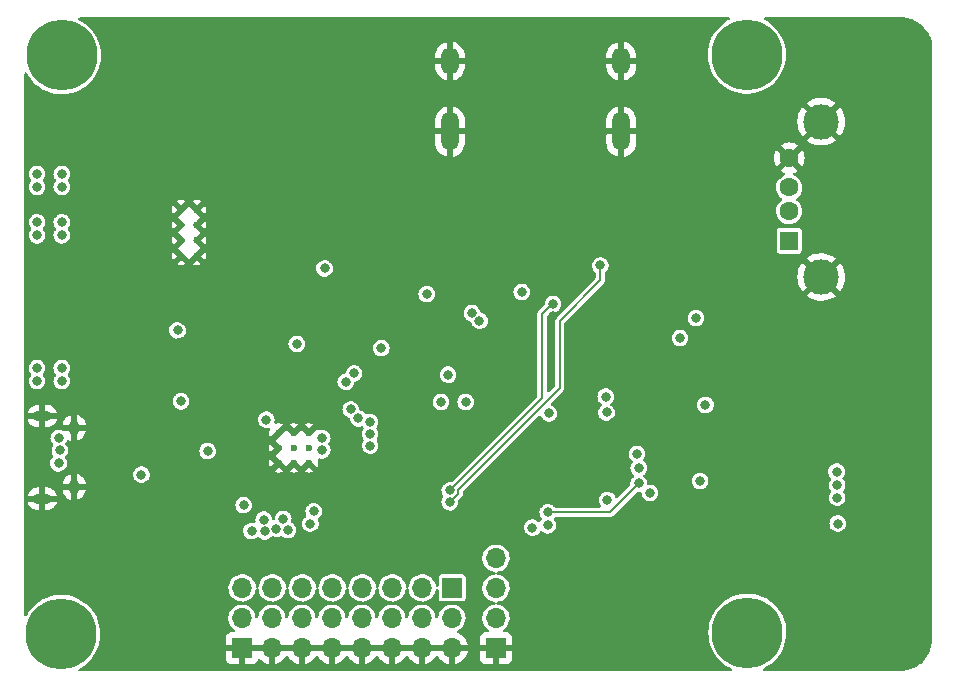
<source format=gbr>
%TF.GenerationSoftware,KiCad,Pcbnew,(6.0.0-0)*%
%TF.CreationDate,2022-10-23T11:33:14-04:00*%
%TF.ProjectId,hermes_v1,6865726d-6573-45f7-9631-2e6b69636164,rev?*%
%TF.SameCoordinates,Original*%
%TF.FileFunction,Copper,L2,Inr*%
%TF.FilePolarity,Positive*%
%FSLAX46Y46*%
G04 Gerber Fmt 4.6, Leading zero omitted, Abs format (unit mm)*
G04 Created by KiCad (PCBNEW (6.0.0-0)) date 2022-10-23 11:33:14*
%MOMM*%
%LPD*%
G01*
G04 APERTURE LIST*
%TA.AperFunction,ComponentPad*%
%ADD10C,0.600000*%
%TD*%
%TA.AperFunction,ComponentPad*%
%ADD11O,1.550000X0.890000*%
%TD*%
%TA.AperFunction,ComponentPad*%
%ADD12O,0.950000X1.250000*%
%TD*%
%TA.AperFunction,ComponentPad*%
%ADD13O,1.500000X3.300000*%
%TD*%
%TA.AperFunction,ComponentPad*%
%ADD14O,1.500000X2.300000*%
%TD*%
%TA.AperFunction,ComponentPad*%
%ADD15C,6.000000*%
%TD*%
%TA.AperFunction,ComponentPad*%
%ADD16R,1.700000X1.700000*%
%TD*%
%TA.AperFunction,ComponentPad*%
%ADD17O,1.700000X1.700000*%
%TD*%
%TA.AperFunction,ComponentPad*%
%ADD18R,1.500000X1.600000*%
%TD*%
%TA.AperFunction,ComponentPad*%
%ADD19C,1.600000*%
%TD*%
%TA.AperFunction,ComponentPad*%
%ADD20C,3.000000*%
%TD*%
%TA.AperFunction,ViaPad*%
%ADD21C,0.800000*%
%TD*%
%TA.AperFunction,Conductor*%
%ADD22C,0.200000*%
%TD*%
G04 APERTURE END LIST*
D10*
%TO.N,GND*%
%TO.C,U3*%
X148850000Y-74075000D03*
X150125000Y-74075000D03*
X148850000Y-76625000D03*
X150125000Y-76625000D03*
X147575000Y-76625000D03*
X147575000Y-74075000D03*
X150125000Y-75350000D03*
X147575000Y-75350000D03*
X148850000Y-75350000D03*
%TD*%
D11*
%TO.N,GND*%
%TO.C,J2*%
X127550000Y-79650000D03*
X127550000Y-72650000D03*
D12*
X130250000Y-73650000D03*
X130250000Y-78650000D03*
%TD*%
D13*
%TO.N,GND*%
%TO.C,J5*%
X162075000Y-48556750D03*
X176575000Y-48556750D03*
D14*
X176575000Y-42596750D03*
X162075000Y-42596750D03*
%TD*%
D10*
%TO.N,GND*%
%TO.C,U6*%
X140625000Y-55175000D03*
X140625000Y-57775000D03*
X139325000Y-55175000D03*
X140625000Y-56475000D03*
X139325000Y-59075000D03*
X140625000Y-59075000D03*
X139325000Y-56475000D03*
X139325000Y-57775000D03*
%TD*%
D15*
%TO.N,N/C*%
%TO.C,H1*%
X129150000Y-91100000D03*
%TD*%
%TO.N,N/C*%
%TO.C,H2*%
X129200000Y-42100000D03*
%TD*%
D16*
%TO.N,GND*%
%TO.C,J3*%
X165960000Y-92300000D03*
D17*
%TO.N,FC_UART0_RX*%
X165960000Y-89760000D03*
%TO.N,FC_UART0_TX*%
X165960000Y-87220000D03*
%TO.N,+5V*%
X165960000Y-84680000D03*
%TD*%
D15*
%TO.N,N/C*%
%TO.C,H4*%
X187250000Y-91000000D03*
%TD*%
D18*
%TO.N,FC_USB_VBUS*%
%TO.C,J4*%
X190790000Y-57800000D03*
D19*
%TO.N,/FCC Peripherals/d-*%
X190790000Y-55300000D03*
%TO.N,/FCC Peripherals/d+*%
X190790000Y-53300000D03*
%TO.N,GND*%
X190790000Y-50800000D03*
D20*
X193500000Y-60870000D03*
X193500000Y-47730000D03*
%TD*%
D16*
%TO.N,FC_SERVO_1*%
%TO.C,J8*%
X162250000Y-87200000D03*
D17*
%TO.N,FC_SERVO_2*%
X159710000Y-87200000D03*
%TO.N,FC_SERVO_3*%
X157170000Y-87200000D03*
%TO.N,FC_SERVO_4*%
X154630000Y-87200000D03*
%TO.N,FC_SERVO_5*%
X152090000Y-87200000D03*
%TO.N,FC_SERVO_6*%
X149550000Y-87200000D03*
%TO.N,FC_SERVO_7*%
X147010000Y-87200000D03*
%TO.N,FC_RADIO_PPM*%
X144470000Y-87200000D03*
%TD*%
D16*
%TO.N,GND*%
%TO.C,J9*%
X144450000Y-92300000D03*
D17*
%TO.N,+5V*%
X144450000Y-89760000D03*
%TO.N,GND*%
X146990000Y-92300000D03*
%TO.N,+5V*%
X146990000Y-89760000D03*
%TO.N,GND*%
X149530000Y-92300000D03*
%TO.N,+5V*%
X149530000Y-89760000D03*
%TO.N,GND*%
X152070000Y-92300000D03*
%TO.N,+5V*%
X152070000Y-89760000D03*
%TO.N,GND*%
X154610000Y-92300000D03*
%TO.N,+5V*%
X154610000Y-89760000D03*
%TO.N,GND*%
X157150000Y-92300000D03*
%TO.N,+5V*%
X157150000Y-89760000D03*
%TO.N,GND*%
X159690000Y-92300000D03*
%TO.N,+5V*%
X159690000Y-89760000D03*
%TO.N,GND*%
X162230000Y-92300000D03*
%TO.N,+5V*%
X162230000Y-89760000D03*
%TD*%
D15*
%TO.N,N/C*%
%TO.C,H3*%
X187200000Y-42050000D03*
%TD*%
D21*
%TO.N,GND*%
X168300000Y-47250000D03*
X199150000Y-80650000D03*
X129200000Y-61500000D03*
X155750000Y-49950000D03*
X165300000Y-47250000D03*
X180450000Y-68100000D03*
X137500000Y-42499500D03*
X195750000Y-71500000D03*
X166800000Y-47250000D03*
X136600000Y-61900000D03*
X143450000Y-49050000D03*
X129200000Y-49150000D03*
X138200000Y-71350000D03*
X135350000Y-53350000D03*
X172800000Y-47150000D03*
X134150000Y-77275000D03*
X142700000Y-63950000D03*
X144800000Y-54750000D03*
X127100000Y-48050000D03*
X158350000Y-71000000D03*
X128800000Y-83650000D03*
X139000000Y-66500000D03*
X135700000Y-57450000D03*
X137900000Y-63200000D03*
X177252500Y-61450000D03*
X129200000Y-65600000D03*
X174300000Y-79750000D03*
X181750000Y-64700000D03*
X184499500Y-64350000D03*
X129200000Y-60400000D03*
X144600000Y-42650000D03*
X133500000Y-82400000D03*
X139100000Y-85450000D03*
X136950000Y-92700000D03*
X175950000Y-73150000D03*
X172050000Y-70500000D03*
X195500000Y-85200000D03*
X127100000Y-61500000D03*
X129200000Y-48050000D03*
X169850000Y-47200000D03*
X165500000Y-71450000D03*
X168100000Y-69200000D03*
X127100000Y-49150000D03*
X158350000Y-80300000D03*
X127100000Y-65600000D03*
X129200000Y-64500000D03*
X127100000Y-64500000D03*
X145450000Y-57800000D03*
X185250000Y-67700000D03*
X176802500Y-69400000D03*
X127100000Y-60400000D03*
X170800000Y-64150000D03*
X151750000Y-49950000D03*
X180825000Y-74500000D03*
%TO.N,+1V1*%
X139300000Y-71400000D03*
X141550000Y-75600000D03*
X151250000Y-74500000D03*
%TO.N,VCC*%
X129200000Y-52150000D03*
X129200000Y-68600000D03*
X129200000Y-57350000D03*
X127100000Y-69700000D03*
X129200000Y-56250000D03*
X127100000Y-52150000D03*
X127100000Y-53250000D03*
X127100000Y-57350000D03*
X129200000Y-53250000D03*
X127100000Y-56250000D03*
X129200000Y-69700000D03*
X127100000Y-68600000D03*
%TO.N,+5V*%
X139000000Y-65400000D03*
%TO.N,FC_STATUS_GREEN*%
X161900000Y-69150000D03*
X156250000Y-66900500D03*
%TO.N,FC_RUN*%
X155300000Y-73150000D03*
X144600000Y-80200000D03*
%TO.N,FC_USB_VBUS*%
X128950000Y-74500000D03*
X151450000Y-60150000D03*
%TO.N,FC_I2C0_SCL*%
X162050000Y-79949503D03*
X174800000Y-59900000D03*
X148350500Y-82302878D03*
X181550000Y-66050000D03*
%TO.N,FC_I2C0_SDA*%
X182900000Y-64350000D03*
X147950500Y-81351584D03*
X170800000Y-63150497D03*
X162050000Y-78950000D03*
%TO.N,FC_SWCLK*%
X155300000Y-75150000D03*
X163400000Y-71450000D03*
%TO.N,FC_SWD*%
X155300000Y-74150000D03*
X161300000Y-71450000D03*
%TO.N,FC_SPI0_MOSI*%
X178050000Y-78350000D03*
X170350000Y-80800000D03*
X147357427Y-82189693D03*
X194800000Y-77350000D03*
%TO.N,FC_SPI0_SCK*%
X146300000Y-81425000D03*
X177900000Y-75850000D03*
X179000000Y-79150000D03*
X194850000Y-79550000D03*
%TO.N,FC_SPI0_MISO*%
X194900000Y-81750000D03*
X145268127Y-82381873D03*
X178050000Y-77050000D03*
X169050000Y-82100000D03*
%TO.N,FC_UART0_TX*%
X154315706Y-72850500D03*
%TO.N,FC_UART0_RX*%
X153659818Y-72096301D03*
%TO.N,FC_HDMI_CK+*%
X164568764Y-64568764D03*
X150250000Y-81750000D03*
%TO.N,FC_HDMI_CK-*%
X150531557Y-80715828D03*
X163931236Y-63931236D03*
%TO.N,FC_SPI0_CS4*%
X183700000Y-71700000D03*
X153956755Y-69043245D03*
%TO.N,/FlightControlComputer/3V_MCU*%
X151250000Y-75550000D03*
X146516874Y-72944159D03*
%TO.N,3V3_IO*%
X149100000Y-66550000D03*
X160100000Y-62300000D03*
X135950000Y-77600000D03*
X168150000Y-62150000D03*
X175250000Y-71000000D03*
X194850000Y-78500000D03*
X175400000Y-79750000D03*
%TO.N,FC_SPI0_CS3*%
X183250000Y-78150000D03*
X153250000Y-69750000D03*
%TO.N,FC_SPI0_CS2*%
X175325000Y-72350000D03*
X170450000Y-72425000D03*
%TO.N,FC_SPI0_CS1*%
X170350000Y-81900000D03*
X146382604Y-82421083D03*
%TO.N,/FCC Peripherals/d-*%
X129038410Y-75552369D03*
%TO.N,/FCC Peripherals/d+*%
X128924502Y-76650000D03*
%TD*%
D22*
%TO.N,FC_I2C0_SCL*%
X162749511Y-79249992D02*
X162749511Y-78900489D01*
X162749511Y-78900489D02*
X171350489Y-70299511D01*
X174800000Y-61139259D02*
X174800000Y-59900000D01*
X162050000Y-79949503D02*
X162749511Y-79249992D01*
X171350489Y-70299511D02*
X171350489Y-64588770D01*
X171350489Y-64588770D02*
X174800000Y-61139259D01*
%TO.N,FC_I2C0_SDA*%
X162050000Y-78950000D02*
X169850000Y-71150000D01*
X169850000Y-71150000D02*
X169850000Y-64050000D01*
X170749503Y-63150497D02*
X170800000Y-63150497D01*
X169850000Y-64050000D02*
X170749503Y-63150497D01*
%TO.N,FC_SPI0_MOSI*%
X170350000Y-80800000D02*
X175600000Y-80800000D01*
X175600000Y-80800000D02*
X178050000Y-78350000D01*
%TD*%
%TA.AperFunction,Conductor*%
%TO.N,GND*%
G36*
X200199608Y-38866914D02*
G01*
X200215000Y-38869628D01*
X200225855Y-38867714D01*
X200236361Y-38867714D01*
X200249476Y-38866936D01*
X200510243Y-38881580D01*
X200524275Y-38883161D01*
X200666555Y-38907336D01*
X200808830Y-38931510D01*
X200822605Y-38934654D01*
X201099955Y-39014557D01*
X201113292Y-39019224D01*
X201214439Y-39061120D01*
X201379953Y-39129678D01*
X201392676Y-39135805D01*
X201465678Y-39176152D01*
X201645294Y-39275423D01*
X201657257Y-39282940D01*
X201892648Y-39449958D01*
X201903695Y-39458767D01*
X202042545Y-39582851D01*
X202118912Y-39651097D01*
X202128902Y-39661087D01*
X202236538Y-39781531D01*
X202321232Y-39876304D01*
X202330041Y-39887350D01*
X202387100Y-39967767D01*
X202497060Y-40122743D01*
X202504577Y-40134706D01*
X202620691Y-40344796D01*
X202644193Y-40387320D01*
X202650322Y-40400047D01*
X202692965Y-40502997D01*
X202760776Y-40666708D01*
X202765443Y-40680045D01*
X202845346Y-40957395D01*
X202848490Y-40971170D01*
X202896838Y-41255720D01*
X202898420Y-41269757D01*
X202907360Y-41428944D01*
X202913064Y-41530522D01*
X202912286Y-41543639D01*
X202912286Y-41554145D01*
X202910372Y-41565000D01*
X202912286Y-41575855D01*
X202913086Y-41580392D01*
X202915000Y-41602271D01*
X202915000Y-45177400D01*
X202885041Y-84369246D01*
X202885030Y-84369686D01*
X202885000Y-84369993D01*
X202885000Y-84423204D01*
X202884992Y-84434256D01*
X202884979Y-84450676D01*
X202884999Y-84450782D01*
X202885000Y-84450809D01*
X202885000Y-91497729D01*
X202883086Y-91519608D01*
X202880372Y-91535000D01*
X202882286Y-91545855D01*
X202882286Y-91556361D01*
X202883064Y-91569476D01*
X202873920Y-91732295D01*
X202868420Y-91830239D01*
X202866839Y-91844275D01*
X202863169Y-91865875D01*
X202818490Y-92128830D01*
X202815346Y-92142605D01*
X202735443Y-92419955D01*
X202730776Y-92433292D01*
X202673274Y-92572115D01*
X202623418Y-92692480D01*
X202620324Y-92699949D01*
X202614195Y-92712676D01*
X202607424Y-92724927D01*
X202474577Y-92965294D01*
X202467060Y-92977257D01*
X202387627Y-93089208D01*
X202312797Y-93194672D01*
X202300042Y-93212648D01*
X202291233Y-93223695D01*
X202142527Y-93390097D01*
X202098903Y-93438912D01*
X202088913Y-93448902D01*
X201909030Y-93609656D01*
X201873696Y-93641232D01*
X201862650Y-93650041D01*
X201851432Y-93658000D01*
X201627257Y-93817060D01*
X201615294Y-93824577D01*
X201514009Y-93880556D01*
X201362676Y-93964195D01*
X201349953Y-93970322D01*
X201247003Y-94012965D01*
X201083292Y-94080776D01*
X201069955Y-94085443D01*
X200792605Y-94165346D01*
X200778830Y-94168490D01*
X200695922Y-94182577D01*
X200494275Y-94216839D01*
X200480243Y-94218420D01*
X200219476Y-94233064D01*
X200206361Y-94232286D01*
X200195855Y-94232286D01*
X200185000Y-94230372D01*
X200174145Y-94232286D01*
X200169608Y-94233086D01*
X200147729Y-94235000D01*
X193126411Y-94235000D01*
X193126067Y-94234992D01*
X193125824Y-94234968D01*
X193125100Y-94234968D01*
X193073470Y-94235000D01*
X193045095Y-94235000D01*
X193045008Y-94235016D01*
X193044984Y-94235017D01*
X188684873Y-94237682D01*
X188616740Y-94217722D01*
X188570214Y-94164094D01*
X188560068Y-94093827D01*
X188589521Y-94029228D01*
X188632543Y-93997028D01*
X188730080Y-93952578D01*
X188778244Y-93930629D01*
X188778248Y-93930627D01*
X188781355Y-93929211D01*
X188917386Y-93848442D01*
X189085806Y-93748442D01*
X189085811Y-93748439D01*
X189088751Y-93746693D01*
X189114598Y-93727287D01*
X189238320Y-93634393D01*
X189374637Y-93532043D01*
X189635669Y-93287774D01*
X189868793Y-93016742D01*
X189879049Y-93001819D01*
X190069352Y-92724927D01*
X190069357Y-92724920D01*
X190071282Y-92722118D01*
X190072894Y-92719124D01*
X190072899Y-92719116D01*
X190239146Y-92410361D01*
X190240768Y-92407349D01*
X190375268Y-92076116D01*
X190383705Y-92046500D01*
X190472274Y-91735573D01*
X190473208Y-91732295D01*
X190529767Y-91401415D01*
X190532871Y-91383254D01*
X190532871Y-91383252D01*
X190533443Y-91379907D01*
X190534295Y-91365985D01*
X190555157Y-91024873D01*
X190555267Y-91023075D01*
X190555348Y-91000000D01*
X190536015Y-90643025D01*
X190478242Y-90290225D01*
X190382704Y-89945728D01*
X190379659Y-89938075D01*
X190251780Y-89616730D01*
X190251776Y-89616722D01*
X190250520Y-89613565D01*
X190244979Y-89603100D01*
X190084831Y-89300632D01*
X190084829Y-89300629D01*
X190083236Y-89297620D01*
X189882809Y-89001590D01*
X189651582Y-88728937D01*
X189392262Y-88482851D01*
X189389555Y-88480789D01*
X189389547Y-88480782D01*
X189228358Y-88357990D01*
X189107881Y-88266211D01*
X188801767Y-88081551D01*
X188787058Y-88074723D01*
X188480581Y-87932461D01*
X188480579Y-87932460D01*
X188477500Y-87931031D01*
X188474288Y-87929944D01*
X188474281Y-87929941D01*
X188142110Y-87817508D01*
X188142105Y-87817506D01*
X188138874Y-87816413D01*
X187789849Y-87739036D01*
X187664473Y-87725194D01*
X187437890Y-87700179D01*
X187437885Y-87700179D01*
X187434509Y-87699806D01*
X187431110Y-87699800D01*
X187431109Y-87699800D01*
X187262506Y-87699506D01*
X187077011Y-87699182D01*
X186943770Y-87713421D01*
X186724921Y-87736809D01*
X186724915Y-87736810D01*
X186721537Y-87737171D01*
X186372245Y-87813329D01*
X186033220Y-87926765D01*
X186030127Y-87928187D01*
X186030126Y-87928188D01*
X185904893Y-87985789D01*
X185708430Y-88076152D01*
X185705496Y-88077908D01*
X185705494Y-88077909D01*
X185649436Y-88111459D01*
X185401673Y-88259742D01*
X185116538Y-88475388D01*
X184856360Y-88720567D01*
X184624183Y-88992411D01*
X184622264Y-88995224D01*
X184622261Y-88995228D01*
X184526355Y-89135822D01*
X184422723Y-89287740D01*
X184421116Y-89290750D01*
X184421114Y-89290753D01*
X184279915Y-89555197D01*
X184254337Y-89603100D01*
X184253064Y-89606268D01*
X184253063Y-89606269D01*
X184138723Y-89890701D01*
X184120995Y-89934800D01*
X184120076Y-89938068D01*
X184120074Y-89938075D01*
X184025176Y-90275683D01*
X184024255Y-90278961D01*
X184023693Y-90282318D01*
X184023693Y-90282319D01*
X183974379Y-90577012D01*
X183965251Y-90631556D01*
X183944672Y-90988462D01*
X183944844Y-90991857D01*
X183944844Y-90991858D01*
X183946753Y-91029537D01*
X183962759Y-91345503D01*
X183963296Y-91348858D01*
X183963297Y-91348864D01*
X183988907Y-91508753D01*
X184019300Y-91698502D01*
X184113635Y-92043330D01*
X184244658Y-92375953D01*
X184246241Y-92378968D01*
X184409255Y-92689464D01*
X184409260Y-92689472D01*
X184410839Y-92692480D01*
X184610232Y-92989208D01*
X184840505Y-93262666D01*
X185098965Y-93509656D01*
X185261525Y-93634393D01*
X185292291Y-93658000D01*
X185382587Y-93727287D01*
X185385498Y-93729057D01*
X185385504Y-93729061D01*
X185471194Y-93781161D01*
X185688055Y-93913015D01*
X185872325Y-93999333D01*
X185925527Y-94046342D01*
X185944869Y-94114653D01*
X185924209Y-94182577D01*
X185870106Y-94228549D01*
X185818952Y-94239434D01*
X135811725Y-94270000D01*
X130733312Y-94270000D01*
X130665191Y-94249998D01*
X130618698Y-94196342D01*
X130608594Y-94126068D01*
X130638088Y-94061488D01*
X130675793Y-94033283D01*
X130675229Y-94032205D01*
X130678243Y-94030629D01*
X130681355Y-94029211D01*
X130790858Y-93964193D01*
X130985806Y-93848442D01*
X130985811Y-93848439D01*
X130988751Y-93846693D01*
X131014598Y-93827287D01*
X131086778Y-93773092D01*
X131274637Y-93632043D01*
X131535669Y-93387774D01*
X131701765Y-93194669D01*
X143092001Y-93194669D01*
X143092371Y-93201490D01*
X143097895Y-93252352D01*
X143101521Y-93267604D01*
X143146676Y-93388054D01*
X143155214Y-93403649D01*
X143231715Y-93505724D01*
X143244276Y-93518285D01*
X143346351Y-93594786D01*
X143361946Y-93603324D01*
X143482394Y-93648478D01*
X143497649Y-93652105D01*
X143548514Y-93657631D01*
X143555328Y-93658000D01*
X144177885Y-93658000D01*
X144193124Y-93653525D01*
X144194329Y-93652135D01*
X144196000Y-93644452D01*
X144196000Y-93639884D01*
X144704000Y-93639884D01*
X144708475Y-93655123D01*
X144709865Y-93656328D01*
X144717548Y-93657999D01*
X145344669Y-93657999D01*
X145351490Y-93657629D01*
X145402352Y-93652105D01*
X145417604Y-93648479D01*
X145538054Y-93603324D01*
X145553649Y-93594786D01*
X145655724Y-93518285D01*
X145668285Y-93505724D01*
X145744786Y-93403649D01*
X145753325Y-93388052D01*
X145794425Y-93278418D01*
X145837066Y-93221653D01*
X145903628Y-93196953D01*
X145972977Y-93212160D01*
X146007645Y-93240150D01*
X146033219Y-93269674D01*
X146040580Y-93276883D01*
X146204434Y-93412916D01*
X146212881Y-93418831D01*
X146396756Y-93526279D01*
X146406042Y-93530729D01*
X146605001Y-93606703D01*
X146614899Y-93609579D01*
X146718250Y-93630606D01*
X146732299Y-93629410D01*
X146736000Y-93619065D01*
X146736000Y-93618517D01*
X147244000Y-93618517D01*
X147248064Y-93632359D01*
X147261478Y-93634393D01*
X147268184Y-93633534D01*
X147278262Y-93631392D01*
X147482255Y-93570191D01*
X147491842Y-93566433D01*
X147683095Y-93472739D01*
X147691945Y-93467464D01*
X147865328Y-93343792D01*
X147873200Y-93337139D01*
X148024052Y-93186812D01*
X148030730Y-93178965D01*
X148158022Y-93001819D01*
X148159147Y-93002627D01*
X148206669Y-92958876D01*
X148276607Y-92946661D01*
X148342046Y-92974197D01*
X148369870Y-93006028D01*
X148427690Y-93100383D01*
X148433777Y-93108699D01*
X148573213Y-93269667D01*
X148580580Y-93276883D01*
X148744434Y-93412916D01*
X148752881Y-93418831D01*
X148936756Y-93526279D01*
X148946042Y-93530729D01*
X149145001Y-93606703D01*
X149154899Y-93609579D01*
X149258250Y-93630606D01*
X149272299Y-93629410D01*
X149276000Y-93619065D01*
X149276000Y-93618517D01*
X149784000Y-93618517D01*
X149788064Y-93632359D01*
X149801478Y-93634393D01*
X149808184Y-93633534D01*
X149818262Y-93631392D01*
X150022255Y-93570191D01*
X150031842Y-93566433D01*
X150223095Y-93472739D01*
X150231945Y-93467464D01*
X150405328Y-93343792D01*
X150413200Y-93337139D01*
X150564052Y-93186812D01*
X150570730Y-93178965D01*
X150698022Y-93001819D01*
X150699147Y-93002627D01*
X150746669Y-92958876D01*
X150816607Y-92946661D01*
X150882046Y-92974197D01*
X150909870Y-93006028D01*
X150967690Y-93100383D01*
X150973777Y-93108699D01*
X151113213Y-93269667D01*
X151120580Y-93276883D01*
X151284434Y-93412916D01*
X151292881Y-93418831D01*
X151476756Y-93526279D01*
X151486042Y-93530729D01*
X151685001Y-93606703D01*
X151694899Y-93609579D01*
X151798250Y-93630606D01*
X151812299Y-93629410D01*
X151816000Y-93619065D01*
X151816000Y-93618517D01*
X152324000Y-93618517D01*
X152328064Y-93632359D01*
X152341478Y-93634393D01*
X152348184Y-93633534D01*
X152358262Y-93631392D01*
X152562255Y-93570191D01*
X152571842Y-93566433D01*
X152763095Y-93472739D01*
X152771945Y-93467464D01*
X152945328Y-93343792D01*
X152953200Y-93337139D01*
X153104052Y-93186812D01*
X153110730Y-93178965D01*
X153238022Y-93001819D01*
X153239147Y-93002627D01*
X153286669Y-92958876D01*
X153356607Y-92946661D01*
X153422046Y-92974197D01*
X153449870Y-93006028D01*
X153507690Y-93100383D01*
X153513777Y-93108699D01*
X153653213Y-93269667D01*
X153660580Y-93276883D01*
X153824434Y-93412916D01*
X153832881Y-93418831D01*
X154016756Y-93526279D01*
X154026042Y-93530729D01*
X154225001Y-93606703D01*
X154234899Y-93609579D01*
X154338250Y-93630606D01*
X154352299Y-93629410D01*
X154356000Y-93619065D01*
X154356000Y-93618517D01*
X154864000Y-93618517D01*
X154868064Y-93632359D01*
X154881478Y-93634393D01*
X154888184Y-93633534D01*
X154898262Y-93631392D01*
X155102255Y-93570191D01*
X155111842Y-93566433D01*
X155303095Y-93472739D01*
X155311945Y-93467464D01*
X155485328Y-93343792D01*
X155493200Y-93337139D01*
X155644052Y-93186812D01*
X155650730Y-93178965D01*
X155778022Y-93001819D01*
X155779147Y-93002627D01*
X155826669Y-92958876D01*
X155896607Y-92946661D01*
X155962046Y-92974197D01*
X155989870Y-93006028D01*
X156047690Y-93100383D01*
X156053777Y-93108699D01*
X156193213Y-93269667D01*
X156200580Y-93276883D01*
X156364434Y-93412916D01*
X156372881Y-93418831D01*
X156556756Y-93526279D01*
X156566042Y-93530729D01*
X156765001Y-93606703D01*
X156774899Y-93609579D01*
X156878250Y-93630606D01*
X156892299Y-93629410D01*
X156896000Y-93619065D01*
X156896000Y-93618517D01*
X157404000Y-93618517D01*
X157408064Y-93632359D01*
X157421478Y-93634393D01*
X157428184Y-93633534D01*
X157438262Y-93631392D01*
X157642255Y-93570191D01*
X157651842Y-93566433D01*
X157843095Y-93472739D01*
X157851945Y-93467464D01*
X158025328Y-93343792D01*
X158033200Y-93337139D01*
X158184052Y-93186812D01*
X158190730Y-93178965D01*
X158318022Y-93001819D01*
X158319147Y-93002627D01*
X158366669Y-92958876D01*
X158436607Y-92946661D01*
X158502046Y-92974197D01*
X158529870Y-93006028D01*
X158587690Y-93100383D01*
X158593777Y-93108699D01*
X158733213Y-93269667D01*
X158740580Y-93276883D01*
X158904434Y-93412916D01*
X158912881Y-93418831D01*
X159096756Y-93526279D01*
X159106042Y-93530729D01*
X159305001Y-93606703D01*
X159314899Y-93609579D01*
X159418250Y-93630606D01*
X159432299Y-93629410D01*
X159436000Y-93619065D01*
X159436000Y-93618517D01*
X159944000Y-93618517D01*
X159948064Y-93632359D01*
X159961478Y-93634393D01*
X159968184Y-93633534D01*
X159978262Y-93631392D01*
X160182255Y-93570191D01*
X160191842Y-93566433D01*
X160383095Y-93472739D01*
X160391945Y-93467464D01*
X160565328Y-93343792D01*
X160573200Y-93337139D01*
X160724052Y-93186812D01*
X160730730Y-93178965D01*
X160858022Y-93001819D01*
X160859147Y-93002627D01*
X160906669Y-92958876D01*
X160976607Y-92946661D01*
X161042046Y-92974197D01*
X161069870Y-93006028D01*
X161127690Y-93100383D01*
X161133777Y-93108699D01*
X161273213Y-93269667D01*
X161280580Y-93276883D01*
X161444434Y-93412916D01*
X161452881Y-93418831D01*
X161636756Y-93526279D01*
X161646042Y-93530729D01*
X161845001Y-93606703D01*
X161854899Y-93609579D01*
X161958250Y-93630606D01*
X161972299Y-93629410D01*
X161976000Y-93619065D01*
X161976000Y-93618517D01*
X162484000Y-93618517D01*
X162488064Y-93632359D01*
X162501478Y-93634393D01*
X162508184Y-93633534D01*
X162518262Y-93631392D01*
X162722255Y-93570191D01*
X162731842Y-93566433D01*
X162923095Y-93472739D01*
X162931945Y-93467464D01*
X163105328Y-93343792D01*
X163113200Y-93337139D01*
X163256168Y-93194669D01*
X164602001Y-93194669D01*
X164602371Y-93201490D01*
X164607895Y-93252352D01*
X164611521Y-93267604D01*
X164656676Y-93388054D01*
X164665214Y-93403649D01*
X164741715Y-93505724D01*
X164754276Y-93518285D01*
X164856351Y-93594786D01*
X164871946Y-93603324D01*
X164992394Y-93648478D01*
X165007649Y-93652105D01*
X165058514Y-93657631D01*
X165065328Y-93658000D01*
X165687885Y-93658000D01*
X165703124Y-93653525D01*
X165704329Y-93652135D01*
X165706000Y-93644452D01*
X165706000Y-93639884D01*
X166214000Y-93639884D01*
X166218475Y-93655123D01*
X166219865Y-93656328D01*
X166227548Y-93657999D01*
X166854669Y-93657999D01*
X166861490Y-93657629D01*
X166912352Y-93652105D01*
X166927604Y-93648479D01*
X167048054Y-93603324D01*
X167063649Y-93594786D01*
X167165724Y-93518285D01*
X167178285Y-93505724D01*
X167254786Y-93403649D01*
X167263324Y-93388054D01*
X167308478Y-93267606D01*
X167312105Y-93252351D01*
X167317631Y-93201486D01*
X167318000Y-93194672D01*
X167318000Y-92572115D01*
X167313525Y-92556876D01*
X167312135Y-92555671D01*
X167304452Y-92554000D01*
X166232115Y-92554000D01*
X166216876Y-92558475D01*
X166215671Y-92559865D01*
X166214000Y-92567548D01*
X166214000Y-93639884D01*
X165706000Y-93639884D01*
X165706000Y-92572115D01*
X165701525Y-92556876D01*
X165700135Y-92555671D01*
X165692452Y-92554000D01*
X164620116Y-92554000D01*
X164604877Y-92558475D01*
X164603672Y-92559865D01*
X164602001Y-92567548D01*
X164602001Y-93194669D01*
X163256168Y-93194669D01*
X163264052Y-93186812D01*
X163270730Y-93178965D01*
X163395003Y-93006020D01*
X163400313Y-92997183D01*
X163494670Y-92806267D01*
X163498469Y-92796672D01*
X163560377Y-92592910D01*
X163562555Y-92582837D01*
X163563986Y-92571962D01*
X163561775Y-92557778D01*
X163548617Y-92554000D01*
X162502115Y-92554000D01*
X162486876Y-92558475D01*
X162485671Y-92559865D01*
X162484000Y-92567548D01*
X162484000Y-93618517D01*
X161976000Y-93618517D01*
X161976000Y-92572115D01*
X161971525Y-92556876D01*
X161970135Y-92555671D01*
X161962452Y-92554000D01*
X159962115Y-92554000D01*
X159946876Y-92558475D01*
X159945671Y-92559865D01*
X159944000Y-92567548D01*
X159944000Y-93618517D01*
X159436000Y-93618517D01*
X159436000Y-92572115D01*
X159431525Y-92556876D01*
X159430135Y-92555671D01*
X159422452Y-92554000D01*
X157422115Y-92554000D01*
X157406876Y-92558475D01*
X157405671Y-92559865D01*
X157404000Y-92567548D01*
X157404000Y-93618517D01*
X156896000Y-93618517D01*
X156896000Y-92572115D01*
X156891525Y-92556876D01*
X156890135Y-92555671D01*
X156882452Y-92554000D01*
X154882115Y-92554000D01*
X154866876Y-92558475D01*
X154865671Y-92559865D01*
X154864000Y-92567548D01*
X154864000Y-93618517D01*
X154356000Y-93618517D01*
X154356000Y-92572115D01*
X154351525Y-92556876D01*
X154350135Y-92555671D01*
X154342452Y-92554000D01*
X152342115Y-92554000D01*
X152326876Y-92558475D01*
X152325671Y-92559865D01*
X152324000Y-92567548D01*
X152324000Y-93618517D01*
X151816000Y-93618517D01*
X151816000Y-92572115D01*
X151811525Y-92556876D01*
X151810135Y-92555671D01*
X151802452Y-92554000D01*
X149802115Y-92554000D01*
X149786876Y-92558475D01*
X149785671Y-92559865D01*
X149784000Y-92567548D01*
X149784000Y-93618517D01*
X149276000Y-93618517D01*
X149276000Y-92572115D01*
X149271525Y-92556876D01*
X149270135Y-92555671D01*
X149262452Y-92554000D01*
X147262115Y-92554000D01*
X147246876Y-92558475D01*
X147245671Y-92559865D01*
X147244000Y-92567548D01*
X147244000Y-93618517D01*
X146736000Y-93618517D01*
X146736000Y-92572115D01*
X146731525Y-92556876D01*
X146730135Y-92555671D01*
X146722452Y-92554000D01*
X144722115Y-92554000D01*
X144706876Y-92558475D01*
X144705671Y-92559865D01*
X144704000Y-92567548D01*
X144704000Y-93639884D01*
X144196000Y-93639884D01*
X144196000Y-92572115D01*
X144191525Y-92556876D01*
X144190135Y-92555671D01*
X144182452Y-92554000D01*
X143110116Y-92554000D01*
X143094877Y-92558475D01*
X143093672Y-92559865D01*
X143092001Y-92567548D01*
X143092001Y-93194669D01*
X131701765Y-93194669D01*
X131768793Y-93116742D01*
X131844570Y-93006486D01*
X131969352Y-92824927D01*
X131969357Y-92824920D01*
X131971282Y-92822118D01*
X131972894Y-92819124D01*
X131972899Y-92819116D01*
X132139146Y-92510361D01*
X132140768Y-92507349D01*
X132275268Y-92176116D01*
X132317493Y-92027885D01*
X143092000Y-92027885D01*
X143096475Y-92043124D01*
X143097865Y-92044329D01*
X143105548Y-92046000D01*
X163548344Y-92046000D01*
X163561875Y-92042027D01*
X163563180Y-92032947D01*
X163561909Y-92027885D01*
X164602000Y-92027885D01*
X164606475Y-92043124D01*
X164607865Y-92044329D01*
X164615548Y-92046000D01*
X167299884Y-92046000D01*
X167315123Y-92041525D01*
X167316328Y-92040135D01*
X167317999Y-92032452D01*
X167317999Y-91405331D01*
X167317629Y-91398510D01*
X167312105Y-91347648D01*
X167308479Y-91332396D01*
X167263324Y-91211946D01*
X167254786Y-91196351D01*
X167178285Y-91094276D01*
X167165724Y-91081715D01*
X167063649Y-91005214D01*
X167048054Y-90996676D01*
X166927606Y-90951522D01*
X166912351Y-90947895D01*
X166861486Y-90942369D01*
X166854672Y-90942000D01*
X166684961Y-90942000D01*
X166616840Y-90921998D01*
X166570347Y-90868342D01*
X166560243Y-90798068D01*
X166589737Y-90733488D01*
X166611995Y-90713589D01*
X166614442Y-90712219D01*
X166777012Y-90577012D01*
X166912219Y-90414442D01*
X166915043Y-90409399D01*
X166915046Y-90409395D01*
X167012713Y-90234998D01*
X167012714Y-90234996D01*
X167015537Y-90229955D01*
X167017393Y-90224488D01*
X167017395Y-90224483D01*
X167081647Y-90035200D01*
X167083504Y-90029730D01*
X167095207Y-89949022D01*
X167113314Y-89824140D01*
X167113314Y-89824138D01*
X167113846Y-89820470D01*
X167115429Y-89760000D01*
X167096081Y-89549440D01*
X167038686Y-89345931D01*
X167027553Y-89323354D01*
X166947719Y-89161469D01*
X166945165Y-89156290D01*
X166827706Y-88998993D01*
X166822104Y-88991491D01*
X166822103Y-88991490D01*
X166818651Y-88986867D01*
X166663381Y-88843337D01*
X166640734Y-88829048D01*
X166489434Y-88733584D01*
X166489433Y-88733584D01*
X166484554Y-88730505D01*
X166288160Y-88652152D01*
X166282503Y-88651027D01*
X166282497Y-88651025D01*
X166085234Y-88611788D01*
X166022324Y-88578881D01*
X165987192Y-88517186D01*
X165990992Y-88446291D01*
X166032517Y-88388705D01*
X166091734Y-88363513D01*
X166224015Y-88344333D01*
X166224019Y-88344332D01*
X166229730Y-88343504D01*
X166337430Y-88306945D01*
X166424483Y-88277395D01*
X166424488Y-88277393D01*
X166429955Y-88275537D01*
X166434998Y-88272713D01*
X166609395Y-88175046D01*
X166609399Y-88175043D01*
X166614442Y-88172219D01*
X166777012Y-88037012D01*
X166912219Y-87874442D01*
X166915043Y-87869399D01*
X166915046Y-87869395D01*
X167012713Y-87694998D01*
X167012714Y-87694996D01*
X167015537Y-87689955D01*
X167017393Y-87684488D01*
X167017395Y-87684483D01*
X167081647Y-87495200D01*
X167083504Y-87489730D01*
X167099083Y-87382291D01*
X167113314Y-87284140D01*
X167113314Y-87284138D01*
X167113846Y-87280470D01*
X167115429Y-87220000D01*
X167096081Y-87009440D01*
X167090441Y-86989440D01*
X167040255Y-86811496D01*
X167038686Y-86805931D01*
X167031568Y-86791496D01*
X166947719Y-86621469D01*
X166945165Y-86616290D01*
X166818651Y-86446867D01*
X166718286Y-86354090D01*
X166667622Y-86307257D01*
X166667620Y-86307255D01*
X166663381Y-86303337D01*
X166658498Y-86300256D01*
X166489434Y-86193584D01*
X166489433Y-86193584D01*
X166484554Y-86190505D01*
X166288160Y-86112152D01*
X166282503Y-86111027D01*
X166282497Y-86111025D01*
X166085234Y-86071788D01*
X166022324Y-86038881D01*
X165987192Y-85977186D01*
X165990992Y-85906291D01*
X166032517Y-85848705D01*
X166091734Y-85823513D01*
X166224015Y-85804333D01*
X166224019Y-85804332D01*
X166229730Y-85803504D01*
X166308987Y-85776600D01*
X166424483Y-85737395D01*
X166424488Y-85737393D01*
X166429955Y-85735537D01*
X166434998Y-85732713D01*
X166609395Y-85635046D01*
X166609399Y-85635043D01*
X166614442Y-85632219D01*
X166777012Y-85497012D01*
X166912219Y-85334442D01*
X166915043Y-85329399D01*
X166915046Y-85329395D01*
X167012713Y-85154998D01*
X167012714Y-85154996D01*
X167015537Y-85149955D01*
X167017393Y-85144488D01*
X167017395Y-85144483D01*
X167081647Y-84955200D01*
X167083504Y-84949730D01*
X167113846Y-84740470D01*
X167115429Y-84680000D01*
X167096081Y-84469440D01*
X167038686Y-84265931D01*
X167027553Y-84243354D01*
X166947719Y-84081469D01*
X166945165Y-84076290D01*
X166818651Y-83906867D01*
X166663381Y-83763337D01*
X166484554Y-83650505D01*
X166288160Y-83572152D01*
X166282503Y-83571027D01*
X166282497Y-83571025D01*
X166086442Y-83532028D01*
X166086440Y-83532028D01*
X166080775Y-83530901D01*
X166075000Y-83530825D01*
X166074996Y-83530825D01*
X165968976Y-83529437D01*
X165869346Y-83528133D01*
X165863649Y-83529112D01*
X165863648Y-83529112D01*
X165666650Y-83562962D01*
X165666649Y-83562962D01*
X165660953Y-83563941D01*
X165462575Y-83637127D01*
X165457614Y-83640079D01*
X165457613Y-83640079D01*
X165440089Y-83650505D01*
X165280856Y-83745238D01*
X165121881Y-83884655D01*
X164990976Y-84050708D01*
X164988287Y-84055819D01*
X164988285Y-84055822D01*
X164974792Y-84081469D01*
X164892523Y-84237836D01*
X164829820Y-84439773D01*
X164804967Y-84649754D01*
X164818796Y-84860749D01*
X164820217Y-84866345D01*
X164820218Y-84866350D01*
X164842784Y-84955200D01*
X164870845Y-85065690D01*
X164959369Y-85257714D01*
X165081405Y-85430391D01*
X165232865Y-85577937D01*
X165237661Y-85581142D01*
X165237664Y-85581144D01*
X165380936Y-85676875D01*
X165408677Y-85695411D01*
X165413985Y-85697692D01*
X165413986Y-85697692D01*
X165597650Y-85776600D01*
X165597653Y-85776601D01*
X165602953Y-85778878D01*
X165608582Y-85780152D01*
X165608583Y-85780152D01*
X165803550Y-85824269D01*
X165803553Y-85824269D01*
X165809186Y-85825544D01*
X165814958Y-85825771D01*
X165820687Y-85826525D01*
X165820327Y-85829257D01*
X165876604Y-85848216D01*
X165920950Y-85903659D01*
X165928282Y-85974276D01*
X165896271Y-86037647D01*
X165835081Y-86073651D01*
X165825704Y-86075632D01*
X165666650Y-86102962D01*
X165666649Y-86102962D01*
X165660953Y-86103941D01*
X165462575Y-86177127D01*
X165457614Y-86180079D01*
X165457613Y-86180079D01*
X165304775Y-86271008D01*
X165280856Y-86285238D01*
X165121881Y-86424655D01*
X164990976Y-86590708D01*
X164988287Y-86595819D01*
X164988285Y-86595822D01*
X164974792Y-86621469D01*
X164892523Y-86777836D01*
X164829820Y-86979773D01*
X164804967Y-87189754D01*
X164818796Y-87400749D01*
X164820217Y-87406345D01*
X164820218Y-87406350D01*
X164842784Y-87495200D01*
X164870845Y-87605690D01*
X164959369Y-87797714D01*
X165081405Y-87970391D01*
X165124707Y-88012574D01*
X165215627Y-88101144D01*
X165232865Y-88117937D01*
X165237661Y-88121142D01*
X165237664Y-88121144D01*
X165319990Y-88176152D01*
X165408677Y-88235411D01*
X165413985Y-88237692D01*
X165413986Y-88237692D01*
X165597650Y-88316600D01*
X165597653Y-88316601D01*
X165602953Y-88318878D01*
X165608582Y-88320152D01*
X165608583Y-88320152D01*
X165803550Y-88364269D01*
X165803553Y-88364269D01*
X165809186Y-88365544D01*
X165814958Y-88365771D01*
X165820687Y-88366525D01*
X165820327Y-88369257D01*
X165876604Y-88388216D01*
X165920950Y-88443659D01*
X165928282Y-88514276D01*
X165896271Y-88577647D01*
X165835081Y-88613651D01*
X165825704Y-88615632D01*
X165666650Y-88642962D01*
X165666649Y-88642962D01*
X165660953Y-88643941D01*
X165462575Y-88717127D01*
X165457614Y-88720079D01*
X165457613Y-88720079D01*
X165440089Y-88730505D01*
X165280856Y-88825238D01*
X165121881Y-88964655D01*
X164990976Y-89130708D01*
X164988287Y-89135819D01*
X164988285Y-89135822D01*
X164974792Y-89161469D01*
X164892523Y-89317836D01*
X164829820Y-89519773D01*
X164804967Y-89729754D01*
X164818796Y-89940749D01*
X164820217Y-89946345D01*
X164820218Y-89946350D01*
X164846294Y-90049022D01*
X164870845Y-90145690D01*
X164959369Y-90337714D01*
X165081405Y-90510391D01*
X165085539Y-90514418D01*
X165209282Y-90634963D01*
X165232865Y-90657937D01*
X165237665Y-90661144D01*
X165312632Y-90711236D01*
X165358160Y-90765713D01*
X165367008Y-90836156D01*
X165336366Y-90900200D01*
X165275964Y-90937512D01*
X165242630Y-90942001D01*
X165065331Y-90942001D01*
X165058510Y-90942371D01*
X165007648Y-90947895D01*
X164992396Y-90951521D01*
X164871946Y-90996676D01*
X164856351Y-91005214D01*
X164754276Y-91081715D01*
X164741715Y-91094276D01*
X164665214Y-91196351D01*
X164656676Y-91211946D01*
X164611522Y-91332394D01*
X164607895Y-91347649D01*
X164602369Y-91398514D01*
X164602000Y-91405328D01*
X164602000Y-92027885D01*
X163561909Y-92027885D01*
X163521214Y-91865875D01*
X163517894Y-91856124D01*
X163432972Y-91660814D01*
X163428105Y-91651739D01*
X163312426Y-91472926D01*
X163306136Y-91464757D01*
X163162806Y-91307240D01*
X163155273Y-91300215D01*
X162988139Y-91168222D01*
X162979552Y-91162517D01*
X162793117Y-91059599D01*
X162783705Y-91055369D01*
X162732178Y-91037122D01*
X162674642Y-90995528D01*
X162648726Y-90929430D01*
X162662660Y-90859814D01*
X162712672Y-90808415D01*
X162731148Y-90798068D01*
X162884442Y-90712219D01*
X163047012Y-90577012D01*
X163182219Y-90414442D01*
X163185043Y-90409399D01*
X163185046Y-90409395D01*
X163282713Y-90234998D01*
X163282714Y-90234996D01*
X163285537Y-90229955D01*
X163287393Y-90224488D01*
X163287395Y-90224483D01*
X163351647Y-90035200D01*
X163353504Y-90029730D01*
X163365207Y-89949022D01*
X163383314Y-89824140D01*
X163383314Y-89824138D01*
X163383846Y-89820470D01*
X163385429Y-89760000D01*
X163366081Y-89549440D01*
X163308686Y-89345931D01*
X163297553Y-89323354D01*
X163217719Y-89161469D01*
X163215165Y-89156290D01*
X163097706Y-88998993D01*
X163092104Y-88991491D01*
X163092103Y-88991490D01*
X163088651Y-88986867D01*
X162933381Y-88843337D01*
X162910734Y-88829048D01*
X162759434Y-88733584D01*
X162759433Y-88733584D01*
X162754554Y-88730505D01*
X162558160Y-88652152D01*
X162552503Y-88651027D01*
X162552497Y-88651025D01*
X162356442Y-88612028D01*
X162356440Y-88612028D01*
X162350775Y-88610901D01*
X162345000Y-88610825D01*
X162344996Y-88610825D01*
X162238976Y-88609437D01*
X162139346Y-88608133D01*
X162133649Y-88609112D01*
X162133648Y-88609112D01*
X161936650Y-88642962D01*
X161936649Y-88642962D01*
X161930953Y-88643941D01*
X161732575Y-88717127D01*
X161727614Y-88720079D01*
X161727613Y-88720079D01*
X161710089Y-88730505D01*
X161550856Y-88825238D01*
X161391881Y-88964655D01*
X161260976Y-89130708D01*
X161258287Y-89135819D01*
X161258285Y-89135822D01*
X161244792Y-89161469D01*
X161162523Y-89317836D01*
X161099820Y-89519773D01*
X161099141Y-89525510D01*
X161085088Y-89644239D01*
X161057217Y-89709537D01*
X160998469Y-89749401D01*
X160927494Y-89751174D01*
X160866828Y-89714295D01*
X160835730Y-89650471D01*
X160834490Y-89640958D01*
X160831012Y-89603100D01*
X160826081Y-89549440D01*
X160768686Y-89345931D01*
X160757553Y-89323354D01*
X160677719Y-89161469D01*
X160675165Y-89156290D01*
X160557706Y-88998993D01*
X160552104Y-88991491D01*
X160552103Y-88991490D01*
X160548651Y-88986867D01*
X160393381Y-88843337D01*
X160370734Y-88829048D01*
X160219434Y-88733584D01*
X160219433Y-88733584D01*
X160214554Y-88730505D01*
X160018160Y-88652152D01*
X160012503Y-88651027D01*
X160012497Y-88651025D01*
X159816442Y-88612028D01*
X159816440Y-88612028D01*
X159810775Y-88610901D01*
X159805000Y-88610825D01*
X159804996Y-88610825D01*
X159698976Y-88609437D01*
X159599346Y-88608133D01*
X159593649Y-88609112D01*
X159593648Y-88609112D01*
X159396650Y-88642962D01*
X159396649Y-88642962D01*
X159390953Y-88643941D01*
X159192575Y-88717127D01*
X159187614Y-88720079D01*
X159187613Y-88720079D01*
X159170089Y-88730505D01*
X159010856Y-88825238D01*
X158851881Y-88964655D01*
X158720976Y-89130708D01*
X158718287Y-89135819D01*
X158718285Y-89135822D01*
X158704792Y-89161469D01*
X158622523Y-89317836D01*
X158559820Y-89519773D01*
X158559141Y-89525510D01*
X158545088Y-89644239D01*
X158517217Y-89709537D01*
X158458469Y-89749401D01*
X158387494Y-89751174D01*
X158326828Y-89714295D01*
X158295730Y-89650471D01*
X158294490Y-89640958D01*
X158291012Y-89603100D01*
X158286081Y-89549440D01*
X158228686Y-89345931D01*
X158217553Y-89323354D01*
X158137719Y-89161469D01*
X158135165Y-89156290D01*
X158017706Y-88998993D01*
X158012104Y-88991491D01*
X158012103Y-88991490D01*
X158008651Y-88986867D01*
X157853381Y-88843337D01*
X157830734Y-88829048D01*
X157679434Y-88733584D01*
X157679433Y-88733584D01*
X157674554Y-88730505D01*
X157478160Y-88652152D01*
X157472503Y-88651027D01*
X157472497Y-88651025D01*
X157276442Y-88612028D01*
X157276440Y-88612028D01*
X157270775Y-88610901D01*
X157265000Y-88610825D01*
X157264996Y-88610825D01*
X157158976Y-88609437D01*
X157059346Y-88608133D01*
X157053649Y-88609112D01*
X157053648Y-88609112D01*
X156856650Y-88642962D01*
X156856649Y-88642962D01*
X156850953Y-88643941D01*
X156652575Y-88717127D01*
X156647614Y-88720079D01*
X156647613Y-88720079D01*
X156630089Y-88730505D01*
X156470856Y-88825238D01*
X156311881Y-88964655D01*
X156180976Y-89130708D01*
X156178287Y-89135819D01*
X156178285Y-89135822D01*
X156164792Y-89161469D01*
X156082523Y-89317836D01*
X156019820Y-89519773D01*
X156019141Y-89525510D01*
X156005088Y-89644239D01*
X155977217Y-89709537D01*
X155918469Y-89749401D01*
X155847494Y-89751174D01*
X155786828Y-89714295D01*
X155755730Y-89650471D01*
X155754490Y-89640958D01*
X155751012Y-89603100D01*
X155746081Y-89549440D01*
X155688686Y-89345931D01*
X155677553Y-89323354D01*
X155597719Y-89161469D01*
X155595165Y-89156290D01*
X155477706Y-88998993D01*
X155472104Y-88991491D01*
X155472103Y-88991490D01*
X155468651Y-88986867D01*
X155313381Y-88843337D01*
X155290734Y-88829048D01*
X155139434Y-88733584D01*
X155139433Y-88733584D01*
X155134554Y-88730505D01*
X154938160Y-88652152D01*
X154932503Y-88651027D01*
X154932497Y-88651025D01*
X154736442Y-88612028D01*
X154736440Y-88612028D01*
X154730775Y-88610901D01*
X154725000Y-88610825D01*
X154724996Y-88610825D01*
X154618976Y-88609437D01*
X154519346Y-88608133D01*
X154513649Y-88609112D01*
X154513648Y-88609112D01*
X154316650Y-88642962D01*
X154316649Y-88642962D01*
X154310953Y-88643941D01*
X154112575Y-88717127D01*
X154107614Y-88720079D01*
X154107613Y-88720079D01*
X154090089Y-88730505D01*
X153930856Y-88825238D01*
X153771881Y-88964655D01*
X153640976Y-89130708D01*
X153638287Y-89135819D01*
X153638285Y-89135822D01*
X153624792Y-89161469D01*
X153542523Y-89317836D01*
X153479820Y-89519773D01*
X153479141Y-89525510D01*
X153465088Y-89644239D01*
X153437217Y-89709537D01*
X153378469Y-89749401D01*
X153307494Y-89751174D01*
X153246828Y-89714295D01*
X153215730Y-89650471D01*
X153214490Y-89640958D01*
X153211012Y-89603100D01*
X153206081Y-89549440D01*
X153148686Y-89345931D01*
X153137553Y-89323354D01*
X153057719Y-89161469D01*
X153055165Y-89156290D01*
X152937706Y-88998993D01*
X152932104Y-88991491D01*
X152932103Y-88991490D01*
X152928651Y-88986867D01*
X152773381Y-88843337D01*
X152750734Y-88829048D01*
X152599434Y-88733584D01*
X152599433Y-88733584D01*
X152594554Y-88730505D01*
X152398160Y-88652152D01*
X152392503Y-88651027D01*
X152392497Y-88651025D01*
X152196442Y-88612028D01*
X152196440Y-88612028D01*
X152190775Y-88610901D01*
X152185000Y-88610825D01*
X152184996Y-88610825D01*
X152078976Y-88609437D01*
X151979346Y-88608133D01*
X151973649Y-88609112D01*
X151973648Y-88609112D01*
X151776650Y-88642962D01*
X151776649Y-88642962D01*
X151770953Y-88643941D01*
X151572575Y-88717127D01*
X151567614Y-88720079D01*
X151567613Y-88720079D01*
X151550089Y-88730505D01*
X151390856Y-88825238D01*
X151231881Y-88964655D01*
X151100976Y-89130708D01*
X151098287Y-89135819D01*
X151098285Y-89135822D01*
X151084792Y-89161469D01*
X151002523Y-89317836D01*
X150939820Y-89519773D01*
X150939141Y-89525510D01*
X150925088Y-89644239D01*
X150897217Y-89709537D01*
X150838469Y-89749401D01*
X150767494Y-89751174D01*
X150706828Y-89714295D01*
X150675730Y-89650471D01*
X150674490Y-89640958D01*
X150671012Y-89603100D01*
X150666081Y-89549440D01*
X150608686Y-89345931D01*
X150597553Y-89323354D01*
X150517719Y-89161469D01*
X150515165Y-89156290D01*
X150397706Y-88998993D01*
X150392104Y-88991491D01*
X150392103Y-88991490D01*
X150388651Y-88986867D01*
X150233381Y-88843337D01*
X150210734Y-88829048D01*
X150059434Y-88733584D01*
X150059433Y-88733584D01*
X150054554Y-88730505D01*
X149858160Y-88652152D01*
X149852503Y-88651027D01*
X149852497Y-88651025D01*
X149656442Y-88612028D01*
X149656440Y-88612028D01*
X149650775Y-88610901D01*
X149645000Y-88610825D01*
X149644996Y-88610825D01*
X149538976Y-88609437D01*
X149439346Y-88608133D01*
X149433649Y-88609112D01*
X149433648Y-88609112D01*
X149236650Y-88642962D01*
X149236649Y-88642962D01*
X149230953Y-88643941D01*
X149032575Y-88717127D01*
X149027614Y-88720079D01*
X149027613Y-88720079D01*
X149010089Y-88730505D01*
X148850856Y-88825238D01*
X148691881Y-88964655D01*
X148560976Y-89130708D01*
X148558287Y-89135819D01*
X148558285Y-89135822D01*
X148544792Y-89161469D01*
X148462523Y-89317836D01*
X148399820Y-89519773D01*
X148399141Y-89525510D01*
X148385088Y-89644239D01*
X148357217Y-89709537D01*
X148298469Y-89749401D01*
X148227494Y-89751174D01*
X148166828Y-89714295D01*
X148135730Y-89650471D01*
X148134490Y-89640958D01*
X148131012Y-89603100D01*
X148126081Y-89549440D01*
X148068686Y-89345931D01*
X148057553Y-89323354D01*
X147977719Y-89161469D01*
X147975165Y-89156290D01*
X147857706Y-88998993D01*
X147852104Y-88991491D01*
X147852103Y-88991490D01*
X147848651Y-88986867D01*
X147693381Y-88843337D01*
X147670734Y-88829048D01*
X147519434Y-88733584D01*
X147519433Y-88733584D01*
X147514554Y-88730505D01*
X147318160Y-88652152D01*
X147312503Y-88651027D01*
X147312497Y-88651025D01*
X147116442Y-88612028D01*
X147116440Y-88612028D01*
X147110775Y-88610901D01*
X147105000Y-88610825D01*
X147104996Y-88610825D01*
X146998976Y-88609437D01*
X146899346Y-88608133D01*
X146893649Y-88609112D01*
X146893648Y-88609112D01*
X146696650Y-88642962D01*
X146696649Y-88642962D01*
X146690953Y-88643941D01*
X146492575Y-88717127D01*
X146487614Y-88720079D01*
X146487613Y-88720079D01*
X146470089Y-88730505D01*
X146310856Y-88825238D01*
X146151881Y-88964655D01*
X146020976Y-89130708D01*
X146018287Y-89135819D01*
X146018285Y-89135822D01*
X146004792Y-89161469D01*
X145922523Y-89317836D01*
X145859820Y-89519773D01*
X145859141Y-89525510D01*
X145845088Y-89644239D01*
X145817217Y-89709537D01*
X145758469Y-89749401D01*
X145687494Y-89751174D01*
X145626828Y-89714295D01*
X145595730Y-89650471D01*
X145594490Y-89640958D01*
X145591012Y-89603100D01*
X145586081Y-89549440D01*
X145528686Y-89345931D01*
X145517553Y-89323354D01*
X145437719Y-89161469D01*
X145435165Y-89156290D01*
X145317706Y-88998993D01*
X145312104Y-88991491D01*
X145312103Y-88991490D01*
X145308651Y-88986867D01*
X145153381Y-88843337D01*
X145130734Y-88829048D01*
X144979434Y-88733584D01*
X144979433Y-88733584D01*
X144974554Y-88730505D01*
X144778160Y-88652152D01*
X144772503Y-88651027D01*
X144772497Y-88651025D01*
X144576442Y-88612028D01*
X144576440Y-88612028D01*
X144570775Y-88610901D01*
X144565000Y-88610825D01*
X144564996Y-88610825D01*
X144458976Y-88609437D01*
X144359346Y-88608133D01*
X144353649Y-88609112D01*
X144353648Y-88609112D01*
X144156650Y-88642962D01*
X144156649Y-88642962D01*
X144150953Y-88643941D01*
X143952575Y-88717127D01*
X143947614Y-88720079D01*
X143947613Y-88720079D01*
X143930089Y-88730505D01*
X143770856Y-88825238D01*
X143611881Y-88964655D01*
X143480976Y-89130708D01*
X143478287Y-89135819D01*
X143478285Y-89135822D01*
X143464792Y-89161469D01*
X143382523Y-89317836D01*
X143319820Y-89519773D01*
X143294967Y-89729754D01*
X143308796Y-89940749D01*
X143310217Y-89946345D01*
X143310218Y-89946350D01*
X143336294Y-90049022D01*
X143360845Y-90145690D01*
X143449369Y-90337714D01*
X143571405Y-90510391D01*
X143575539Y-90514418D01*
X143699282Y-90634963D01*
X143722865Y-90657937D01*
X143727665Y-90661144D01*
X143802632Y-90711236D01*
X143848160Y-90765713D01*
X143857008Y-90836156D01*
X143826366Y-90900200D01*
X143765964Y-90937512D01*
X143732630Y-90942001D01*
X143555331Y-90942001D01*
X143548510Y-90942371D01*
X143497648Y-90947895D01*
X143482396Y-90951521D01*
X143361946Y-90996676D01*
X143346351Y-91005214D01*
X143244276Y-91081715D01*
X143231715Y-91094276D01*
X143155214Y-91196351D01*
X143146676Y-91211946D01*
X143101522Y-91332394D01*
X143097895Y-91347649D01*
X143092369Y-91398514D01*
X143092000Y-91405328D01*
X143092000Y-92027885D01*
X132317493Y-92027885D01*
X132373208Y-91832295D01*
X132404071Y-91651739D01*
X132432871Y-91483254D01*
X132432871Y-91483252D01*
X132433443Y-91479907D01*
X132435473Y-91446727D01*
X132455157Y-91124873D01*
X132455267Y-91123075D01*
X132455348Y-91100000D01*
X132436015Y-90743025D01*
X132378242Y-90390225D01*
X132282704Y-90045728D01*
X132278515Y-90035200D01*
X132151780Y-89716730D01*
X132151776Y-89716722D01*
X132150520Y-89713565D01*
X132144979Y-89703100D01*
X131984831Y-89400632D01*
X131984829Y-89400629D01*
X131983236Y-89397620D01*
X131782809Y-89101590D01*
X131551582Y-88828937D01*
X131292262Y-88582851D01*
X131289555Y-88580789D01*
X131289547Y-88580782D01*
X131109546Y-88443659D01*
X131007881Y-88366211D01*
X130852888Y-88272713D01*
X130704688Y-88183313D01*
X130704687Y-88183313D01*
X130701767Y-88181551D01*
X130687754Y-88175046D01*
X130380581Y-88032461D01*
X130380579Y-88032460D01*
X130377500Y-88031031D01*
X130374288Y-88029944D01*
X130374281Y-88029941D01*
X130042110Y-87917508D01*
X130042105Y-87917506D01*
X130038874Y-87916413D01*
X129689849Y-87839036D01*
X129564473Y-87825194D01*
X129337890Y-87800179D01*
X129337885Y-87800179D01*
X129334509Y-87799806D01*
X129331110Y-87799800D01*
X129331109Y-87799800D01*
X129162506Y-87799506D01*
X128977011Y-87799182D01*
X128851436Y-87812602D01*
X128624921Y-87836809D01*
X128624915Y-87836810D01*
X128621537Y-87837171D01*
X128272245Y-87913329D01*
X127933220Y-88026765D01*
X127608430Y-88176152D01*
X127605496Y-88177908D01*
X127605494Y-88177909D01*
X127599409Y-88181551D01*
X127301673Y-88359742D01*
X127016538Y-88575388D01*
X126756360Y-88820567D01*
X126754148Y-88823157D01*
X126754146Y-88823159D01*
X126695621Y-88891683D01*
X126524183Y-89092411D01*
X126522264Y-89095224D01*
X126522261Y-89095228D01*
X126384199Y-89297620D01*
X126322723Y-89387740D01*
X126321116Y-89390750D01*
X126321114Y-89390753D01*
X126237148Y-89548008D01*
X126187418Y-89598678D01*
X126118188Y-89614419D01*
X126051439Y-89590232D01*
X126008362Y-89533797D01*
X126000000Y-89488661D01*
X126000000Y-87957600D01*
X126000602Y-87169754D01*
X143314967Y-87169754D01*
X143328796Y-87380749D01*
X143330217Y-87386345D01*
X143330218Y-87386350D01*
X143356474Y-87489730D01*
X143380845Y-87585690D01*
X143383262Y-87590933D01*
X143433165Y-87699182D01*
X143469369Y-87777714D01*
X143591405Y-87950391D01*
X143611936Y-87970391D01*
X143735727Y-88090983D01*
X143742865Y-88097937D01*
X143747661Y-88101142D01*
X143747664Y-88101144D01*
X143859922Y-88176152D01*
X143918677Y-88215411D01*
X143923985Y-88217692D01*
X143923986Y-88217692D01*
X144107650Y-88296600D01*
X144107653Y-88296601D01*
X144112953Y-88298878D01*
X144118582Y-88300152D01*
X144118583Y-88300152D01*
X144313550Y-88344269D01*
X144313553Y-88344269D01*
X144319186Y-88345544D01*
X144324957Y-88345771D01*
X144324959Y-88345771D01*
X144386989Y-88348208D01*
X144530470Y-88353846D01*
X144536179Y-88353018D01*
X144536183Y-88353018D01*
X144734015Y-88324333D01*
X144734019Y-88324332D01*
X144739730Y-88323504D01*
X144826579Y-88294023D01*
X144934483Y-88257395D01*
X144934488Y-88257393D01*
X144939955Y-88255537D01*
X144944998Y-88252713D01*
X145119395Y-88155046D01*
X145119399Y-88155043D01*
X145124442Y-88152219D01*
X145287012Y-88017012D01*
X145422219Y-87854442D01*
X145425043Y-87849399D01*
X145425046Y-87849395D01*
X145522713Y-87674998D01*
X145522714Y-87674996D01*
X145525537Y-87669955D01*
X145527393Y-87664488D01*
X145527395Y-87664483D01*
X145591647Y-87475200D01*
X145593504Y-87469730D01*
X145603506Y-87400749D01*
X145615090Y-87320860D01*
X145644660Y-87256315D01*
X145704432Y-87218003D01*
X145775429Y-87218087D01*
X145835109Y-87256542D01*
X145864525Y-87321158D01*
X145865515Y-87330695D01*
X145868796Y-87380749D01*
X145870217Y-87386345D01*
X145870218Y-87386350D01*
X145896474Y-87489730D01*
X145920845Y-87585690D01*
X145923262Y-87590933D01*
X145973165Y-87699182D01*
X146009369Y-87777714D01*
X146131405Y-87950391D01*
X146151936Y-87970391D01*
X146275727Y-88090983D01*
X146282865Y-88097937D01*
X146287661Y-88101142D01*
X146287664Y-88101144D01*
X146399922Y-88176152D01*
X146458677Y-88215411D01*
X146463985Y-88217692D01*
X146463986Y-88217692D01*
X146647650Y-88296600D01*
X146647653Y-88296601D01*
X146652953Y-88298878D01*
X146658582Y-88300152D01*
X146658583Y-88300152D01*
X146853550Y-88344269D01*
X146853553Y-88344269D01*
X146859186Y-88345544D01*
X146864957Y-88345771D01*
X146864959Y-88345771D01*
X146926989Y-88348208D01*
X147070470Y-88353846D01*
X147076179Y-88353018D01*
X147076183Y-88353018D01*
X147274015Y-88324333D01*
X147274019Y-88324332D01*
X147279730Y-88323504D01*
X147366579Y-88294023D01*
X147474483Y-88257395D01*
X147474488Y-88257393D01*
X147479955Y-88255537D01*
X147484998Y-88252713D01*
X147659395Y-88155046D01*
X147659399Y-88155043D01*
X147664442Y-88152219D01*
X147827012Y-88017012D01*
X147962219Y-87854442D01*
X147965043Y-87849399D01*
X147965046Y-87849395D01*
X148062713Y-87674998D01*
X148062714Y-87674996D01*
X148065537Y-87669955D01*
X148067393Y-87664488D01*
X148067395Y-87664483D01*
X148131647Y-87475200D01*
X148133504Y-87469730D01*
X148143506Y-87400749D01*
X148155090Y-87320860D01*
X148184660Y-87256315D01*
X148244432Y-87218003D01*
X148315429Y-87218087D01*
X148375109Y-87256542D01*
X148404525Y-87321158D01*
X148405515Y-87330695D01*
X148408796Y-87380749D01*
X148410217Y-87386345D01*
X148410218Y-87386350D01*
X148436474Y-87489730D01*
X148460845Y-87585690D01*
X148463262Y-87590933D01*
X148513165Y-87699182D01*
X148549369Y-87777714D01*
X148671405Y-87950391D01*
X148691936Y-87970391D01*
X148815727Y-88090983D01*
X148822865Y-88097937D01*
X148827661Y-88101142D01*
X148827664Y-88101144D01*
X148939922Y-88176152D01*
X148998677Y-88215411D01*
X149003985Y-88217692D01*
X149003986Y-88217692D01*
X149187650Y-88296600D01*
X149187653Y-88296601D01*
X149192953Y-88298878D01*
X149198582Y-88300152D01*
X149198583Y-88300152D01*
X149393550Y-88344269D01*
X149393553Y-88344269D01*
X149399186Y-88345544D01*
X149404957Y-88345771D01*
X149404959Y-88345771D01*
X149466989Y-88348208D01*
X149610470Y-88353846D01*
X149616179Y-88353018D01*
X149616183Y-88353018D01*
X149814015Y-88324333D01*
X149814019Y-88324332D01*
X149819730Y-88323504D01*
X149906579Y-88294023D01*
X150014483Y-88257395D01*
X150014488Y-88257393D01*
X150019955Y-88255537D01*
X150024998Y-88252713D01*
X150199395Y-88155046D01*
X150199399Y-88155043D01*
X150204442Y-88152219D01*
X150367012Y-88017012D01*
X150502219Y-87854442D01*
X150505043Y-87849399D01*
X150505046Y-87849395D01*
X150602713Y-87674998D01*
X150602714Y-87674996D01*
X150605537Y-87669955D01*
X150607393Y-87664488D01*
X150607395Y-87664483D01*
X150671647Y-87475200D01*
X150673504Y-87469730D01*
X150683506Y-87400749D01*
X150695090Y-87320860D01*
X150724660Y-87256315D01*
X150784432Y-87218003D01*
X150855429Y-87218087D01*
X150915109Y-87256542D01*
X150944525Y-87321158D01*
X150945515Y-87330695D01*
X150948796Y-87380749D01*
X150950217Y-87386345D01*
X150950218Y-87386350D01*
X150976474Y-87489730D01*
X151000845Y-87585690D01*
X151003262Y-87590933D01*
X151053165Y-87699182D01*
X151089369Y-87777714D01*
X151211405Y-87950391D01*
X151231936Y-87970391D01*
X151355727Y-88090983D01*
X151362865Y-88097937D01*
X151367661Y-88101142D01*
X151367664Y-88101144D01*
X151479922Y-88176152D01*
X151538677Y-88215411D01*
X151543985Y-88217692D01*
X151543986Y-88217692D01*
X151727650Y-88296600D01*
X151727653Y-88296601D01*
X151732953Y-88298878D01*
X151738582Y-88300152D01*
X151738583Y-88300152D01*
X151933550Y-88344269D01*
X151933553Y-88344269D01*
X151939186Y-88345544D01*
X151944957Y-88345771D01*
X151944959Y-88345771D01*
X152006989Y-88348208D01*
X152150470Y-88353846D01*
X152156179Y-88353018D01*
X152156183Y-88353018D01*
X152354015Y-88324333D01*
X152354019Y-88324332D01*
X152359730Y-88323504D01*
X152446579Y-88294023D01*
X152554483Y-88257395D01*
X152554488Y-88257393D01*
X152559955Y-88255537D01*
X152564998Y-88252713D01*
X152739395Y-88155046D01*
X152739399Y-88155043D01*
X152744442Y-88152219D01*
X152907012Y-88017012D01*
X153042219Y-87854442D01*
X153045043Y-87849399D01*
X153045046Y-87849395D01*
X153142713Y-87674998D01*
X153142714Y-87674996D01*
X153145537Y-87669955D01*
X153147393Y-87664488D01*
X153147395Y-87664483D01*
X153211647Y-87475200D01*
X153213504Y-87469730D01*
X153223506Y-87400749D01*
X153235090Y-87320860D01*
X153264660Y-87256315D01*
X153324432Y-87218003D01*
X153395429Y-87218087D01*
X153455109Y-87256542D01*
X153484525Y-87321158D01*
X153485515Y-87330695D01*
X153488796Y-87380749D01*
X153490217Y-87386345D01*
X153490218Y-87386350D01*
X153516474Y-87489730D01*
X153540845Y-87585690D01*
X153543262Y-87590933D01*
X153593165Y-87699182D01*
X153629369Y-87777714D01*
X153751405Y-87950391D01*
X153771936Y-87970391D01*
X153895727Y-88090983D01*
X153902865Y-88097937D01*
X153907661Y-88101142D01*
X153907664Y-88101144D01*
X154019922Y-88176152D01*
X154078677Y-88215411D01*
X154083985Y-88217692D01*
X154083986Y-88217692D01*
X154267650Y-88296600D01*
X154267653Y-88296601D01*
X154272953Y-88298878D01*
X154278582Y-88300152D01*
X154278583Y-88300152D01*
X154473550Y-88344269D01*
X154473553Y-88344269D01*
X154479186Y-88345544D01*
X154484957Y-88345771D01*
X154484959Y-88345771D01*
X154546989Y-88348208D01*
X154690470Y-88353846D01*
X154696179Y-88353018D01*
X154696183Y-88353018D01*
X154894015Y-88324333D01*
X154894019Y-88324332D01*
X154899730Y-88323504D01*
X154986579Y-88294023D01*
X155094483Y-88257395D01*
X155094488Y-88257393D01*
X155099955Y-88255537D01*
X155104998Y-88252713D01*
X155279395Y-88155046D01*
X155279399Y-88155043D01*
X155284442Y-88152219D01*
X155447012Y-88017012D01*
X155582219Y-87854442D01*
X155585043Y-87849399D01*
X155585046Y-87849395D01*
X155682713Y-87674998D01*
X155682714Y-87674996D01*
X155685537Y-87669955D01*
X155687393Y-87664488D01*
X155687395Y-87664483D01*
X155751647Y-87475200D01*
X155753504Y-87469730D01*
X155763506Y-87400749D01*
X155775090Y-87320860D01*
X155804660Y-87256315D01*
X155864432Y-87218003D01*
X155935429Y-87218087D01*
X155995109Y-87256542D01*
X156024525Y-87321158D01*
X156025515Y-87330695D01*
X156028796Y-87380749D01*
X156030217Y-87386345D01*
X156030218Y-87386350D01*
X156056474Y-87489730D01*
X156080845Y-87585690D01*
X156083262Y-87590933D01*
X156133165Y-87699182D01*
X156169369Y-87777714D01*
X156291405Y-87950391D01*
X156311936Y-87970391D01*
X156435727Y-88090983D01*
X156442865Y-88097937D01*
X156447661Y-88101142D01*
X156447664Y-88101144D01*
X156559922Y-88176152D01*
X156618677Y-88215411D01*
X156623985Y-88217692D01*
X156623986Y-88217692D01*
X156807650Y-88296600D01*
X156807653Y-88296601D01*
X156812953Y-88298878D01*
X156818582Y-88300152D01*
X156818583Y-88300152D01*
X157013550Y-88344269D01*
X157013553Y-88344269D01*
X157019186Y-88345544D01*
X157024957Y-88345771D01*
X157024959Y-88345771D01*
X157086989Y-88348208D01*
X157230470Y-88353846D01*
X157236179Y-88353018D01*
X157236183Y-88353018D01*
X157434015Y-88324333D01*
X157434019Y-88324332D01*
X157439730Y-88323504D01*
X157526579Y-88294023D01*
X157634483Y-88257395D01*
X157634488Y-88257393D01*
X157639955Y-88255537D01*
X157644998Y-88252713D01*
X157819395Y-88155046D01*
X157819399Y-88155043D01*
X157824442Y-88152219D01*
X157987012Y-88017012D01*
X158122219Y-87854442D01*
X158125043Y-87849399D01*
X158125046Y-87849395D01*
X158222713Y-87674998D01*
X158222714Y-87674996D01*
X158225537Y-87669955D01*
X158227393Y-87664488D01*
X158227395Y-87664483D01*
X158291647Y-87475200D01*
X158293504Y-87469730D01*
X158303506Y-87400749D01*
X158315090Y-87320860D01*
X158344660Y-87256315D01*
X158404432Y-87218003D01*
X158475429Y-87218087D01*
X158535109Y-87256542D01*
X158564525Y-87321158D01*
X158565515Y-87330695D01*
X158568796Y-87380749D01*
X158570217Y-87386345D01*
X158570218Y-87386350D01*
X158596474Y-87489730D01*
X158620845Y-87585690D01*
X158623262Y-87590933D01*
X158673165Y-87699182D01*
X158709369Y-87777714D01*
X158831405Y-87950391D01*
X158851936Y-87970391D01*
X158975727Y-88090983D01*
X158982865Y-88097937D01*
X158987661Y-88101142D01*
X158987664Y-88101144D01*
X159099922Y-88176152D01*
X159158677Y-88215411D01*
X159163985Y-88217692D01*
X159163986Y-88217692D01*
X159347650Y-88296600D01*
X159347653Y-88296601D01*
X159352953Y-88298878D01*
X159358582Y-88300152D01*
X159358583Y-88300152D01*
X159553550Y-88344269D01*
X159553553Y-88344269D01*
X159559186Y-88345544D01*
X159564957Y-88345771D01*
X159564959Y-88345771D01*
X159626989Y-88348208D01*
X159770470Y-88353846D01*
X159776179Y-88353018D01*
X159776183Y-88353018D01*
X159974015Y-88324333D01*
X159974019Y-88324332D01*
X159979730Y-88323504D01*
X160066579Y-88294023D01*
X160174483Y-88257395D01*
X160174488Y-88257393D01*
X160179955Y-88255537D01*
X160184998Y-88252713D01*
X160359395Y-88155046D01*
X160359399Y-88155043D01*
X160364442Y-88152219D01*
X160527012Y-88017012D01*
X160662219Y-87854442D01*
X160665043Y-87849399D01*
X160665046Y-87849395D01*
X160762713Y-87674998D01*
X160762714Y-87674996D01*
X160765537Y-87669955D01*
X160767393Y-87664488D01*
X160767395Y-87664483D01*
X160831647Y-87475200D01*
X160833504Y-87469730D01*
X160848804Y-87364211D01*
X160878374Y-87299665D01*
X160938146Y-87261353D01*
X161009143Y-87261437D01*
X161068823Y-87299892D01*
X161098239Y-87364508D01*
X161099500Y-87382291D01*
X161099500Y-88094646D01*
X161102618Y-88120846D01*
X161148061Y-88223153D01*
X161156294Y-88231372D01*
X161156295Y-88231373D01*
X161182363Y-88257395D01*
X161227287Y-88302241D01*
X161237924Y-88306944D01*
X161237926Y-88306945D01*
X161275382Y-88323504D01*
X161329673Y-88347506D01*
X161355354Y-88350500D01*
X163144646Y-88350500D01*
X163148350Y-88350059D01*
X163148353Y-88350059D01*
X163155746Y-88349179D01*
X163170846Y-88347382D01*
X163183758Y-88341647D01*
X163262518Y-88306663D01*
X163273153Y-88301939D01*
X163352241Y-88222713D01*
X163373458Y-88174723D01*
X163383265Y-88152538D01*
X163397506Y-88120327D01*
X163400500Y-88094646D01*
X163400500Y-86305354D01*
X163397382Y-86279154D01*
X163351939Y-86176847D01*
X163343444Y-86168366D01*
X163280945Y-86105977D01*
X163272713Y-86097759D01*
X163262076Y-86093056D01*
X163262074Y-86093055D01*
X163202538Y-86066735D01*
X163170327Y-86052494D01*
X163144646Y-86049500D01*
X161355354Y-86049500D01*
X161351650Y-86049941D01*
X161351647Y-86049941D01*
X161344254Y-86050821D01*
X161329154Y-86052618D01*
X161320514Y-86056456D01*
X161320513Y-86056456D01*
X161254131Y-86085942D01*
X161226847Y-86098061D01*
X161218628Y-86106294D01*
X161218627Y-86106295D01*
X161210644Y-86114292D01*
X161147759Y-86177287D01*
X161143056Y-86187924D01*
X161143055Y-86187926D01*
X161141915Y-86190505D01*
X161102494Y-86279673D01*
X161099500Y-86305354D01*
X161099500Y-86999111D01*
X161079498Y-87067232D01*
X161025842Y-87113725D01*
X160955568Y-87123829D01*
X160890988Y-87094335D01*
X160852604Y-87034609D01*
X160848029Y-87010640D01*
X160846610Y-86995197D01*
X160846081Y-86989440D01*
X160788686Y-86785931D01*
X160777553Y-86763354D01*
X160697719Y-86601469D01*
X160695165Y-86596290D01*
X160583586Y-86446867D01*
X160572104Y-86431491D01*
X160572103Y-86431490D01*
X160568651Y-86426867D01*
X160441236Y-86309086D01*
X160417622Y-86287257D01*
X160417620Y-86287255D01*
X160413381Y-86283337D01*
X160262862Y-86188366D01*
X160239434Y-86173584D01*
X160239433Y-86173584D01*
X160234554Y-86170505D01*
X160038160Y-86092152D01*
X160032503Y-86091027D01*
X160032497Y-86091025D01*
X159836442Y-86052028D01*
X159836440Y-86052028D01*
X159830775Y-86050901D01*
X159825000Y-86050825D01*
X159824996Y-86050825D01*
X159718976Y-86049437D01*
X159619346Y-86048133D01*
X159613649Y-86049112D01*
X159613648Y-86049112D01*
X159416650Y-86082962D01*
X159416649Y-86082962D01*
X159410953Y-86083941D01*
X159212575Y-86157127D01*
X159207614Y-86160079D01*
X159207613Y-86160079D01*
X159161553Y-86187482D01*
X159030856Y-86265238D01*
X158871881Y-86404655D01*
X158740976Y-86570708D01*
X158738287Y-86575819D01*
X158738285Y-86575822D01*
X158724792Y-86601469D01*
X158642523Y-86757836D01*
X158579820Y-86959773D01*
X158579141Y-86965510D01*
X158565088Y-87084239D01*
X158537217Y-87149537D01*
X158478469Y-87189401D01*
X158407494Y-87191174D01*
X158346828Y-87154295D01*
X158315730Y-87090471D01*
X158314490Y-87080958D01*
X158310232Y-87034609D01*
X158306081Y-86989440D01*
X158248686Y-86785931D01*
X158237553Y-86763354D01*
X158157719Y-86601469D01*
X158155165Y-86596290D01*
X158043586Y-86446867D01*
X158032104Y-86431491D01*
X158032103Y-86431490D01*
X158028651Y-86426867D01*
X157901236Y-86309086D01*
X157877622Y-86287257D01*
X157877620Y-86287255D01*
X157873381Y-86283337D01*
X157722862Y-86188366D01*
X157699434Y-86173584D01*
X157699433Y-86173584D01*
X157694554Y-86170505D01*
X157498160Y-86092152D01*
X157492503Y-86091027D01*
X157492497Y-86091025D01*
X157296442Y-86052028D01*
X157296440Y-86052028D01*
X157290775Y-86050901D01*
X157285000Y-86050825D01*
X157284996Y-86050825D01*
X157178976Y-86049437D01*
X157079346Y-86048133D01*
X157073649Y-86049112D01*
X157073648Y-86049112D01*
X156876650Y-86082962D01*
X156876649Y-86082962D01*
X156870953Y-86083941D01*
X156672575Y-86157127D01*
X156667614Y-86160079D01*
X156667613Y-86160079D01*
X156621553Y-86187482D01*
X156490856Y-86265238D01*
X156331881Y-86404655D01*
X156200976Y-86570708D01*
X156198287Y-86575819D01*
X156198285Y-86575822D01*
X156184792Y-86601469D01*
X156102523Y-86757836D01*
X156039820Y-86959773D01*
X156039141Y-86965510D01*
X156025088Y-87084239D01*
X155997217Y-87149537D01*
X155938469Y-87189401D01*
X155867494Y-87191174D01*
X155806828Y-87154295D01*
X155775730Y-87090471D01*
X155774490Y-87080958D01*
X155770232Y-87034609D01*
X155766081Y-86989440D01*
X155708686Y-86785931D01*
X155697553Y-86763354D01*
X155617719Y-86601469D01*
X155615165Y-86596290D01*
X155503586Y-86446867D01*
X155492104Y-86431491D01*
X155492103Y-86431490D01*
X155488651Y-86426867D01*
X155361236Y-86309086D01*
X155337622Y-86287257D01*
X155337620Y-86287255D01*
X155333381Y-86283337D01*
X155182862Y-86188366D01*
X155159434Y-86173584D01*
X155159433Y-86173584D01*
X155154554Y-86170505D01*
X154958160Y-86092152D01*
X154952503Y-86091027D01*
X154952497Y-86091025D01*
X154756442Y-86052028D01*
X154756440Y-86052028D01*
X154750775Y-86050901D01*
X154745000Y-86050825D01*
X154744996Y-86050825D01*
X154638976Y-86049437D01*
X154539346Y-86048133D01*
X154533649Y-86049112D01*
X154533648Y-86049112D01*
X154336650Y-86082962D01*
X154336649Y-86082962D01*
X154330953Y-86083941D01*
X154132575Y-86157127D01*
X154127614Y-86160079D01*
X154127613Y-86160079D01*
X154081553Y-86187482D01*
X153950856Y-86265238D01*
X153791881Y-86404655D01*
X153660976Y-86570708D01*
X153658287Y-86575819D01*
X153658285Y-86575822D01*
X153644792Y-86601469D01*
X153562523Y-86757836D01*
X153499820Y-86959773D01*
X153499141Y-86965510D01*
X153485088Y-87084239D01*
X153457217Y-87149537D01*
X153398469Y-87189401D01*
X153327494Y-87191174D01*
X153266828Y-87154295D01*
X153235730Y-87090471D01*
X153234490Y-87080958D01*
X153230232Y-87034609D01*
X153226081Y-86989440D01*
X153168686Y-86785931D01*
X153157553Y-86763354D01*
X153077719Y-86601469D01*
X153075165Y-86596290D01*
X152963586Y-86446867D01*
X152952104Y-86431491D01*
X152952103Y-86431490D01*
X152948651Y-86426867D01*
X152821236Y-86309086D01*
X152797622Y-86287257D01*
X152797620Y-86287255D01*
X152793381Y-86283337D01*
X152642862Y-86188366D01*
X152619434Y-86173584D01*
X152619433Y-86173584D01*
X152614554Y-86170505D01*
X152418160Y-86092152D01*
X152412503Y-86091027D01*
X152412497Y-86091025D01*
X152216442Y-86052028D01*
X152216440Y-86052028D01*
X152210775Y-86050901D01*
X152205000Y-86050825D01*
X152204996Y-86050825D01*
X152098976Y-86049437D01*
X151999346Y-86048133D01*
X151993649Y-86049112D01*
X151993648Y-86049112D01*
X151796650Y-86082962D01*
X151796649Y-86082962D01*
X151790953Y-86083941D01*
X151592575Y-86157127D01*
X151587614Y-86160079D01*
X151587613Y-86160079D01*
X151541553Y-86187482D01*
X151410856Y-86265238D01*
X151251881Y-86404655D01*
X151120976Y-86570708D01*
X151118287Y-86575819D01*
X151118285Y-86575822D01*
X151104792Y-86601469D01*
X151022523Y-86757836D01*
X150959820Y-86959773D01*
X150959141Y-86965510D01*
X150945088Y-87084239D01*
X150917217Y-87149537D01*
X150858469Y-87189401D01*
X150787494Y-87191174D01*
X150726828Y-87154295D01*
X150695730Y-87090471D01*
X150694490Y-87080958D01*
X150690232Y-87034609D01*
X150686081Y-86989440D01*
X150628686Y-86785931D01*
X150617553Y-86763354D01*
X150537719Y-86601469D01*
X150535165Y-86596290D01*
X150423586Y-86446867D01*
X150412104Y-86431491D01*
X150412103Y-86431490D01*
X150408651Y-86426867D01*
X150281236Y-86309086D01*
X150257622Y-86287257D01*
X150257620Y-86287255D01*
X150253381Y-86283337D01*
X150102862Y-86188366D01*
X150079434Y-86173584D01*
X150079433Y-86173584D01*
X150074554Y-86170505D01*
X149878160Y-86092152D01*
X149872503Y-86091027D01*
X149872497Y-86091025D01*
X149676442Y-86052028D01*
X149676440Y-86052028D01*
X149670775Y-86050901D01*
X149665000Y-86050825D01*
X149664996Y-86050825D01*
X149558976Y-86049437D01*
X149459346Y-86048133D01*
X149453649Y-86049112D01*
X149453648Y-86049112D01*
X149256650Y-86082962D01*
X149256649Y-86082962D01*
X149250953Y-86083941D01*
X149052575Y-86157127D01*
X149047614Y-86160079D01*
X149047613Y-86160079D01*
X149001553Y-86187482D01*
X148870856Y-86265238D01*
X148711881Y-86404655D01*
X148580976Y-86570708D01*
X148578287Y-86575819D01*
X148578285Y-86575822D01*
X148564792Y-86601469D01*
X148482523Y-86757836D01*
X148419820Y-86959773D01*
X148419141Y-86965510D01*
X148405088Y-87084239D01*
X148377217Y-87149537D01*
X148318469Y-87189401D01*
X148247494Y-87191174D01*
X148186828Y-87154295D01*
X148155730Y-87090471D01*
X148154490Y-87080958D01*
X148150232Y-87034609D01*
X148146081Y-86989440D01*
X148088686Y-86785931D01*
X148077553Y-86763354D01*
X147997719Y-86601469D01*
X147995165Y-86596290D01*
X147883586Y-86446867D01*
X147872104Y-86431491D01*
X147872103Y-86431490D01*
X147868651Y-86426867D01*
X147741236Y-86309086D01*
X147717622Y-86287257D01*
X147717620Y-86287255D01*
X147713381Y-86283337D01*
X147562862Y-86188366D01*
X147539434Y-86173584D01*
X147539433Y-86173584D01*
X147534554Y-86170505D01*
X147338160Y-86092152D01*
X147332503Y-86091027D01*
X147332497Y-86091025D01*
X147136442Y-86052028D01*
X147136440Y-86052028D01*
X147130775Y-86050901D01*
X147125000Y-86050825D01*
X147124996Y-86050825D01*
X147018976Y-86049437D01*
X146919346Y-86048133D01*
X146913649Y-86049112D01*
X146913648Y-86049112D01*
X146716650Y-86082962D01*
X146716649Y-86082962D01*
X146710953Y-86083941D01*
X146512575Y-86157127D01*
X146507614Y-86160079D01*
X146507613Y-86160079D01*
X146461553Y-86187482D01*
X146330856Y-86265238D01*
X146171881Y-86404655D01*
X146040976Y-86570708D01*
X146038287Y-86575819D01*
X146038285Y-86575822D01*
X146024792Y-86601469D01*
X145942523Y-86757836D01*
X145879820Y-86959773D01*
X145879141Y-86965510D01*
X145865088Y-87084239D01*
X145837217Y-87149537D01*
X145778469Y-87189401D01*
X145707494Y-87191174D01*
X145646828Y-87154295D01*
X145615730Y-87090471D01*
X145614490Y-87080958D01*
X145610232Y-87034609D01*
X145606081Y-86989440D01*
X145548686Y-86785931D01*
X145537553Y-86763354D01*
X145457719Y-86601469D01*
X145455165Y-86596290D01*
X145343586Y-86446867D01*
X145332104Y-86431491D01*
X145332103Y-86431490D01*
X145328651Y-86426867D01*
X145201236Y-86309086D01*
X145177622Y-86287257D01*
X145177620Y-86287255D01*
X145173381Y-86283337D01*
X145022862Y-86188366D01*
X144999434Y-86173584D01*
X144999433Y-86173584D01*
X144994554Y-86170505D01*
X144798160Y-86092152D01*
X144792503Y-86091027D01*
X144792497Y-86091025D01*
X144596442Y-86052028D01*
X144596440Y-86052028D01*
X144590775Y-86050901D01*
X144585000Y-86050825D01*
X144584996Y-86050825D01*
X144478976Y-86049437D01*
X144379346Y-86048133D01*
X144373649Y-86049112D01*
X144373648Y-86049112D01*
X144176650Y-86082962D01*
X144176649Y-86082962D01*
X144170953Y-86083941D01*
X143972575Y-86157127D01*
X143967614Y-86160079D01*
X143967613Y-86160079D01*
X143921553Y-86187482D01*
X143790856Y-86265238D01*
X143631881Y-86404655D01*
X143500976Y-86570708D01*
X143498287Y-86575819D01*
X143498285Y-86575822D01*
X143484792Y-86601469D01*
X143402523Y-86757836D01*
X143339820Y-86959773D01*
X143314967Y-87169754D01*
X126000602Y-87169754D01*
X126004268Y-82374484D01*
X144562521Y-82374484D01*
X144581126Y-82543008D01*
X144595602Y-82582564D01*
X144619911Y-82648991D01*
X144639393Y-82702229D01*
X144733957Y-82842956D01*
X144739569Y-82848063D01*
X144739572Y-82848066D01*
X144853739Y-82951950D01*
X144853743Y-82951953D01*
X144859360Y-82957064D01*
X144866033Y-82960687D01*
X144866037Y-82960690D01*
X145001685Y-83034340D01*
X145001687Y-83034341D01*
X145008362Y-83037965D01*
X145015711Y-83039893D01*
X145165010Y-83079061D01*
X145165012Y-83079061D01*
X145172360Y-83080989D01*
X145258736Y-83082346D01*
X145334288Y-83083533D01*
X145334291Y-83083533D01*
X145341887Y-83083652D01*
X145349292Y-83081956D01*
X145349293Y-83081956D01*
X145409713Y-83068118D01*
X145507156Y-83045801D01*
X145658625Y-82969620D01*
X145721642Y-82915798D01*
X145786432Y-82886767D01*
X145856632Y-82897372D01*
X145888270Y-82918414D01*
X145973837Y-82996274D01*
X145980510Y-82999897D01*
X145980514Y-82999900D01*
X146116162Y-83073550D01*
X146116164Y-83073551D01*
X146122839Y-83077175D01*
X146130188Y-83079103D01*
X146279487Y-83118271D01*
X146279489Y-83118271D01*
X146286837Y-83120199D01*
X146373213Y-83121556D01*
X146448765Y-83122743D01*
X146448768Y-83122743D01*
X146456364Y-83122862D01*
X146463769Y-83121166D01*
X146463770Y-83121166D01*
X146524190Y-83107328D01*
X146621633Y-83085011D01*
X146773102Y-83008830D01*
X146902027Y-82898717D01*
X146919471Y-82874441D01*
X146975466Y-82830793D01*
X147046169Y-82824347D01*
X147081914Y-82837235D01*
X147090983Y-82842159D01*
X147090986Y-82842160D01*
X147097662Y-82845785D01*
X147105011Y-82847713D01*
X147254310Y-82886881D01*
X147254312Y-82886881D01*
X147261660Y-82888809D01*
X147348036Y-82890166D01*
X147423588Y-82891353D01*
X147423591Y-82891353D01*
X147431187Y-82891472D01*
X147438592Y-82889776D01*
X147438593Y-82889776D01*
X147499013Y-82875938D01*
X147596456Y-82853621D01*
X147724158Y-82789393D01*
X147794000Y-82776655D01*
X147859644Y-82803700D01*
X147865552Y-82808750D01*
X147941733Y-82878069D01*
X147948406Y-82881692D01*
X147948410Y-82881695D01*
X148084058Y-82955345D01*
X148084060Y-82955346D01*
X148090735Y-82958970D01*
X148098084Y-82960898D01*
X148247383Y-83000066D01*
X148247385Y-83000066D01*
X148254733Y-83001994D01*
X148341109Y-83003351D01*
X148416661Y-83004538D01*
X148416664Y-83004538D01*
X148424260Y-83004657D01*
X148431665Y-83002961D01*
X148431666Y-83002961D01*
X148562344Y-82973032D01*
X148589529Y-82966806D01*
X148740998Y-82890625D01*
X148836843Y-82808765D01*
X148864151Y-82785442D01*
X148864152Y-82785441D01*
X148869923Y-82780512D01*
X148968861Y-82642825D01*
X148985362Y-82601779D01*
X149029266Y-82492565D01*
X149029267Y-82492563D01*
X149032101Y-82485512D01*
X149041374Y-82420356D01*
X149055409Y-82321740D01*
X149055409Y-82321737D01*
X149055990Y-82317656D01*
X149056145Y-82302878D01*
X149035776Y-82134558D01*
X148975845Y-81975955D01*
X148936196Y-81918266D01*
X148884114Y-81842486D01*
X148884113Y-81842485D01*
X148879812Y-81836227D01*
X148837186Y-81798248D01*
X148774741Y-81742611D01*
X149544394Y-81742611D01*
X149562999Y-81911135D01*
X149570652Y-81932047D01*
X149613239Y-82048420D01*
X149621266Y-82070356D01*
X149625502Y-82076659D01*
X149625502Y-82076660D01*
X149636221Y-82092611D01*
X149715830Y-82211083D01*
X149721442Y-82216190D01*
X149721445Y-82216193D01*
X149835612Y-82320077D01*
X149835616Y-82320080D01*
X149841233Y-82325191D01*
X149847906Y-82328814D01*
X149847910Y-82328817D01*
X149983558Y-82402467D01*
X149983560Y-82402468D01*
X149990235Y-82406092D01*
X149997584Y-82408020D01*
X150146883Y-82447188D01*
X150146885Y-82447188D01*
X150154233Y-82449116D01*
X150240609Y-82450473D01*
X150316161Y-82451660D01*
X150316164Y-82451660D01*
X150323760Y-82451779D01*
X150331165Y-82450083D01*
X150331166Y-82450083D01*
X150460962Y-82420356D01*
X150489029Y-82413928D01*
X150640498Y-82337747D01*
X150747787Y-82246113D01*
X150763651Y-82232564D01*
X150763652Y-82232563D01*
X150769423Y-82227634D01*
X150866447Y-82092611D01*
X168344394Y-82092611D01*
X168362999Y-82261135D01*
X168386440Y-82325191D01*
X168416752Y-82408020D01*
X168421266Y-82420356D01*
X168425502Y-82426659D01*
X168425502Y-82426660D01*
X168438576Y-82446116D01*
X168515830Y-82561083D01*
X168521442Y-82566190D01*
X168521445Y-82566193D01*
X168635612Y-82670077D01*
X168635616Y-82670080D01*
X168641233Y-82675191D01*
X168647906Y-82678814D01*
X168647910Y-82678817D01*
X168783558Y-82752467D01*
X168783560Y-82752468D01*
X168790235Y-82756092D01*
X168797584Y-82758020D01*
X168946883Y-82797188D01*
X168946885Y-82797188D01*
X168954233Y-82799116D01*
X169040609Y-82800473D01*
X169116161Y-82801660D01*
X169116164Y-82801660D01*
X169123760Y-82801779D01*
X169131165Y-82800083D01*
X169131166Y-82800083D01*
X169233459Y-82776655D01*
X169289029Y-82763928D01*
X169440498Y-82687747D01*
X169569423Y-82577634D01*
X169668361Y-82439947D01*
X169669838Y-82436272D01*
X169719084Y-82387307D01*
X169788501Y-82372413D01*
X169854950Y-82397414D01*
X169863953Y-82404872D01*
X169880970Y-82420356D01*
X169941233Y-82475191D01*
X169947906Y-82478814D01*
X169947910Y-82478817D01*
X170083558Y-82552467D01*
X170083560Y-82552468D01*
X170090235Y-82556092D01*
X170097584Y-82558020D01*
X170246883Y-82597188D01*
X170246885Y-82597188D01*
X170254233Y-82599116D01*
X170340609Y-82600473D01*
X170416161Y-82601660D01*
X170416164Y-82601660D01*
X170423760Y-82601779D01*
X170431165Y-82600083D01*
X170431166Y-82600083D01*
X170491586Y-82586245D01*
X170589029Y-82563928D01*
X170740498Y-82487747D01*
X170837532Y-82404872D01*
X170863651Y-82382564D01*
X170863652Y-82382563D01*
X170869423Y-82377634D01*
X170968361Y-82239947D01*
X170984698Y-82199307D01*
X171028766Y-82089687D01*
X171028767Y-82089685D01*
X171031601Y-82082634D01*
X171038877Y-82031511D01*
X171054909Y-81918862D01*
X171054909Y-81918859D01*
X171055490Y-81914778D01*
X171055645Y-81900000D01*
X171036599Y-81742611D01*
X194194394Y-81742611D01*
X194212999Y-81911135D01*
X194220652Y-81932047D01*
X194263239Y-82048420D01*
X194271266Y-82070356D01*
X194275502Y-82076659D01*
X194275502Y-82076660D01*
X194286221Y-82092611D01*
X194365830Y-82211083D01*
X194371442Y-82216190D01*
X194371445Y-82216193D01*
X194485612Y-82320077D01*
X194485616Y-82320080D01*
X194491233Y-82325191D01*
X194497906Y-82328814D01*
X194497910Y-82328817D01*
X194633558Y-82402467D01*
X194633560Y-82402468D01*
X194640235Y-82406092D01*
X194647584Y-82408020D01*
X194796883Y-82447188D01*
X194796885Y-82447188D01*
X194804233Y-82449116D01*
X194890609Y-82450473D01*
X194966161Y-82451660D01*
X194966164Y-82451660D01*
X194973760Y-82451779D01*
X194981165Y-82450083D01*
X194981166Y-82450083D01*
X195110962Y-82420356D01*
X195139029Y-82413928D01*
X195290498Y-82337747D01*
X195397787Y-82246113D01*
X195413651Y-82232564D01*
X195413652Y-82232563D01*
X195419423Y-82227634D01*
X195518361Y-82089947D01*
X195526237Y-82070356D01*
X195578766Y-81939687D01*
X195578767Y-81939685D01*
X195581601Y-81932634D01*
X195594431Y-81842486D01*
X195604909Y-81768862D01*
X195604909Y-81768859D01*
X195605490Y-81764778D01*
X195605645Y-81750000D01*
X195604341Y-81739220D01*
X195591613Y-81634045D01*
X195585276Y-81581680D01*
X195525345Y-81423077D01*
X195508819Y-81399031D01*
X195433614Y-81289608D01*
X195433613Y-81289607D01*
X195429312Y-81283349D01*
X195407841Y-81264219D01*
X195308392Y-81175612D01*
X195308388Y-81175610D01*
X195302721Y-81170560D01*
X195291010Y-81164359D01*
X195219808Y-81126660D01*
X195152881Y-81091224D01*
X194988441Y-81049919D01*
X194980843Y-81049879D01*
X194980841Y-81049879D01*
X194903668Y-81049475D01*
X194818895Y-81049031D01*
X194811508Y-81050805D01*
X194811504Y-81050805D01*
X194668162Y-81085220D01*
X194654032Y-81088612D01*
X194647288Y-81092093D01*
X194647285Y-81092094D01*
X194524499Y-81155469D01*
X194503369Y-81166375D01*
X194497648Y-81171366D01*
X194497645Y-81171368D01*
X194454133Y-81209326D01*
X194375604Y-81277831D01*
X194371237Y-81284045D01*
X194284028Y-81408131D01*
X194278113Y-81416547D01*
X194216524Y-81574513D01*
X194215532Y-81582046D01*
X194215532Y-81582047D01*
X194196777Y-81724513D01*
X194194394Y-81742611D01*
X171036599Y-81742611D01*
X171035276Y-81731680D01*
X170975345Y-81573077D01*
X170879312Y-81433349D01*
X170877209Y-81431475D01*
X170848025Y-81369001D01*
X170857523Y-81298642D01*
X170870261Y-81276468D01*
X170887144Y-81252973D01*
X170943139Y-81209326D01*
X170989466Y-81200500D01*
X175663433Y-81200500D01*
X175672864Y-81197436D01*
X175672868Y-81197435D01*
X175684353Y-81193703D01*
X175703578Y-81189087D01*
X175715512Y-81187197D01*
X175715513Y-81187197D01*
X175725304Y-81185646D01*
X175734137Y-81181145D01*
X175734141Y-81181144D01*
X175744906Y-81175659D01*
X175763166Y-81168095D01*
X175784090Y-81161296D01*
X175801893Y-81148361D01*
X175818745Y-81138035D01*
X175829502Y-81132554D01*
X175838342Y-81128050D01*
X175860905Y-81105487D01*
X175860909Y-81105484D01*
X177880122Y-79086271D01*
X177942434Y-79052245D01*
X177971192Y-79049382D01*
X178053406Y-79050674D01*
X178116162Y-79051660D01*
X178116165Y-79051660D01*
X178123760Y-79051779D01*
X178142557Y-79047474D01*
X178213422Y-79051763D01*
X178270720Y-79093685D01*
X178295924Y-79156467D01*
X178312999Y-79311135D01*
X178342798Y-79392564D01*
X178364504Y-79451877D01*
X178371266Y-79470356D01*
X178375502Y-79476659D01*
X178375502Y-79476660D01*
X178388062Y-79495351D01*
X178465830Y-79611083D01*
X178471442Y-79616190D01*
X178471445Y-79616193D01*
X178585612Y-79720077D01*
X178585616Y-79720080D01*
X178591233Y-79725191D01*
X178597906Y-79728814D01*
X178597910Y-79728817D01*
X178733558Y-79802467D01*
X178733560Y-79802468D01*
X178740235Y-79806092D01*
X178747584Y-79808020D01*
X178896883Y-79847188D01*
X178896885Y-79847188D01*
X178904233Y-79849116D01*
X178990609Y-79850473D01*
X179066161Y-79851660D01*
X179066164Y-79851660D01*
X179073760Y-79851779D01*
X179081165Y-79850083D01*
X179081166Y-79850083D01*
X179141586Y-79836245D01*
X179239029Y-79813928D01*
X179390498Y-79737747D01*
X179519423Y-79627634D01*
X179618361Y-79489947D01*
X179622563Y-79479494D01*
X179678766Y-79339687D01*
X179678767Y-79339685D01*
X179681601Y-79332634D01*
X179701213Y-79194831D01*
X179704909Y-79168862D01*
X179704909Y-79168859D01*
X179705490Y-79164778D01*
X179705645Y-79150000D01*
X179685276Y-78981680D01*
X179625345Y-78823077D01*
X179614997Y-78808020D01*
X179533614Y-78689608D01*
X179533613Y-78689607D01*
X179529312Y-78683349D01*
X179520063Y-78675108D01*
X179408392Y-78575612D01*
X179408388Y-78575610D01*
X179402721Y-78570560D01*
X179252881Y-78491224D01*
X179088441Y-78449919D01*
X179080843Y-78449879D01*
X179080841Y-78449879D01*
X179003668Y-78449475D01*
X178918895Y-78449031D01*
X178909412Y-78451308D01*
X178907841Y-78451229D01*
X178903963Y-78451678D01*
X178903888Y-78451032D01*
X178838507Y-78447763D01*
X178780772Y-78406445D01*
X178754910Y-78343927D01*
X178750028Y-78303586D01*
X178735276Y-78181680D01*
X178720513Y-78142611D01*
X182544394Y-78142611D01*
X182562999Y-78311135D01*
X182621266Y-78470356D01*
X182625502Y-78476659D01*
X182625502Y-78476660D01*
X182635289Y-78491224D01*
X182715830Y-78611083D01*
X182721442Y-78616190D01*
X182721445Y-78616193D01*
X182835612Y-78720077D01*
X182835616Y-78720080D01*
X182841233Y-78725191D01*
X182847906Y-78728814D01*
X182847910Y-78728817D01*
X182983558Y-78802467D01*
X182983560Y-78802468D01*
X182990235Y-78806092D01*
X182997584Y-78808020D01*
X183146883Y-78847188D01*
X183146885Y-78847188D01*
X183154233Y-78849116D01*
X183240609Y-78850473D01*
X183316161Y-78851660D01*
X183316164Y-78851660D01*
X183323760Y-78851779D01*
X183331165Y-78850083D01*
X183331166Y-78850083D01*
X183406191Y-78832900D01*
X183489029Y-78813928D01*
X183640498Y-78737747D01*
X183769423Y-78627634D01*
X183868361Y-78489947D01*
X183876237Y-78470356D01*
X183928766Y-78339687D01*
X183928767Y-78339685D01*
X183931601Y-78332634D01*
X183949412Y-78207485D01*
X183954909Y-78168862D01*
X183954909Y-78168859D01*
X183955490Y-78164778D01*
X183955645Y-78150000D01*
X183953840Y-78135080D01*
X183941613Y-78034045D01*
X183935276Y-77981680D01*
X183875345Y-77823077D01*
X183813610Y-77733253D01*
X183783614Y-77689608D01*
X183783613Y-77689607D01*
X183779312Y-77683349D01*
X183773119Y-77677831D01*
X183658392Y-77575612D01*
X183658388Y-77575610D01*
X183652721Y-77570560D01*
X183640583Y-77564133D01*
X183560006Y-77521470D01*
X183502881Y-77491224D01*
X183338441Y-77449919D01*
X183330843Y-77449879D01*
X183330841Y-77449879D01*
X183253668Y-77449475D01*
X183168895Y-77449031D01*
X183161508Y-77450805D01*
X183161504Y-77450805D01*
X183018162Y-77485220D01*
X183004032Y-77488612D01*
X182997288Y-77492093D01*
X182997285Y-77492094D01*
X182860117Y-77562892D01*
X182853369Y-77566375D01*
X182847647Y-77571367D01*
X182847645Y-77571368D01*
X182810084Y-77604135D01*
X182725604Y-77677831D01*
X182721237Y-77684045D01*
X182644309Y-77793503D01*
X182628113Y-77816547D01*
X182566524Y-77974513D01*
X182565532Y-77982046D01*
X182565532Y-77982047D01*
X182553760Y-78071470D01*
X182544394Y-78142611D01*
X178720513Y-78142611D01*
X178675345Y-78023077D01*
X178647146Y-77982047D01*
X178583614Y-77889608D01*
X178583613Y-77889607D01*
X178579312Y-77883349D01*
X178567514Y-77872837D01*
X178478472Y-77793503D01*
X178440916Y-77733253D01*
X178441897Y-77662263D01*
X178480460Y-77603616D01*
X178563651Y-77532564D01*
X178563652Y-77532563D01*
X178569423Y-77527634D01*
X178668361Y-77389947D01*
X178678479Y-77364778D01*
X178687390Y-77342611D01*
X194094394Y-77342611D01*
X194112999Y-77511135D01*
X194140059Y-77585080D01*
X194167204Y-77659255D01*
X194171266Y-77670356D01*
X194175502Y-77676659D01*
X194175502Y-77676660D01*
X194188574Y-77696113D01*
X194265830Y-77811083D01*
X194313927Y-77854848D01*
X194350848Y-77915487D01*
X194349125Y-77986462D01*
X194325429Y-78027708D01*
X194325604Y-78027831D01*
X194321237Y-78034045D01*
X194242630Y-78145892D01*
X194228113Y-78166547D01*
X194166524Y-78324513D01*
X194165532Y-78332046D01*
X194165532Y-78332047D01*
X194145475Y-78484403D01*
X194144394Y-78492611D01*
X194162999Y-78661135D01*
X194178270Y-78702865D01*
X194217945Y-78811280D01*
X194221266Y-78820356D01*
X194225502Y-78826659D01*
X194225502Y-78826660D01*
X194238574Y-78846113D01*
X194303418Y-78942611D01*
X194312414Y-78955999D01*
X194333806Y-79023696D01*
X194315202Y-79092212D01*
X194310919Y-79098726D01*
X194251590Y-79183143D01*
X194228113Y-79216547D01*
X194166524Y-79374513D01*
X194165532Y-79382046D01*
X194165532Y-79382047D01*
X194148569Y-79510901D01*
X194144394Y-79542611D01*
X194162999Y-79711135D01*
X194183420Y-79766937D01*
X194214468Y-79851779D01*
X194221266Y-79870356D01*
X194225502Y-79876659D01*
X194225502Y-79876660D01*
X194238574Y-79896113D01*
X194315830Y-80011083D01*
X194321442Y-80016190D01*
X194321445Y-80016193D01*
X194435612Y-80120077D01*
X194435616Y-80120080D01*
X194441233Y-80125191D01*
X194447906Y-80128814D01*
X194447910Y-80128817D01*
X194583558Y-80202467D01*
X194583560Y-80202468D01*
X194590235Y-80206092D01*
X194597584Y-80208020D01*
X194746883Y-80247188D01*
X194746885Y-80247188D01*
X194754233Y-80249116D01*
X194840609Y-80250473D01*
X194916161Y-80251660D01*
X194916164Y-80251660D01*
X194923760Y-80251779D01*
X194931165Y-80250083D01*
X194931166Y-80250083D01*
X195038013Y-80225612D01*
X195089029Y-80213928D01*
X195240498Y-80137747D01*
X195369423Y-80027634D01*
X195468361Y-79889947D01*
X195476237Y-79870356D01*
X195528766Y-79739687D01*
X195528767Y-79739685D01*
X195531601Y-79732634D01*
X195538877Y-79681511D01*
X195554909Y-79568862D01*
X195554909Y-79568859D01*
X195555490Y-79564778D01*
X195555645Y-79550000D01*
X195553840Y-79535080D01*
X195550888Y-79510688D01*
X195535276Y-79381680D01*
X195475345Y-79223077D01*
X195387499Y-79095261D01*
X195365399Y-79027792D01*
X195383284Y-78959085D01*
X195389016Y-78950368D01*
X195459944Y-78851660D01*
X195468361Y-78839947D01*
X195477394Y-78817477D01*
X195528766Y-78689687D01*
X195528767Y-78689685D01*
X195531601Y-78682634D01*
X195555490Y-78514778D01*
X195555645Y-78500000D01*
X195554429Y-78489947D01*
X195551004Y-78461653D01*
X195535276Y-78331680D01*
X195475345Y-78173077D01*
X195413137Y-78082564D01*
X195383614Y-78039608D01*
X195383613Y-78039607D01*
X195379312Y-78033349D01*
X195337298Y-77995916D01*
X195299745Y-77935669D01*
X195300724Y-77864679D01*
X195321250Y-77828947D01*
X195319423Y-77827634D01*
X195335843Y-77804783D01*
X195418361Y-77689947D01*
X195426237Y-77670356D01*
X195478766Y-77539687D01*
X195478767Y-77539685D01*
X195481601Y-77532634D01*
X195498840Y-77411502D01*
X195504909Y-77368862D01*
X195504909Y-77368859D01*
X195505490Y-77364778D01*
X195505645Y-77350000D01*
X195503840Y-77335080D01*
X195492474Y-77241159D01*
X195485276Y-77181680D01*
X195425345Y-77023077D01*
X195406813Y-76996113D01*
X195333614Y-76889608D01*
X195333613Y-76889607D01*
X195329312Y-76883349D01*
X195317514Y-76872837D01*
X195208392Y-76775612D01*
X195208388Y-76775610D01*
X195202721Y-76770560D01*
X195052881Y-76691224D01*
X194888441Y-76649919D01*
X194880843Y-76649879D01*
X194880841Y-76649879D01*
X194803668Y-76649475D01*
X194718895Y-76649031D01*
X194711508Y-76650805D01*
X194711504Y-76650805D01*
X194568162Y-76685220D01*
X194554032Y-76688612D01*
X194547288Y-76692093D01*
X194547285Y-76692094D01*
X194410117Y-76762892D01*
X194403369Y-76766375D01*
X194275604Y-76877831D01*
X194234475Y-76936351D01*
X194196808Y-76989947D01*
X194178113Y-77016547D01*
X194116524Y-77174513D01*
X194115532Y-77182046D01*
X194115532Y-77182047D01*
X194098948Y-77308020D01*
X194094394Y-77342611D01*
X178687390Y-77342611D01*
X178728766Y-77239687D01*
X178728767Y-77239685D01*
X178731601Y-77232634D01*
X178746450Y-77128296D01*
X178754909Y-77068862D01*
X178754909Y-77068859D01*
X178755490Y-77064778D01*
X178755645Y-77050000D01*
X178753840Y-77035080D01*
X178748328Y-76989539D01*
X178735276Y-76881680D01*
X178675345Y-76723077D01*
X178626337Y-76651770D01*
X178583614Y-76589608D01*
X178583613Y-76589607D01*
X178579312Y-76583349D01*
X178454512Y-76472155D01*
X178416956Y-76411906D01*
X178417936Y-76340916D01*
X178436008Y-76304554D01*
X178501129Y-76213928D01*
X178518361Y-76189947D01*
X178526889Y-76168733D01*
X178578766Y-76039687D01*
X178578767Y-76039685D01*
X178581601Y-76032634D01*
X178600693Y-75898482D01*
X178604909Y-75868862D01*
X178604909Y-75868859D01*
X178605490Y-75864778D01*
X178605645Y-75850000D01*
X178603840Y-75835080D01*
X178594891Y-75761135D01*
X178585276Y-75681680D01*
X178525345Y-75523077D01*
X178484208Y-75463222D01*
X178433614Y-75389608D01*
X178433613Y-75389607D01*
X178429312Y-75383349D01*
X178423119Y-75377831D01*
X178308392Y-75275612D01*
X178308388Y-75275610D01*
X178302721Y-75270560D01*
X178295656Y-75266819D01*
X178205182Y-75218916D01*
X178152881Y-75191224D01*
X177988441Y-75149919D01*
X177980843Y-75149879D01*
X177980841Y-75149879D01*
X177903668Y-75149475D01*
X177818895Y-75149031D01*
X177811508Y-75150805D01*
X177811504Y-75150805D01*
X177668162Y-75185220D01*
X177654032Y-75188612D01*
X177647288Y-75192093D01*
X177647285Y-75192094D01*
X177515081Y-75260330D01*
X177503369Y-75266375D01*
X177497647Y-75271367D01*
X177497645Y-75271368D01*
X177492780Y-75275612D01*
X177375604Y-75377831D01*
X177371237Y-75384045D01*
X177296808Y-75489947D01*
X177278113Y-75516547D01*
X177216524Y-75674513D01*
X177215532Y-75682046D01*
X177215532Y-75682047D01*
X177198948Y-75808020D01*
X177194394Y-75842611D01*
X177212999Y-76011135D01*
X177245529Y-76100026D01*
X177260200Y-76140116D01*
X177271266Y-76170356D01*
X177275502Y-76176659D01*
X177275502Y-76176660D01*
X177285245Y-76191159D01*
X177365830Y-76311083D01*
X177371442Y-76316190D01*
X177371445Y-76316193D01*
X177491233Y-76425191D01*
X177490012Y-76426532D01*
X177527993Y-76474733D01*
X177534810Y-76545401D01*
X177514151Y-76594125D01*
X177432484Y-76710326D01*
X177432480Y-76710333D01*
X177428113Y-76716547D01*
X177366524Y-76874513D01*
X177365532Y-76882046D01*
X177365532Y-76882047D01*
X177346031Y-77030180D01*
X177344394Y-77042611D01*
X177362999Y-77211135D01*
X177381002Y-77260330D01*
X177418165Y-77361881D01*
X177421266Y-77370356D01*
X177425502Y-77376659D01*
X177425502Y-77376660D01*
X177438574Y-77396113D01*
X177515830Y-77511083D01*
X177621793Y-77607502D01*
X177658713Y-77668140D01*
X177656990Y-77739115D01*
X177619821Y-77795641D01*
X177525604Y-77877831D01*
X177488063Y-77931247D01*
X177442611Y-77995919D01*
X177428113Y-78016547D01*
X177366524Y-78174513D01*
X177365532Y-78182046D01*
X177365532Y-78182047D01*
X177345785Y-78332047D01*
X177344394Y-78342611D01*
X177352331Y-78414499D01*
X177339925Y-78484403D01*
X177316187Y-78517421D01*
X176268963Y-79564644D01*
X176206651Y-79598670D01*
X176135835Y-79593605D01*
X176079000Y-79551058D01*
X176062002Y-79520087D01*
X176028029Y-79430180D01*
X176025345Y-79423077D01*
X176003660Y-79391525D01*
X175933614Y-79289608D01*
X175933613Y-79289607D01*
X175929312Y-79283349D01*
X175923119Y-79277831D01*
X175808392Y-79175612D01*
X175808388Y-79175610D01*
X175802721Y-79170560D01*
X175771700Y-79154135D01*
X175735080Y-79134746D01*
X175652881Y-79091224D01*
X175488441Y-79049919D01*
X175480843Y-79049879D01*
X175480841Y-79049879D01*
X175403668Y-79049475D01*
X175318895Y-79049031D01*
X175311508Y-79050805D01*
X175311504Y-79050805D01*
X175198937Y-79077831D01*
X175154032Y-79088612D01*
X175147288Y-79092093D01*
X175147285Y-79092094D01*
X175022563Y-79156468D01*
X175003369Y-79166375D01*
X174875604Y-79277831D01*
X174852198Y-79311135D01*
X174792554Y-79396000D01*
X174778113Y-79416547D01*
X174716524Y-79574513D01*
X174715532Y-79582046D01*
X174715532Y-79582047D01*
X174695522Y-79734045D01*
X174694394Y-79742611D01*
X174712999Y-79911135D01*
X174737368Y-79977727D01*
X174766716Y-80057922D01*
X174771266Y-80070356D01*
X174775502Y-80076659D01*
X174775502Y-80076660D01*
X174860549Y-80203224D01*
X174881941Y-80270922D01*
X174863337Y-80339437D01*
X174810644Y-80387019D01*
X174755967Y-80399500D01*
X170991068Y-80399500D01*
X170922947Y-80379498D01*
X170887229Y-80344868D01*
X170883618Y-80339614D01*
X170883617Y-80339613D01*
X170879312Y-80333349D01*
X170791865Y-80255436D01*
X170758392Y-80225612D01*
X170758388Y-80225610D01*
X170752721Y-80220560D01*
X170740196Y-80213928D01*
X170643380Y-80162667D01*
X170602881Y-80141224D01*
X170438441Y-80099919D01*
X170430843Y-80099879D01*
X170430841Y-80099879D01*
X170353668Y-80099475D01*
X170268895Y-80099031D01*
X170261508Y-80100805D01*
X170261504Y-80100805D01*
X170128094Y-80132835D01*
X170104032Y-80138612D01*
X170097288Y-80142093D01*
X170097285Y-80142094D01*
X169964455Y-80210653D01*
X169953369Y-80216375D01*
X169947647Y-80221367D01*
X169947645Y-80221368D01*
X169912921Y-80251660D01*
X169825604Y-80327831D01*
X169821237Y-80334045D01*
X169763852Y-80415696D01*
X169728113Y-80466547D01*
X169666524Y-80624513D01*
X169665532Y-80632046D01*
X169665532Y-80632047D01*
X169645684Y-80782816D01*
X169644394Y-80792611D01*
X169662999Y-80961135D01*
X169665609Y-80968266D01*
X169715825Y-81105487D01*
X169721266Y-81120356D01*
X169725502Y-81126659D01*
X169725502Y-81126660D01*
X169773704Y-81198392D01*
X169815830Y-81261083D01*
X169821449Y-81266196D01*
X169822731Y-81267681D01*
X169852101Y-81332318D01*
X169841864Y-81402572D01*
X169825365Y-81427663D01*
X169825604Y-81427831D01*
X169728113Y-81566547D01*
X169727315Y-81565986D01*
X169682184Y-81611814D01*
X169612928Y-81627437D01*
X169546219Y-81603137D01*
X169537134Y-81595770D01*
X169535545Y-81594354D01*
X169452721Y-81520560D01*
X169302881Y-81441224D01*
X169138441Y-81399919D01*
X169130843Y-81399879D01*
X169130841Y-81399879D01*
X169053668Y-81399475D01*
X168968895Y-81399031D01*
X168961508Y-81400805D01*
X168961504Y-81400805D01*
X168848937Y-81427831D01*
X168804032Y-81438612D01*
X168797288Y-81442093D01*
X168797285Y-81442094D01*
X168699930Y-81492343D01*
X168653369Y-81516375D01*
X168647647Y-81521367D01*
X168647645Y-81521368D01*
X168595855Y-81566547D01*
X168525604Y-81627831D01*
X168521237Y-81634045D01*
X168442630Y-81745892D01*
X168428113Y-81766547D01*
X168366524Y-81924513D01*
X168365532Y-81932046D01*
X168365532Y-81932047D01*
X168347324Y-82070356D01*
X168344394Y-82092611D01*
X150866447Y-82092611D01*
X150868361Y-82089947D01*
X150876237Y-82070356D01*
X150928766Y-81939687D01*
X150928767Y-81939685D01*
X150931601Y-81932634D01*
X150944431Y-81842486D01*
X150954909Y-81768862D01*
X150954909Y-81768859D01*
X150955490Y-81764778D01*
X150955645Y-81750000D01*
X150954341Y-81739220D01*
X150941613Y-81634045D01*
X150935276Y-81581680D01*
X150883784Y-81445410D01*
X150878416Y-81374616D01*
X150912174Y-81312159D01*
X150922286Y-81303845D01*
X150922055Y-81303575D01*
X151045208Y-81198392D01*
X151045209Y-81198391D01*
X151050980Y-81193462D01*
X151149918Y-81055775D01*
X151157794Y-81036184D01*
X151210323Y-80905515D01*
X151210324Y-80905513D01*
X151213158Y-80898462D01*
X151230186Y-80778817D01*
X151236466Y-80734690D01*
X151236466Y-80734687D01*
X151237047Y-80730606D01*
X151237202Y-80715828D01*
X151235397Y-80700908D01*
X151227063Y-80632047D01*
X151216833Y-80547508D01*
X151156902Y-80388905D01*
X151113112Y-80325191D01*
X151065171Y-80255436D01*
X151065170Y-80255435D01*
X151060869Y-80249177D01*
X151054676Y-80243659D01*
X150939949Y-80141440D01*
X150939945Y-80141438D01*
X150934278Y-80136388D01*
X150926250Y-80132137D01*
X150809565Y-80070356D01*
X150784438Y-80057052D01*
X150619998Y-80015747D01*
X150612400Y-80015707D01*
X150612398Y-80015707D01*
X150535225Y-80015303D01*
X150450452Y-80014859D01*
X150443065Y-80016633D01*
X150443061Y-80016633D01*
X150348983Y-80039220D01*
X150285589Y-80054440D01*
X150278845Y-80057921D01*
X150278842Y-80057922D01*
X150149635Y-80124611D01*
X150134926Y-80132203D01*
X150129204Y-80137195D01*
X150129202Y-80137196D01*
X150100004Y-80162667D01*
X150007161Y-80243659D01*
X149988000Y-80270922D01*
X149918019Y-80370496D01*
X149909670Y-80382375D01*
X149848081Y-80540341D01*
X149847089Y-80547874D01*
X149847089Y-80547875D01*
X149828009Y-80692808D01*
X149825951Y-80708439D01*
X149844556Y-80876963D01*
X149847166Y-80884095D01*
X149897681Y-81022134D01*
X149902307Y-81092980D01*
X149867897Y-81155080D01*
X149855488Y-81165281D01*
X149853369Y-81166375D01*
X149847650Y-81171364D01*
X149847647Y-81171366D01*
X149761943Y-81246130D01*
X149725604Y-81277831D01*
X149721237Y-81284045D01*
X149634028Y-81408131D01*
X149628113Y-81416547D01*
X149566524Y-81574513D01*
X149565532Y-81582046D01*
X149565532Y-81582047D01*
X149546777Y-81724513D01*
X149544394Y-81742611D01*
X148774741Y-81742611D01*
X148758892Y-81728490D01*
X148758888Y-81728488D01*
X148753221Y-81723438D01*
X148746512Y-81719886D01*
X148746508Y-81719883D01*
X148690655Y-81690311D01*
X148639811Y-81640758D01*
X148623829Y-81571584D01*
X148627907Y-81546343D01*
X148629267Y-81541269D01*
X148632101Y-81534218D01*
X148651341Y-81399031D01*
X148655409Y-81370446D01*
X148655409Y-81370443D01*
X148655990Y-81366362D01*
X148656145Y-81351584D01*
X148635776Y-81183264D01*
X148575845Y-81024661D01*
X148537086Y-80968266D01*
X148484114Y-80891192D01*
X148484113Y-80891191D01*
X148479812Y-80884933D01*
X148456237Y-80863928D01*
X148358892Y-80777196D01*
X148358888Y-80777194D01*
X148353221Y-80772144D01*
X148343684Y-80767094D01*
X148266978Y-80726481D01*
X148203381Y-80692808D01*
X148038941Y-80651503D01*
X148031343Y-80651463D01*
X148031341Y-80651463D01*
X147954168Y-80651059D01*
X147869395Y-80650615D01*
X147862008Y-80652389D01*
X147862004Y-80652389D01*
X147756855Y-80677634D01*
X147704532Y-80690196D01*
X147697788Y-80693677D01*
X147697785Y-80693678D01*
X147634231Y-80726481D01*
X147553869Y-80767959D01*
X147548147Y-80772951D01*
X147548145Y-80772952D01*
X147516955Y-80800161D01*
X147426104Y-80879415D01*
X147407761Y-80905515D01*
X147363659Y-80968266D01*
X147328613Y-81018131D01*
X147267024Y-81176097D01*
X147266032Y-81183630D01*
X147266032Y-81183631D01*
X147245323Y-81340937D01*
X147216601Y-81405864D01*
X147157336Y-81444956D01*
X147086344Y-81445801D01*
X147026165Y-81408131D01*
X146995314Y-81339629D01*
X146991990Y-81312159D01*
X146985276Y-81256680D01*
X146925345Y-81098077D01*
X146900509Y-81061941D01*
X146833614Y-80964608D01*
X146833613Y-80964607D01*
X146829312Y-80958349D01*
X146765820Y-80901779D01*
X146708392Y-80850612D01*
X146708388Y-80850610D01*
X146702721Y-80845560D01*
X146552881Y-80766224D01*
X146388441Y-80724919D01*
X146380843Y-80724879D01*
X146380841Y-80724879D01*
X146303668Y-80724475D01*
X146218895Y-80724031D01*
X146211508Y-80725805D01*
X146211504Y-80725805D01*
X146068162Y-80760220D01*
X146054032Y-80763612D01*
X146047288Y-80767093D01*
X146047285Y-80767094D01*
X145910117Y-80837892D01*
X145903369Y-80841375D01*
X145897647Y-80846367D01*
X145897645Y-80846368D01*
X145836070Y-80900083D01*
X145775604Y-80952831D01*
X145771237Y-80959045D01*
X145706069Y-81051770D01*
X145678113Y-81091547D01*
X145616524Y-81249513D01*
X145615532Y-81257046D01*
X145615532Y-81257047D01*
X145596374Y-81402572D01*
X145594394Y-81417611D01*
X145604913Y-81512892D01*
X145611281Y-81570574D01*
X145598875Y-81640478D01*
X145550645Y-81692578D01*
X145481904Y-81710332D01*
X145455349Y-81706604D01*
X145356568Y-81681792D01*
X145348970Y-81681752D01*
X145348968Y-81681752D01*
X145271795Y-81681348D01*
X145187022Y-81680904D01*
X145179635Y-81682678D01*
X145179631Y-81682678D01*
X145079976Y-81706604D01*
X145022159Y-81720485D01*
X145015415Y-81723966D01*
X145015412Y-81723967D01*
X144928430Y-81768862D01*
X144871496Y-81798248D01*
X144865774Y-81803240D01*
X144865772Y-81803241D01*
X144820785Y-81842486D01*
X144743731Y-81909704D01*
X144646240Y-82048420D01*
X144584651Y-82206386D01*
X144583659Y-82213919D01*
X144583659Y-82213920D01*
X144568007Y-82332816D01*
X144562521Y-82374484D01*
X126004268Y-82374484D01*
X126006149Y-79914075D01*
X126301691Y-79914075D01*
X126356830Y-80063936D01*
X126362392Y-80075342D01*
X126457691Y-80229044D01*
X126465440Y-80239105D01*
X126589690Y-80370496D01*
X126599310Y-80378799D01*
X126747443Y-80482523D01*
X126758531Y-80488720D01*
X126924495Y-80560540D01*
X126936607Y-80564382D01*
X127115134Y-80601677D01*
X127124666Y-80602915D01*
X127127889Y-80603000D01*
X127277885Y-80603000D01*
X127293124Y-80598525D01*
X127294329Y-80597135D01*
X127296000Y-80589452D01*
X127296000Y-80584885D01*
X127804000Y-80584885D01*
X127808475Y-80600124D01*
X127809865Y-80601329D01*
X127817548Y-80603000D01*
X127925192Y-80603000D01*
X127931567Y-80602677D01*
X128066267Y-80588995D01*
X128078707Y-80586441D01*
X128251264Y-80532365D01*
X128262952Y-80527356D01*
X128421111Y-80439686D01*
X128431544Y-80432435D01*
X128568843Y-80314756D01*
X128577612Y-80305547D01*
X128665215Y-80192611D01*
X143894394Y-80192611D01*
X143912999Y-80361135D01*
X143938957Y-80432067D01*
X143954166Y-80473627D01*
X143971266Y-80520356D01*
X143975502Y-80526659D01*
X143975502Y-80526660D01*
X143984695Y-80540341D01*
X144065830Y-80661083D01*
X144071442Y-80666190D01*
X144071445Y-80666193D01*
X144185612Y-80770077D01*
X144185616Y-80770080D01*
X144191233Y-80775191D01*
X144197906Y-80778814D01*
X144197910Y-80778817D01*
X144333558Y-80852467D01*
X144333560Y-80852468D01*
X144340235Y-80856092D01*
X144347584Y-80858020D01*
X144496883Y-80897188D01*
X144496885Y-80897188D01*
X144504233Y-80899116D01*
X144590609Y-80900473D01*
X144666161Y-80901660D01*
X144666164Y-80901660D01*
X144673760Y-80901779D01*
X144681165Y-80900083D01*
X144681166Y-80900083D01*
X144750974Y-80884095D01*
X144839029Y-80863928D01*
X144990498Y-80787747D01*
X145119423Y-80677634D01*
X145218361Y-80539947D01*
X145221409Y-80532365D01*
X145278766Y-80389687D01*
X145278767Y-80389685D01*
X145281601Y-80382634D01*
X145300241Y-80251660D01*
X145304909Y-80218862D01*
X145304909Y-80218859D01*
X145305490Y-80214778D01*
X145305645Y-80200000D01*
X145303840Y-80185080D01*
X145298524Y-80141159D01*
X145285276Y-80031680D01*
X145251432Y-79942114D01*
X161344394Y-79942114D01*
X161362999Y-80110638D01*
X161375492Y-80144776D01*
X161414650Y-80251779D01*
X161421266Y-80269859D01*
X161425502Y-80276162D01*
X161425502Y-80276163D01*
X161438574Y-80295616D01*
X161515830Y-80410586D01*
X161521442Y-80415693D01*
X161521445Y-80415696D01*
X161635612Y-80519580D01*
X161635616Y-80519583D01*
X161641233Y-80524694D01*
X161647906Y-80528317D01*
X161647910Y-80528320D01*
X161783558Y-80601970D01*
X161783560Y-80601971D01*
X161790235Y-80605595D01*
X161797584Y-80607523D01*
X161946883Y-80646691D01*
X161946885Y-80646691D01*
X161954233Y-80648619D01*
X162040609Y-80649976D01*
X162116161Y-80651163D01*
X162116164Y-80651163D01*
X162123760Y-80651282D01*
X162131165Y-80649586D01*
X162131166Y-80649586D01*
X162207746Y-80632047D01*
X162289029Y-80613431D01*
X162440498Y-80537250D01*
X162569423Y-80427137D01*
X162668361Y-80289450D01*
X162676237Y-80269859D01*
X162728766Y-80139190D01*
X162728767Y-80139188D01*
X162731601Y-80132137D01*
X162741409Y-80063222D01*
X162754909Y-79968365D01*
X162754909Y-79968362D01*
X162755490Y-79964281D01*
X162755645Y-79949503D01*
X162747979Y-79886156D01*
X162759652Y-79816127D01*
X162783971Y-79781925D01*
X163054995Y-79510901D01*
X163054998Y-79510897D01*
X163077561Y-79488334D01*
X163087546Y-79468737D01*
X163097872Y-79451885D01*
X163110807Y-79434082D01*
X163117606Y-79413158D01*
X163125170Y-79394898D01*
X163130655Y-79384133D01*
X163130656Y-79384129D01*
X163135157Y-79375296D01*
X163138598Y-79353570D01*
X163143214Y-79334345D01*
X163146946Y-79322860D01*
X163146947Y-79322856D01*
X163150011Y-79313425D01*
X163150011Y-79118572D01*
X163170013Y-79050451D01*
X163186916Y-79029477D01*
X169587854Y-72628539D01*
X169650166Y-72594513D01*
X169720981Y-72599578D01*
X169777817Y-72642125D01*
X169795274Y-72674330D01*
X169821266Y-72745356D01*
X169825502Y-72751659D01*
X169825502Y-72751660D01*
X169836934Y-72768672D01*
X169915830Y-72886083D01*
X169921442Y-72891190D01*
X169921445Y-72891193D01*
X170035612Y-72995077D01*
X170035616Y-72995080D01*
X170041233Y-73000191D01*
X170047906Y-73003814D01*
X170047910Y-73003817D01*
X170183558Y-73077467D01*
X170183560Y-73077468D01*
X170190235Y-73081092D01*
X170197584Y-73083020D01*
X170346883Y-73122188D01*
X170346885Y-73122188D01*
X170354233Y-73124116D01*
X170440609Y-73125473D01*
X170516161Y-73126660D01*
X170516164Y-73126660D01*
X170523760Y-73126779D01*
X170531165Y-73125083D01*
X170531166Y-73125083D01*
X170650531Y-73097745D01*
X170689029Y-73088928D01*
X170840498Y-73012747D01*
X170951961Y-72917548D01*
X170963651Y-72907564D01*
X170963652Y-72907563D01*
X170969423Y-72902634D01*
X171068361Y-72764947D01*
X171088923Y-72713799D01*
X171128766Y-72614687D01*
X171128767Y-72614685D01*
X171131601Y-72607634D01*
X171148168Y-72491224D01*
X171154909Y-72443862D01*
X171154909Y-72443859D01*
X171155490Y-72439778D01*
X171155645Y-72425000D01*
X171135276Y-72256680D01*
X171075345Y-72098077D01*
X171049530Y-72060516D01*
X170983614Y-71964608D01*
X170983613Y-71964607D01*
X170979312Y-71958349D01*
X170950372Y-71932564D01*
X170858392Y-71850612D01*
X170858388Y-71850610D01*
X170852721Y-71845560D01*
X170799682Y-71817477D01*
X170709597Y-71769780D01*
X170702881Y-71766224D01*
X170699355Y-71765338D01*
X170644271Y-71723281D01*
X170620092Y-71656528D01*
X170635841Y-71587300D01*
X170656756Y-71559637D01*
X171223782Y-70992611D01*
X174544394Y-70992611D01*
X174562999Y-71161135D01*
X174621266Y-71320356D01*
X174625502Y-71326659D01*
X174625502Y-71326660D01*
X174638574Y-71346113D01*
X174715830Y-71461083D01*
X174721442Y-71466190D01*
X174721445Y-71466193D01*
X174835612Y-71570077D01*
X174835616Y-71570080D01*
X174841233Y-71575191D01*
X174847910Y-71578816D01*
X174847911Y-71578817D01*
X174870703Y-71591192D01*
X174921025Y-71641275D01*
X174936281Y-71710613D01*
X174911628Y-71777192D01*
X174893412Y-71796870D01*
X174800604Y-71877831D01*
X174781662Y-71904783D01*
X174735773Y-71970077D01*
X174703113Y-72016547D01*
X174641524Y-72174513D01*
X174640532Y-72182046D01*
X174640532Y-72182047D01*
X174626168Y-72291159D01*
X174619394Y-72342611D01*
X174637999Y-72511135D01*
X174665445Y-72586135D01*
X174692204Y-72659255D01*
X174696266Y-72670356D01*
X174700502Y-72676659D01*
X174700502Y-72676660D01*
X174713574Y-72696113D01*
X174790830Y-72811083D01*
X174796442Y-72816190D01*
X174796445Y-72816193D01*
X174910612Y-72920077D01*
X174910616Y-72920080D01*
X174916233Y-72925191D01*
X174922906Y-72928814D01*
X174922910Y-72928817D01*
X175058558Y-73002467D01*
X175058560Y-73002468D01*
X175065235Y-73006092D01*
X175072584Y-73008020D01*
X175221883Y-73047188D01*
X175221885Y-73047188D01*
X175229233Y-73049116D01*
X175315609Y-73050473D01*
X175391161Y-73051660D01*
X175391164Y-73051660D01*
X175398760Y-73051779D01*
X175406165Y-73050083D01*
X175406166Y-73050083D01*
X175466586Y-73036245D01*
X175564029Y-73013928D01*
X175715498Y-72937747D01*
X175844423Y-72827634D01*
X175943361Y-72689947D01*
X175952996Y-72665979D01*
X176003766Y-72539687D01*
X176003767Y-72539685D01*
X176006601Y-72532634D01*
X176015232Y-72471990D01*
X176029909Y-72368862D01*
X176029909Y-72368859D01*
X176030490Y-72364778D01*
X176030645Y-72350000D01*
X176028840Y-72335080D01*
X176023255Y-72288935D01*
X176010276Y-72181680D01*
X175950345Y-72023077D01*
X175910160Y-71964608D01*
X175858614Y-71889608D01*
X175858613Y-71889607D01*
X175854312Y-71883349D01*
X175842514Y-71872837D01*
X175733392Y-71775612D01*
X175733388Y-71775610D01*
X175727721Y-71770560D01*
X175705599Y-71758847D01*
X175654756Y-71709296D01*
X175650901Y-71692611D01*
X182994394Y-71692611D01*
X183012999Y-71861135D01*
X183040221Y-71935521D01*
X183048575Y-71958349D01*
X183071266Y-72020356D01*
X183075502Y-72026659D01*
X183075502Y-72026660D01*
X183085245Y-72041159D01*
X183165830Y-72161083D01*
X183171442Y-72166190D01*
X183171445Y-72166193D01*
X183285612Y-72270077D01*
X183285616Y-72270080D01*
X183291233Y-72275191D01*
X183297906Y-72278814D01*
X183297910Y-72278817D01*
X183433558Y-72352467D01*
X183433560Y-72352468D01*
X183440235Y-72356092D01*
X183447584Y-72358020D01*
X183596883Y-72397188D01*
X183596885Y-72397188D01*
X183604233Y-72399116D01*
X183690609Y-72400473D01*
X183766161Y-72401660D01*
X183766164Y-72401660D01*
X183773760Y-72401779D01*
X183781165Y-72400083D01*
X183781166Y-72400083D01*
X183852048Y-72383849D01*
X183939029Y-72363928D01*
X184090498Y-72287747D01*
X184219423Y-72177634D01*
X184318361Y-72039947D01*
X184326349Y-72020077D01*
X184378766Y-71889687D01*
X184378767Y-71889685D01*
X184381601Y-71882634D01*
X184397662Y-71769780D01*
X184404909Y-71718862D01*
X184404909Y-71718859D01*
X184405490Y-71714778D01*
X184405645Y-71700000D01*
X184403840Y-71685080D01*
X184396464Y-71624132D01*
X184385276Y-71531680D01*
X184325345Y-71373077D01*
X184284208Y-71313222D01*
X184233614Y-71239608D01*
X184233613Y-71239607D01*
X184229312Y-71233349D01*
X184217514Y-71222837D01*
X184108392Y-71125612D01*
X184108388Y-71125610D01*
X184102721Y-71120560D01*
X184095656Y-71116819D01*
X184013041Y-71073077D01*
X183952881Y-71041224D01*
X183788441Y-70999919D01*
X183780843Y-70999879D01*
X183780841Y-70999879D01*
X183703668Y-70999475D01*
X183618895Y-70999031D01*
X183611508Y-71000805D01*
X183611504Y-71000805D01*
X183468162Y-71035220D01*
X183454032Y-71038612D01*
X183447288Y-71042093D01*
X183447285Y-71042094D01*
X183315081Y-71110330D01*
X183303369Y-71116375D01*
X183297647Y-71121367D01*
X183297645Y-71121368D01*
X183292780Y-71125612D01*
X183175604Y-71227831D01*
X183171237Y-71234045D01*
X183096808Y-71339947D01*
X183078113Y-71366547D01*
X183016524Y-71524513D01*
X183015532Y-71532046D01*
X183015532Y-71532047D01*
X182995501Y-71684204D01*
X182994394Y-71692611D01*
X175650901Y-71692611D01*
X175638773Y-71640122D01*
X175662725Y-71573287D01*
X175682726Y-71551681D01*
X175763651Y-71482564D01*
X175763652Y-71482563D01*
X175769423Y-71477634D01*
X175868361Y-71339947D01*
X175876237Y-71320356D01*
X175928766Y-71189687D01*
X175928767Y-71189685D01*
X175931601Y-71182634D01*
X175951221Y-71044776D01*
X175954909Y-71018862D01*
X175954909Y-71018859D01*
X175955490Y-71014778D01*
X175955645Y-71000000D01*
X175954388Y-70989608D01*
X175948337Y-70939608D01*
X175935276Y-70831680D01*
X175875345Y-70673077D01*
X175779312Y-70533349D01*
X175752453Y-70509418D01*
X175658392Y-70425612D01*
X175658388Y-70425610D01*
X175652721Y-70420560D01*
X175642264Y-70415023D01*
X175548963Y-70365623D01*
X175502881Y-70341224D01*
X175338441Y-70299919D01*
X175330843Y-70299879D01*
X175330841Y-70299879D01*
X175253668Y-70299475D01*
X175168895Y-70299031D01*
X175161508Y-70300805D01*
X175161504Y-70300805D01*
X175018162Y-70335220D01*
X175004032Y-70338612D01*
X174997288Y-70342093D01*
X174997285Y-70342094D01*
X174860117Y-70412892D01*
X174853369Y-70416375D01*
X174847647Y-70421367D01*
X174847645Y-70421368D01*
X174812921Y-70451660D01*
X174725604Y-70527831D01*
X174628113Y-70666547D01*
X174566524Y-70824513D01*
X174565532Y-70832046D01*
X174565532Y-70832047D01*
X174545514Y-70984107D01*
X174544394Y-70992611D01*
X171223782Y-70992611D01*
X171655973Y-70560420D01*
X171655976Y-70560416D01*
X171678539Y-70537853D01*
X171683092Y-70528917D01*
X171688526Y-70518253D01*
X171698854Y-70501398D01*
X171705956Y-70491623D01*
X171711785Y-70483600D01*
X171718583Y-70462679D01*
X171726147Y-70444419D01*
X171731633Y-70433652D01*
X171731634Y-70433648D01*
X171736135Y-70424815D01*
X171739576Y-70403089D01*
X171744192Y-70383864D01*
X171747924Y-70372379D01*
X171747925Y-70372375D01*
X171750989Y-70362944D01*
X171750989Y-66042611D01*
X180844394Y-66042611D01*
X180862999Y-66211135D01*
X180921266Y-66370356D01*
X180925502Y-66376659D01*
X180925502Y-66376660D01*
X180938574Y-66396113D01*
X181015830Y-66511083D01*
X181021442Y-66516190D01*
X181021445Y-66516193D01*
X181135612Y-66620077D01*
X181135616Y-66620080D01*
X181141233Y-66625191D01*
X181147906Y-66628814D01*
X181147910Y-66628817D01*
X181283558Y-66702467D01*
X181283560Y-66702468D01*
X181290235Y-66706092D01*
X181297584Y-66708020D01*
X181446883Y-66747188D01*
X181446885Y-66747188D01*
X181454233Y-66749116D01*
X181540609Y-66750473D01*
X181616161Y-66751660D01*
X181616164Y-66751660D01*
X181623760Y-66751779D01*
X181631165Y-66750083D01*
X181631166Y-66750083D01*
X181709335Y-66732180D01*
X181789029Y-66713928D01*
X181940498Y-66637747D01*
X182019713Y-66570090D01*
X182063651Y-66532564D01*
X182063652Y-66532563D01*
X182069423Y-66527634D01*
X182168361Y-66389947D01*
X182174540Y-66374577D01*
X182228766Y-66239687D01*
X182228767Y-66239685D01*
X182231601Y-66232634D01*
X182250241Y-66101660D01*
X182254909Y-66068862D01*
X182254909Y-66068859D01*
X182255490Y-66064778D01*
X182255645Y-66050000D01*
X182253840Y-66035080D01*
X182248524Y-65991159D01*
X182235276Y-65881680D01*
X182175345Y-65723077D01*
X182079312Y-65583349D01*
X182067514Y-65572837D01*
X181958392Y-65475612D01*
X181958388Y-65475610D01*
X181952721Y-65470560D01*
X181802881Y-65391224D01*
X181638441Y-65349919D01*
X181630843Y-65349879D01*
X181630841Y-65349879D01*
X181553668Y-65349475D01*
X181468895Y-65349031D01*
X181461508Y-65350805D01*
X181461504Y-65350805D01*
X181318162Y-65385220D01*
X181304032Y-65388612D01*
X181297288Y-65392093D01*
X181297285Y-65392094D01*
X181160117Y-65462892D01*
X181153369Y-65466375D01*
X181025604Y-65577831D01*
X180928113Y-65716547D01*
X180866524Y-65874513D01*
X180865532Y-65882046D01*
X180865532Y-65882047D01*
X180851168Y-65991159D01*
X180844394Y-66042611D01*
X171750989Y-66042611D01*
X171750989Y-64806853D01*
X171770991Y-64738732D01*
X171787894Y-64717758D01*
X172163041Y-64342611D01*
X182194394Y-64342611D01*
X182212999Y-64511135D01*
X182235602Y-64572899D01*
X182256627Y-64630352D01*
X182271266Y-64670356D01*
X182275502Y-64676659D01*
X182275502Y-64676660D01*
X182288574Y-64696113D01*
X182365830Y-64811083D01*
X182371442Y-64816190D01*
X182371445Y-64816193D01*
X182485612Y-64920077D01*
X182485616Y-64920080D01*
X182491233Y-64925191D01*
X182497906Y-64928814D01*
X182497910Y-64928817D01*
X182633558Y-65002467D01*
X182633560Y-65002468D01*
X182640235Y-65006092D01*
X182647584Y-65008020D01*
X182796883Y-65047188D01*
X182796885Y-65047188D01*
X182804233Y-65049116D01*
X182890609Y-65050473D01*
X182966161Y-65051660D01*
X182966164Y-65051660D01*
X182973760Y-65051779D01*
X182981165Y-65050083D01*
X182981166Y-65050083D01*
X183047210Y-65034957D01*
X183139029Y-65013928D01*
X183290498Y-64937747D01*
X183419423Y-64827634D01*
X183518361Y-64689947D01*
X183526237Y-64670356D01*
X183578766Y-64539687D01*
X183578767Y-64539685D01*
X183581601Y-64532634D01*
X183600843Y-64397429D01*
X183604909Y-64368862D01*
X183604909Y-64368859D01*
X183605490Y-64364778D01*
X183605645Y-64350000D01*
X183603840Y-64335080D01*
X183586188Y-64189220D01*
X183585276Y-64181680D01*
X183525345Y-64023077D01*
X183485874Y-63965647D01*
X183433614Y-63889608D01*
X183433613Y-63889607D01*
X183429312Y-63883349D01*
X183417514Y-63872837D01*
X183308392Y-63775612D01*
X183308388Y-63775610D01*
X183302721Y-63770560D01*
X183288978Y-63763283D01*
X183232373Y-63733313D01*
X183152881Y-63691224D01*
X182988441Y-63649919D01*
X182980843Y-63649879D01*
X182980841Y-63649879D01*
X182903668Y-63649475D01*
X182818895Y-63649031D01*
X182811508Y-63650805D01*
X182811504Y-63650805D01*
X182668162Y-63685220D01*
X182654032Y-63688612D01*
X182647288Y-63692093D01*
X182647285Y-63692094D01*
X182523956Y-63755749D01*
X182503369Y-63766375D01*
X182497647Y-63771367D01*
X182497645Y-63771368D01*
X182452199Y-63811013D01*
X182375604Y-63877831D01*
X182342667Y-63924696D01*
X182292213Y-63996485D01*
X182278113Y-64016547D01*
X182216524Y-64174513D01*
X182215532Y-64182046D01*
X182215532Y-64182047D01*
X182196336Y-64327861D01*
X182194394Y-64342611D01*
X172163041Y-64342611D01*
X174045997Y-62459654D01*
X192275618Y-62459654D01*
X192282673Y-62469627D01*
X192313679Y-62495551D01*
X192320598Y-62500579D01*
X192545272Y-62641515D01*
X192552807Y-62645556D01*
X192794520Y-62754694D01*
X192802551Y-62757680D01*
X193056832Y-62833002D01*
X193065184Y-62834869D01*
X193327340Y-62874984D01*
X193335874Y-62875700D01*
X193601045Y-62879867D01*
X193609596Y-62879418D01*
X193872883Y-62847557D01*
X193881284Y-62845955D01*
X194137824Y-62778653D01*
X194145926Y-62775926D01*
X194390949Y-62674434D01*
X194398617Y-62670628D01*
X194627598Y-62536822D01*
X194634679Y-62532009D01*
X194714655Y-62469301D01*
X194723125Y-62457442D01*
X194716608Y-62445818D01*
X193512812Y-61242022D01*
X193498868Y-61234408D01*
X193497035Y-61234539D01*
X193490420Y-61238790D01*
X192282910Y-62446300D01*
X192275618Y-62459654D01*
X174045997Y-62459654D01*
X175105483Y-61400168D01*
X175128050Y-61377601D01*
X175132552Y-61368766D01*
X175138038Y-61358000D01*
X175148368Y-61341143D01*
X175155465Y-61331374D01*
X175161296Y-61323349D01*
X175168094Y-61302427D01*
X175175658Y-61284166D01*
X175181145Y-61273398D01*
X175181146Y-61273394D01*
X175185646Y-61264563D01*
X175187197Y-61254774D01*
X175187199Y-61254766D01*
X175189089Y-61242832D01*
X175193703Y-61223612D01*
X175197435Y-61212126D01*
X175197436Y-61212119D01*
X175200499Y-61202692D01*
X175200499Y-61170784D01*
X175200500Y-61170778D01*
X175200500Y-60853204D01*
X191487665Y-60853204D01*
X191502932Y-61117969D01*
X191504005Y-61126470D01*
X191555065Y-61386722D01*
X191557276Y-61394974D01*
X191643184Y-61645894D01*
X191646499Y-61653779D01*
X191765664Y-61890713D01*
X191770020Y-61898079D01*
X191899347Y-62086250D01*
X191909601Y-62094594D01*
X191923342Y-62087448D01*
X193127978Y-60882812D01*
X193134356Y-60871132D01*
X193864408Y-60871132D01*
X193864539Y-60872965D01*
X193868790Y-60879580D01*
X195075730Y-62086520D01*
X195087939Y-62093187D01*
X195099439Y-62084497D01*
X195196831Y-61951913D01*
X195201418Y-61944685D01*
X195327962Y-61711621D01*
X195331530Y-61703827D01*
X195425271Y-61455750D01*
X195427748Y-61447544D01*
X195486954Y-61189038D01*
X195488294Y-61180577D01*
X195512031Y-60914616D01*
X195512277Y-60909677D01*
X195512666Y-60872485D01*
X195512523Y-60867519D01*
X195494362Y-60601123D01*
X195493201Y-60592649D01*
X195439419Y-60332944D01*
X195437120Y-60324709D01*
X195348588Y-60074705D01*
X195345191Y-60066854D01*
X195223550Y-59831178D01*
X195219122Y-59823866D01*
X195100031Y-59654417D01*
X195089509Y-59646037D01*
X195076121Y-59653089D01*
X193872022Y-60857188D01*
X193864408Y-60871132D01*
X193134356Y-60871132D01*
X193135592Y-60868868D01*
X193135461Y-60867035D01*
X193131210Y-60860420D01*
X191923814Y-59653024D01*
X191911804Y-59646466D01*
X191900064Y-59655434D01*
X191791935Y-59805911D01*
X191787418Y-59813196D01*
X191663325Y-60047567D01*
X191659839Y-60055395D01*
X191568700Y-60304446D01*
X191566311Y-60312670D01*
X191509812Y-60571795D01*
X191508563Y-60580250D01*
X191487754Y-60844653D01*
X191487665Y-60853204D01*
X175200500Y-60853204D01*
X175200500Y-60537291D01*
X175220502Y-60469170D01*
X175244670Y-60441480D01*
X175313648Y-60382567D01*
X175313651Y-60382564D01*
X175319423Y-60377634D01*
X175418361Y-60239947D01*
X175426237Y-60220356D01*
X175478766Y-60089687D01*
X175478767Y-60089685D01*
X175481601Y-60082634D01*
X175505490Y-59914778D01*
X175505645Y-59900000D01*
X175503840Y-59885080D01*
X175500986Y-59861502D01*
X175485276Y-59731680D01*
X175425345Y-59573077D01*
X175367818Y-59489375D01*
X175333614Y-59439608D01*
X175333613Y-59439607D01*
X175329312Y-59433349D01*
X175323641Y-59428296D01*
X175208392Y-59325612D01*
X175208388Y-59325610D01*
X175202721Y-59320560D01*
X175130838Y-59282500D01*
X192276584Y-59282500D01*
X192282980Y-59293770D01*
X193487188Y-60497978D01*
X193501132Y-60505592D01*
X193502965Y-60505461D01*
X193509580Y-60501210D01*
X194716604Y-59294186D01*
X194723795Y-59281017D01*
X194716473Y-59270780D01*
X194669233Y-59232115D01*
X194662261Y-59227160D01*
X194436122Y-59088582D01*
X194428552Y-59084624D01*
X194185704Y-58978022D01*
X194177644Y-58975120D01*
X193922592Y-58902467D01*
X193914214Y-58900685D01*
X193651656Y-58863318D01*
X193643111Y-58862691D01*
X193377908Y-58861302D01*
X193369374Y-58861839D01*
X193106433Y-58896456D01*
X193098035Y-58898149D01*
X192842238Y-58968127D01*
X192834143Y-58970946D01*
X192590199Y-59074997D01*
X192582577Y-59078881D01*
X192355013Y-59215075D01*
X192347981Y-59219962D01*
X192285053Y-59270377D01*
X192276584Y-59282500D01*
X175130838Y-59282500D01*
X175052881Y-59241224D01*
X174888441Y-59199919D01*
X174880843Y-59199879D01*
X174880841Y-59199879D01*
X174803668Y-59199475D01*
X174718895Y-59199031D01*
X174711508Y-59200805D01*
X174711504Y-59200805D01*
X174581093Y-59232115D01*
X174554032Y-59238612D01*
X174547288Y-59242093D01*
X174547285Y-59242094D01*
X174466478Y-59283802D01*
X174403369Y-59316375D01*
X174275604Y-59427831D01*
X174234475Y-59486351D01*
X174232887Y-59488612D01*
X174178113Y-59566547D01*
X174116524Y-59724513D01*
X174115532Y-59732046D01*
X174115532Y-59732047D01*
X174102482Y-59831178D01*
X174094394Y-59892611D01*
X174112999Y-60061135D01*
X174171266Y-60220356D01*
X174175502Y-60226659D01*
X174175502Y-60226660D01*
X174188574Y-60246113D01*
X174265830Y-60361083D01*
X174284020Y-60377634D01*
X174358299Y-60445223D01*
X174395222Y-60505864D01*
X174399500Y-60538417D01*
X174399500Y-60921177D01*
X174379498Y-60989298D01*
X174362595Y-61010272D01*
X171045005Y-64327861D01*
X171045002Y-64327865D01*
X171022439Y-64350428D01*
X171017935Y-64359268D01*
X171012454Y-64370025D01*
X171002128Y-64386877D01*
X170989193Y-64404680D01*
X170982396Y-64425600D01*
X170974830Y-64443864D01*
X170969345Y-64454629D01*
X170969344Y-64454633D01*
X170964843Y-64463466D01*
X170963292Y-64473257D01*
X170963292Y-64473258D01*
X170961402Y-64485192D01*
X170956786Y-64504417D01*
X170953054Y-64515902D01*
X170953053Y-64515906D01*
X170949989Y-64525337D01*
X170949989Y-70081428D01*
X170929987Y-70149549D01*
X170913084Y-70170523D01*
X170465595Y-70618012D01*
X170403283Y-70652038D01*
X170332468Y-70646973D01*
X170275632Y-70604426D01*
X170250821Y-70537906D01*
X170250500Y-70528917D01*
X170250500Y-64268084D01*
X170270502Y-64199963D01*
X170287404Y-64178989D01*
X170411799Y-64054593D01*
X170583898Y-63882494D01*
X170646211Y-63848469D01*
X170690094Y-63846755D01*
X170696884Y-63847685D01*
X170704233Y-63849613D01*
X170785557Y-63850890D01*
X170866161Y-63852157D01*
X170866164Y-63852157D01*
X170873760Y-63852276D01*
X170881165Y-63850580D01*
X170881166Y-63850580D01*
X171012512Y-63820498D01*
X171039029Y-63814425D01*
X171190498Y-63738244D01*
X171269713Y-63670587D01*
X171313651Y-63633061D01*
X171313652Y-63633060D01*
X171319423Y-63628131D01*
X171418361Y-63490444D01*
X171475780Y-63347611D01*
X171478766Y-63340184D01*
X171478767Y-63340182D01*
X171481601Y-63333131D01*
X171496235Y-63230307D01*
X171504909Y-63169359D01*
X171504909Y-63169356D01*
X171505490Y-63165275D01*
X171505645Y-63150497D01*
X171503840Y-63135577D01*
X171487648Y-63001779D01*
X171485276Y-62982177D01*
X171425345Y-62823574D01*
X171413330Y-62806092D01*
X171333614Y-62690105D01*
X171333613Y-62690104D01*
X171329312Y-62683846D01*
X171323119Y-62678328D01*
X171208392Y-62576109D01*
X171208388Y-62576107D01*
X171202721Y-62571057D01*
X171052881Y-62491721D01*
X170888441Y-62450416D01*
X170880843Y-62450376D01*
X170880841Y-62450376D01*
X170803668Y-62449972D01*
X170718895Y-62449528D01*
X170711508Y-62451302D01*
X170711504Y-62451302D01*
X170581002Y-62482634D01*
X170554032Y-62489109D01*
X170547288Y-62492590D01*
X170547285Y-62492591D01*
X170410117Y-62563389D01*
X170403369Y-62566872D01*
X170397647Y-62571864D01*
X170397645Y-62571865D01*
X170352689Y-62611083D01*
X170275604Y-62678328D01*
X170271237Y-62684542D01*
X170205095Y-62778653D01*
X170178113Y-62817044D01*
X170116524Y-62975010D01*
X170115532Y-62982543D01*
X170115532Y-62982544D01*
X170113016Y-63001660D01*
X170094394Y-63143108D01*
X170097292Y-63169359D01*
X170097310Y-63169519D01*
X170084904Y-63239423D01*
X170061166Y-63272441D01*
X169544516Y-63789091D01*
X169544513Y-63789095D01*
X169521950Y-63811658D01*
X169517446Y-63820498D01*
X169511965Y-63831255D01*
X169501639Y-63848107D01*
X169488704Y-63865910D01*
X169483038Y-63883349D01*
X169481907Y-63886830D01*
X169474341Y-63905094D01*
X169468856Y-63915859D01*
X169468855Y-63915863D01*
X169464354Y-63924696D01*
X169462803Y-63934487D01*
X169462803Y-63934488D01*
X169460913Y-63946422D01*
X169456297Y-63965647D01*
X169452565Y-63977132D01*
X169452564Y-63977136D01*
X169449500Y-63986567D01*
X169449500Y-70931917D01*
X169429498Y-71000038D01*
X169412595Y-71021012D01*
X162220631Y-78212976D01*
X162158319Y-78247002D01*
X162130876Y-78249879D01*
X162028993Y-78249346D01*
X161968895Y-78249031D01*
X161961508Y-78250805D01*
X161961504Y-78250805D01*
X161818162Y-78285220D01*
X161804032Y-78288612D01*
X161797288Y-78292093D01*
X161797285Y-78292094D01*
X161705076Y-78339687D01*
X161653369Y-78366375D01*
X161647647Y-78371367D01*
X161647645Y-78371368D01*
X161619409Y-78396000D01*
X161525604Y-78477831D01*
X161509910Y-78500161D01*
X161456883Y-78575612D01*
X161428113Y-78616547D01*
X161366524Y-78774513D01*
X161365532Y-78782046D01*
X161365532Y-78782047D01*
X161346120Y-78929504D01*
X161344394Y-78942611D01*
X161362999Y-79111135D01*
X161389350Y-79183143D01*
X161406564Y-79230180D01*
X161421266Y-79270356D01*
X161425502Y-79276659D01*
X161425502Y-79276660D01*
X161432631Y-79287269D01*
X161493915Y-79378469D01*
X161495067Y-79380184D01*
X161516459Y-79447881D01*
X161497855Y-79516397D01*
X161493572Y-79522911D01*
X161436032Y-79604783D01*
X161428113Y-79616050D01*
X161366524Y-79774016D01*
X161365532Y-79781549D01*
X161365532Y-79781550D01*
X161347027Y-79922115D01*
X161344394Y-79942114D01*
X145251432Y-79942114D01*
X145225345Y-79873077D01*
X145140867Y-79750161D01*
X145133614Y-79739608D01*
X145133613Y-79739607D01*
X145129312Y-79733349D01*
X145114416Y-79720077D01*
X145008392Y-79625612D01*
X145008388Y-79625610D01*
X145002721Y-79620560D01*
X144994474Y-79616193D01*
X144889576Y-79560653D01*
X144852881Y-79541224D01*
X144688441Y-79499919D01*
X144680843Y-79499879D01*
X144680841Y-79499879D01*
X144603668Y-79499475D01*
X144518895Y-79499031D01*
X144511508Y-79500805D01*
X144511504Y-79500805D01*
X144368162Y-79535220D01*
X144354032Y-79538612D01*
X144347288Y-79542093D01*
X144347285Y-79542094D01*
X144225828Y-79604783D01*
X144203369Y-79616375D01*
X144197647Y-79621367D01*
X144197645Y-79621368D01*
X144184811Y-79632564D01*
X144075604Y-79727831D01*
X144059910Y-79750161D01*
X143988576Y-79851660D01*
X143978113Y-79866547D01*
X143916524Y-80024513D01*
X143915532Y-80032046D01*
X143915532Y-80032047D01*
X143901045Y-80142094D01*
X143894394Y-80192611D01*
X128665215Y-80192611D01*
X128688442Y-80162667D01*
X128695178Y-80151887D01*
X128775019Y-79989626D01*
X128779445Y-79977727D01*
X128794082Y-79921531D01*
X128793648Y-79907436D01*
X128785467Y-79904000D01*
X127822115Y-79904000D01*
X127806876Y-79908475D01*
X127805671Y-79909865D01*
X127804000Y-79917548D01*
X127804000Y-80584885D01*
X127296000Y-80584885D01*
X127296000Y-79922115D01*
X127291525Y-79906876D01*
X127290135Y-79905671D01*
X127282452Y-79904000D01*
X126316099Y-79904000D01*
X126302568Y-79907973D01*
X126301691Y-79914075D01*
X126006149Y-79914075D01*
X126006558Y-79378469D01*
X126305918Y-79378469D01*
X126306352Y-79392564D01*
X126314533Y-79396000D01*
X127277885Y-79396000D01*
X127293124Y-79391525D01*
X127294329Y-79390135D01*
X127296000Y-79382452D01*
X127296000Y-79377885D01*
X127804000Y-79377885D01*
X127808475Y-79393124D01*
X127809865Y-79394329D01*
X127817548Y-79396000D01*
X128783901Y-79396000D01*
X128797432Y-79392027D01*
X128798309Y-79385925D01*
X128743170Y-79236064D01*
X128737608Y-79224658D01*
X128642309Y-79070956D01*
X128634560Y-79060895D01*
X128510310Y-78929504D01*
X128500690Y-78921201D01*
X128499967Y-78920695D01*
X129274191Y-78920695D01*
X129281467Y-78992331D01*
X129284021Y-79004770D01*
X129339920Y-79183143D01*
X129344929Y-79194831D01*
X129435553Y-79358320D01*
X129442804Y-79368753D01*
X129564456Y-79510688D01*
X129573647Y-79519441D01*
X129721364Y-79634021D01*
X129732124Y-79640745D01*
X129899860Y-79723281D01*
X129911767Y-79727709D01*
X129978469Y-79745083D01*
X129992564Y-79744649D01*
X129996000Y-79736468D01*
X129996000Y-79735867D01*
X130504000Y-79735867D01*
X130507973Y-79749398D01*
X130514075Y-79750275D01*
X130677145Y-79690277D01*
X130688573Y-79684703D01*
X130847440Y-79586201D01*
X130857504Y-79578451D01*
X130993322Y-79450014D01*
X131001625Y-79440394D01*
X131108845Y-79287269D01*
X131115042Y-79276180D01*
X131189284Y-79104618D01*
X131193123Y-79092515D01*
X131228801Y-78921736D01*
X131227678Y-78907675D01*
X131217571Y-78904000D01*
X130522115Y-78904000D01*
X130506876Y-78908475D01*
X130505671Y-78909865D01*
X130504000Y-78917548D01*
X130504000Y-79735867D01*
X129996000Y-79735867D01*
X129996000Y-78922115D01*
X129991525Y-78906876D01*
X129990135Y-78905671D01*
X129982452Y-78904000D01*
X129290610Y-78904000D01*
X129276250Y-78908216D01*
X129274191Y-78920695D01*
X128499967Y-78920695D01*
X128352557Y-78817477D01*
X128341469Y-78811280D01*
X128175505Y-78739460D01*
X128163393Y-78735618D01*
X127984866Y-78698323D01*
X127975334Y-78697085D01*
X127972111Y-78697000D01*
X127822115Y-78697000D01*
X127806876Y-78701475D01*
X127805671Y-78702865D01*
X127804000Y-78710548D01*
X127804000Y-79377885D01*
X127296000Y-79377885D01*
X127296000Y-78715115D01*
X127291525Y-78699876D01*
X127290135Y-78698671D01*
X127282452Y-78697000D01*
X127174808Y-78697000D01*
X127168433Y-78697323D01*
X127033733Y-78711005D01*
X127021293Y-78713559D01*
X126848736Y-78767635D01*
X126837048Y-78772644D01*
X126678889Y-78860314D01*
X126668456Y-78867565D01*
X126531157Y-78985244D01*
X126522388Y-78994453D01*
X126411558Y-79137333D01*
X126404822Y-79148113D01*
X126324981Y-79310374D01*
X126320555Y-79322273D01*
X126305918Y-79378469D01*
X126006558Y-79378469D01*
X126007323Y-78378264D01*
X129271199Y-78378264D01*
X129272322Y-78392325D01*
X129282429Y-78396000D01*
X129977885Y-78396000D01*
X129993124Y-78391525D01*
X129994329Y-78390135D01*
X129996000Y-78382452D01*
X129996000Y-78377885D01*
X130504000Y-78377885D01*
X130508475Y-78393124D01*
X130509865Y-78394329D01*
X130517548Y-78396000D01*
X131209390Y-78396000D01*
X131223750Y-78391784D01*
X131225809Y-78379305D01*
X131218533Y-78307669D01*
X131215979Y-78295230D01*
X131160080Y-78116857D01*
X131155071Y-78105169D01*
X131064447Y-77941680D01*
X131057196Y-77931247D01*
X130935544Y-77789312D01*
X130926353Y-77780559D01*
X130778636Y-77665979D01*
X130767876Y-77659255D01*
X130632437Y-77592611D01*
X135244394Y-77592611D01*
X135262999Y-77761135D01*
X135283146Y-77816188D01*
X135299035Y-77859606D01*
X135321266Y-77920356D01*
X135325502Y-77926659D01*
X135325502Y-77926660D01*
X135335595Y-77941680D01*
X135415830Y-78061083D01*
X135421442Y-78066190D01*
X135421445Y-78066193D01*
X135535612Y-78170077D01*
X135535616Y-78170080D01*
X135541233Y-78175191D01*
X135547906Y-78178814D01*
X135547910Y-78178817D01*
X135683558Y-78252467D01*
X135683560Y-78252468D01*
X135690235Y-78256092D01*
X135697584Y-78258020D01*
X135846883Y-78297188D01*
X135846885Y-78297188D01*
X135854233Y-78299116D01*
X135940609Y-78300473D01*
X136016161Y-78301660D01*
X136016164Y-78301660D01*
X136023760Y-78301779D01*
X136031165Y-78300083D01*
X136031166Y-78300083D01*
X136091586Y-78286245D01*
X136189029Y-78263928D01*
X136340498Y-78187747D01*
X136469423Y-78077634D01*
X136568361Y-77939947D01*
X136571194Y-77932900D01*
X136628766Y-77789687D01*
X136628767Y-77789685D01*
X136631601Y-77782634D01*
X136640295Y-77721549D01*
X136654909Y-77618862D01*
X136654909Y-77618859D01*
X136655490Y-77614778D01*
X136655645Y-77600000D01*
X136653840Y-77585080D01*
X136645754Y-77518266D01*
X136635276Y-77431680D01*
X136604546Y-77350354D01*
X147214475Y-77350354D01*
X147217258Y-77354073D01*
X147371680Y-77411502D01*
X147385278Y-77414892D01*
X147550990Y-77437004D01*
X147564986Y-77437297D01*
X147731477Y-77422144D01*
X147745204Y-77419327D01*
X147904202Y-77367666D01*
X147916953Y-77361881D01*
X147923769Y-77357818D01*
X147930690Y-77350354D01*
X148489475Y-77350354D01*
X148492258Y-77354073D01*
X148646680Y-77411502D01*
X148660278Y-77414892D01*
X148825990Y-77437004D01*
X148839986Y-77437297D01*
X149006477Y-77422144D01*
X149020204Y-77419327D01*
X149179202Y-77367666D01*
X149191953Y-77361881D01*
X149198769Y-77357818D01*
X149205690Y-77350354D01*
X149764475Y-77350354D01*
X149767258Y-77354073D01*
X149921680Y-77411502D01*
X149935278Y-77414892D01*
X150100990Y-77437004D01*
X150114986Y-77437297D01*
X150281477Y-77422144D01*
X150295204Y-77419327D01*
X150454202Y-77367666D01*
X150466953Y-77361881D01*
X150473769Y-77357818D01*
X150483358Y-77347476D01*
X150479852Y-77339062D01*
X150137812Y-76997022D01*
X150123868Y-76989408D01*
X150122035Y-76989539D01*
X150115421Y-76993790D01*
X149771232Y-77337979D01*
X149764475Y-77350354D01*
X149205690Y-77350354D01*
X149208358Y-77347476D01*
X149204852Y-77339062D01*
X148862812Y-76997022D01*
X148848868Y-76989408D01*
X148847035Y-76989539D01*
X148840421Y-76993790D01*
X148496232Y-77337979D01*
X148489475Y-77350354D01*
X147930690Y-77350354D01*
X147933358Y-77347476D01*
X147929852Y-77339062D01*
X147587812Y-76997022D01*
X147573868Y-76989408D01*
X147572035Y-76989539D01*
X147565421Y-76993790D01*
X147221232Y-77337979D01*
X147214475Y-77350354D01*
X136604546Y-77350354D01*
X136575345Y-77273077D01*
X136527585Y-77203586D01*
X136483614Y-77139608D01*
X136483613Y-77139607D01*
X136479312Y-77133349D01*
X136467514Y-77122837D01*
X136358392Y-77025612D01*
X136358388Y-77025610D01*
X136352721Y-77020560D01*
X136345656Y-77016819D01*
X136237162Y-76959375D01*
X136202881Y-76941224D01*
X136038441Y-76899919D01*
X136030843Y-76899879D01*
X136030841Y-76899879D01*
X135953668Y-76899475D01*
X135868895Y-76899031D01*
X135861508Y-76900805D01*
X135861504Y-76900805D01*
X135718162Y-76935220D01*
X135704032Y-76938612D01*
X135697288Y-76942093D01*
X135697285Y-76942094D01*
X135565081Y-77010330D01*
X135553369Y-77016375D01*
X135547647Y-77021367D01*
X135547645Y-77021368D01*
X135542780Y-77025612D01*
X135425604Y-77127831D01*
X135421237Y-77134045D01*
X135360773Y-77220077D01*
X135328113Y-77266547D01*
X135266524Y-77424513D01*
X135265532Y-77432046D01*
X135265532Y-77432047D01*
X135246632Y-77575612D01*
X135244394Y-77592611D01*
X130632437Y-77592611D01*
X130600140Y-77576719D01*
X130588233Y-77572291D01*
X130521531Y-77554917D01*
X130507436Y-77555351D01*
X130504000Y-77563532D01*
X130504000Y-78377885D01*
X129996000Y-78377885D01*
X129996000Y-77564133D01*
X129992027Y-77550602D01*
X129985925Y-77549725D01*
X129822855Y-77609723D01*
X129811427Y-77615297D01*
X129652560Y-77713799D01*
X129642496Y-77721549D01*
X129506678Y-77849986D01*
X129498375Y-77859606D01*
X129391155Y-78012731D01*
X129384958Y-78023820D01*
X129310716Y-78195382D01*
X129306877Y-78207485D01*
X129271199Y-78378264D01*
X126007323Y-78378264D01*
X126008650Y-76642611D01*
X128218896Y-76642611D01*
X128237501Y-76811135D01*
X128266076Y-76889220D01*
X128285426Y-76942094D01*
X128295768Y-76970356D01*
X128300004Y-76976659D01*
X128300004Y-76976660D01*
X128311515Y-76993790D01*
X128390332Y-77111083D01*
X128395944Y-77116190D01*
X128395947Y-77116193D01*
X128510114Y-77220077D01*
X128510118Y-77220080D01*
X128515735Y-77225191D01*
X128522408Y-77228814D01*
X128522412Y-77228817D01*
X128658060Y-77302467D01*
X128658062Y-77302468D01*
X128664737Y-77306092D01*
X128672086Y-77308020D01*
X128821385Y-77347188D01*
X128821387Y-77347188D01*
X128828735Y-77349116D01*
X128915111Y-77350473D01*
X128990663Y-77351660D01*
X128990666Y-77351660D01*
X128998262Y-77351779D01*
X129005667Y-77350083D01*
X129005668Y-77350083D01*
X129071175Y-77335080D01*
X129163531Y-77313928D01*
X129315000Y-77237747D01*
X129397325Y-77167434D01*
X129438153Y-77132564D01*
X129438154Y-77132563D01*
X129443925Y-77127634D01*
X129542863Y-76989947D01*
X129550739Y-76970356D01*
X129603268Y-76839687D01*
X129603269Y-76839685D01*
X129606103Y-76832634D01*
X129625723Y-76694776D01*
X129629411Y-76668862D01*
X129629411Y-76668859D01*
X129629992Y-76664778D01*
X129630147Y-76650000D01*
X129628342Y-76635080D01*
X129626597Y-76620660D01*
X146762654Y-76620660D01*
X146778968Y-76787047D01*
X146781879Y-76800741D01*
X146834650Y-76959375D01*
X146840524Y-76972088D01*
X146841768Y-76974143D01*
X146852174Y-76983657D01*
X146860794Y-76979995D01*
X147202979Y-76637811D01*
X147210592Y-76623868D01*
X147210461Y-76622034D01*
X147206210Y-76615421D01*
X146862458Y-76271669D01*
X146850083Y-76264912D01*
X146844926Y-76268772D01*
X146844273Y-76270089D01*
X146787096Y-76427180D01*
X146783803Y-76440795D01*
X146762850Y-76606653D01*
X146762654Y-76620660D01*
X129626597Y-76620660D01*
X129621470Y-76578296D01*
X129609778Y-76481680D01*
X129549847Y-76323077D01*
X129541087Y-76310330D01*
X129490139Y-76236202D01*
X129468038Y-76168733D01*
X129485923Y-76100026D01*
X129512147Y-76069023D01*
X129552061Y-76034933D01*
X129552062Y-76034932D01*
X129557833Y-76030003D01*
X129656771Y-75892316D01*
X129666200Y-75868862D01*
X129717176Y-75742056D01*
X129717177Y-75742054D01*
X129720011Y-75735003D01*
X129738636Y-75604135D01*
X129740276Y-75592611D01*
X140844394Y-75592611D01*
X140862999Y-75761135D01*
X140921266Y-75920356D01*
X140925502Y-75926659D01*
X140925502Y-75926660D01*
X140938574Y-75946113D01*
X141015830Y-76061083D01*
X141021442Y-76066190D01*
X141021445Y-76066193D01*
X141135612Y-76170077D01*
X141135616Y-76170080D01*
X141141233Y-76175191D01*
X141147906Y-76178814D01*
X141147910Y-76178817D01*
X141283558Y-76252467D01*
X141283560Y-76252468D01*
X141290235Y-76256092D01*
X141297584Y-76258020D01*
X141446883Y-76297188D01*
X141446885Y-76297188D01*
X141454233Y-76299116D01*
X141540609Y-76300473D01*
X141616161Y-76301660D01*
X141616164Y-76301660D01*
X141623760Y-76301779D01*
X141631165Y-76300083D01*
X141631166Y-76300083D01*
X141755229Y-76271669D01*
X141789029Y-76263928D01*
X141940498Y-76187747D01*
X142019713Y-76120090D01*
X142063651Y-76082564D01*
X142063652Y-76082563D01*
X142069423Y-76077634D01*
X142133377Y-75988632D01*
X147301909Y-75988632D01*
X147302040Y-75990467D01*
X147306288Y-75997077D01*
X147575000Y-76265790D01*
X148199689Y-76890478D01*
X148213632Y-76898091D01*
X148215467Y-76897960D01*
X148222077Y-76893712D01*
X148760905Y-76354885D01*
X148823217Y-76320860D01*
X148894033Y-76325925D01*
X148939095Y-76354885D01*
X149474692Y-76890481D01*
X149488630Y-76898092D01*
X149490466Y-76897960D01*
X149497078Y-76893711D01*
X150035905Y-76354885D01*
X150098217Y-76320860D01*
X150169033Y-76325925D01*
X150214095Y-76354885D01*
X150837504Y-76978293D01*
X150849879Y-76985050D01*
X150853696Y-76982193D01*
X150910065Y-76833802D01*
X150913549Y-76820233D01*
X150937244Y-76651627D01*
X150937851Y-76643741D01*
X150938058Y-76628962D01*
X150937671Y-76621061D01*
X150918692Y-76451855D01*
X150915592Y-76438210D01*
X150896896Y-76384523D01*
X150893383Y-76313613D01*
X150928765Y-76252061D01*
X150991807Y-76219409D01*
X151047861Y-76221210D01*
X151146883Y-76247188D01*
X151146885Y-76247188D01*
X151154233Y-76249116D01*
X151240609Y-76250473D01*
X151316161Y-76251660D01*
X151316164Y-76251660D01*
X151323760Y-76251779D01*
X151331165Y-76250083D01*
X151331166Y-76250083D01*
X151391774Y-76236202D01*
X151489029Y-76213928D01*
X151640498Y-76137747D01*
X151724063Y-76066375D01*
X151763651Y-76032564D01*
X151763652Y-76032563D01*
X151769423Y-76027634D01*
X151868361Y-75889947D01*
X151880137Y-75860653D01*
X151928766Y-75739687D01*
X151928767Y-75739685D01*
X151931601Y-75732634D01*
X151945843Y-75632564D01*
X151954909Y-75568862D01*
X151954909Y-75568859D01*
X151955490Y-75564778D01*
X151955645Y-75550000D01*
X151935276Y-75381680D01*
X151875345Y-75223077D01*
X151787499Y-75095261D01*
X151765399Y-75027792D01*
X151783284Y-74959085D01*
X151789016Y-74950368D01*
X151863930Y-74846113D01*
X151868361Y-74839947D01*
X151877768Y-74816547D01*
X151928766Y-74689687D01*
X151928767Y-74689685D01*
X151931601Y-74682634D01*
X151955490Y-74514778D01*
X151955645Y-74500000D01*
X151954429Y-74489947D01*
X151948432Y-74440394D01*
X151935276Y-74331680D01*
X151875345Y-74173077D01*
X151807938Y-74075000D01*
X151783614Y-74039608D01*
X151783613Y-74039607D01*
X151779312Y-74033349D01*
X151729783Y-73989220D01*
X151658392Y-73925612D01*
X151658388Y-73925610D01*
X151652721Y-73920560D01*
X151629897Y-73908475D01*
X151570790Y-73877180D01*
X151502881Y-73841224D01*
X151338441Y-73799919D01*
X151330843Y-73799879D01*
X151330841Y-73799879D01*
X151253668Y-73799475D01*
X151168895Y-73799031D01*
X151161508Y-73800805D01*
X151161504Y-73800805D01*
X151017377Y-73835408D01*
X150946469Y-73831862D01*
X150888735Y-73790543D01*
X150868971Y-73754328D01*
X150860609Y-73730317D01*
X150857282Y-73723374D01*
X150848605Y-73715659D01*
X150839558Y-73719653D01*
X150484210Y-74075000D01*
X150214095Y-74345116D01*
X150151783Y-74379141D01*
X150080967Y-74374076D01*
X150035905Y-74345115D01*
X149765790Y-74075000D01*
X149500312Y-73809523D01*
X149486368Y-73801909D01*
X149484533Y-73802040D01*
X149477923Y-73806288D01*
X148939095Y-74345115D01*
X148876783Y-74379140D01*
X148805967Y-74374075D01*
X148760905Y-74345115D01*
X148225308Y-73809519D01*
X148211370Y-73801908D01*
X148209534Y-73802040D01*
X148202922Y-73806289D01*
X147575000Y-74434210D01*
X147309522Y-74699689D01*
X147301909Y-74713632D01*
X147302040Y-74715467D01*
X147306290Y-74722080D01*
X147845115Y-75260905D01*
X147879141Y-75323217D01*
X147874076Y-75394032D01*
X147845115Y-75439095D01*
X147575000Y-75709210D01*
X147309523Y-75974688D01*
X147301909Y-75988632D01*
X142133377Y-75988632D01*
X142168361Y-75939947D01*
X142176237Y-75920356D01*
X142228766Y-75789687D01*
X142228767Y-75789685D01*
X142231601Y-75782634D01*
X142240504Y-75720077D01*
X142254909Y-75618862D01*
X142254909Y-75618859D01*
X142255490Y-75614778D01*
X142255645Y-75600000D01*
X142253840Y-75585080D01*
X142236188Y-75439220D01*
X142235276Y-75431680D01*
X142202772Y-75345660D01*
X146762654Y-75345660D01*
X146778968Y-75512047D01*
X146781879Y-75525741D01*
X146834650Y-75684375D01*
X146840524Y-75697088D01*
X146841768Y-75699143D01*
X146852174Y-75708657D01*
X146860794Y-75704995D01*
X147202979Y-75362811D01*
X147210592Y-75348868D01*
X147210461Y-75347034D01*
X147206210Y-75340421D01*
X146862458Y-74996669D01*
X146850083Y-74989912D01*
X146844926Y-74993772D01*
X146844273Y-74995089D01*
X146787096Y-75152180D01*
X146783803Y-75165795D01*
X146762850Y-75331653D01*
X146762654Y-75345660D01*
X142202772Y-75345660D01*
X142175345Y-75273077D01*
X142117818Y-75189375D01*
X142083614Y-75139608D01*
X142083613Y-75139607D01*
X142079312Y-75133349D01*
X142067514Y-75122837D01*
X141958392Y-75025612D01*
X141958388Y-75025610D01*
X141952721Y-75020560D01*
X141802881Y-74941224D01*
X141638441Y-74899919D01*
X141630843Y-74899879D01*
X141630841Y-74899879D01*
X141553668Y-74899475D01*
X141468895Y-74899031D01*
X141461508Y-74900805D01*
X141461504Y-74900805D01*
X141321726Y-74934364D01*
X141304032Y-74938612D01*
X141297288Y-74942093D01*
X141297285Y-74942094D01*
X141174722Y-75005354D01*
X141153369Y-75016375D01*
X141147647Y-75021367D01*
X141147645Y-75021368D01*
X141142780Y-75025612D01*
X141025604Y-75127831D01*
X141007117Y-75154135D01*
X140956613Y-75225996D01*
X140928113Y-75266547D01*
X140866524Y-75424513D01*
X140865532Y-75432046D01*
X140865532Y-75432047D01*
X140847209Y-75571231D01*
X140844394Y-75592611D01*
X129740276Y-75592611D01*
X129743319Y-75571231D01*
X129743319Y-75571228D01*
X129743900Y-75567147D01*
X129744055Y-75552369D01*
X129742250Y-75537449D01*
X129728590Y-75424577D01*
X129723686Y-75384049D01*
X129663755Y-75225446D01*
X129613910Y-75152921D01*
X129572024Y-75091977D01*
X129572023Y-75091976D01*
X129567722Y-75085718D01*
X129545146Y-75065604D01*
X129507592Y-75005354D01*
X129508573Y-74934364D01*
X129526644Y-74898003D01*
X129563930Y-74846113D01*
X129568361Y-74839947D01*
X129579105Y-74813222D01*
X129611597Y-74732395D01*
X129655564Y-74676651D01*
X129722689Y-74653526D01*
X129784134Y-74666337D01*
X129899860Y-74723281D01*
X129911767Y-74727709D01*
X129978469Y-74745083D01*
X129992564Y-74744649D01*
X129996000Y-74736468D01*
X129996000Y-74735867D01*
X130504000Y-74735867D01*
X130507973Y-74749398D01*
X130514075Y-74750275D01*
X130677145Y-74690277D01*
X130688573Y-74684703D01*
X130847440Y-74586201D01*
X130857504Y-74578451D01*
X130993322Y-74450014D01*
X131001625Y-74440394D01*
X131108845Y-74287269D01*
X131115042Y-74276180D01*
X131189284Y-74104618D01*
X131193123Y-74092515D01*
X131228801Y-73921736D01*
X131227678Y-73907675D01*
X131217571Y-73904000D01*
X130522115Y-73904000D01*
X130506876Y-73908475D01*
X130505671Y-73909865D01*
X130504000Y-73917548D01*
X130504000Y-74735867D01*
X129996000Y-74735867D01*
X129996000Y-73922115D01*
X129991525Y-73906876D01*
X129990135Y-73905671D01*
X129982452Y-73904000D01*
X129352744Y-73904000D01*
X129293785Y-73889355D01*
X129270790Y-73877180D01*
X129202881Y-73841224D01*
X129038441Y-73799919D01*
X129030843Y-73799879D01*
X129030841Y-73799879D01*
X128953668Y-73799475D01*
X128868895Y-73799031D01*
X128861508Y-73800805D01*
X128861504Y-73800805D01*
X128739153Y-73830180D01*
X128704032Y-73838612D01*
X128697288Y-73842093D01*
X128697285Y-73842094D01*
X128571773Y-73906876D01*
X128553369Y-73916375D01*
X128547647Y-73921367D01*
X128547645Y-73921368D01*
X128546789Y-73922115D01*
X128425604Y-74027831D01*
X128421237Y-74034045D01*
X128342630Y-74145892D01*
X128328113Y-74166547D01*
X128266524Y-74324513D01*
X128265532Y-74332046D01*
X128265532Y-74332047D01*
X128247324Y-74470356D01*
X128244394Y-74492611D01*
X128262999Y-74661135D01*
X128321266Y-74820356D01*
X128325502Y-74826659D01*
X128325502Y-74826660D01*
X128338574Y-74846113D01*
X128415830Y-74961083D01*
X128421443Y-74966190D01*
X128421446Y-74966194D01*
X128444618Y-74987279D01*
X128481540Y-75047920D01*
X128479815Y-75118895D01*
X128462904Y-75152921D01*
X128420894Y-75212695D01*
X128420890Y-75212702D01*
X128416523Y-75218916D01*
X128354934Y-75376882D01*
X128353942Y-75384415D01*
X128353942Y-75384416D01*
X128335337Y-75525741D01*
X128332804Y-75544980D01*
X128351409Y-75713504D01*
X128361858Y-75742056D01*
X128406768Y-75864778D01*
X128409676Y-75872725D01*
X128413912Y-75879028D01*
X128413912Y-75879029D01*
X128473437Y-75967612D01*
X128494829Y-76035310D01*
X128476225Y-76103825D01*
X128451684Y-76132836D01*
X128400106Y-76177831D01*
X128370885Y-76219409D01*
X128311044Y-76304554D01*
X128302615Y-76316547D01*
X128241026Y-76474513D01*
X128240034Y-76482046D01*
X128240034Y-76482047D01*
X128220693Y-76628962D01*
X128218896Y-76642611D01*
X126008650Y-76642611D01*
X126011500Y-72914075D01*
X126301691Y-72914075D01*
X126356830Y-73063936D01*
X126362392Y-73075342D01*
X126457691Y-73229044D01*
X126465440Y-73239105D01*
X126589690Y-73370496D01*
X126599310Y-73378799D01*
X126747443Y-73482523D01*
X126758531Y-73488720D01*
X126924495Y-73560540D01*
X126936607Y-73564382D01*
X127115134Y-73601677D01*
X127124666Y-73602915D01*
X127127889Y-73603000D01*
X127277885Y-73603000D01*
X127293124Y-73598525D01*
X127294329Y-73597135D01*
X127296000Y-73589452D01*
X127296000Y-73584885D01*
X127804000Y-73584885D01*
X127808475Y-73600124D01*
X127809865Y-73601329D01*
X127817548Y-73603000D01*
X127925192Y-73603000D01*
X127931567Y-73602677D01*
X128066267Y-73588995D01*
X128078707Y-73586441D01*
X128251264Y-73532365D01*
X128262952Y-73527356D01*
X128421111Y-73439686D01*
X128431544Y-73432435D01*
X128494747Y-73378264D01*
X129271199Y-73378264D01*
X129272322Y-73392325D01*
X129282429Y-73396000D01*
X129977885Y-73396000D01*
X129993124Y-73391525D01*
X129994329Y-73390135D01*
X129996000Y-73382452D01*
X129996000Y-73377885D01*
X130504000Y-73377885D01*
X130508475Y-73393124D01*
X130509865Y-73394329D01*
X130517548Y-73396000D01*
X131209390Y-73396000D01*
X131223750Y-73391784D01*
X131225809Y-73379305D01*
X131218533Y-73307669D01*
X131215979Y-73295230D01*
X131160080Y-73116857D01*
X131155071Y-73105169D01*
X131064447Y-72941680D01*
X131061035Y-72936770D01*
X145811268Y-72936770D01*
X145829873Y-73105294D01*
X145888140Y-73264515D01*
X145892376Y-73270818D01*
X145892376Y-73270819D01*
X145902397Y-73285732D01*
X145982704Y-73405242D01*
X145988316Y-73410349D01*
X145988319Y-73410352D01*
X146102486Y-73514236D01*
X146102490Y-73514239D01*
X146108107Y-73519350D01*
X146114780Y-73522973D01*
X146114784Y-73522976D01*
X146250432Y-73596626D01*
X146250434Y-73596627D01*
X146257109Y-73600251D01*
X146264458Y-73602179D01*
X146413757Y-73641347D01*
X146413759Y-73641347D01*
X146421107Y-73643275D01*
X146507483Y-73644632D01*
X146583035Y-73645819D01*
X146583038Y-73645819D01*
X146590634Y-73645938D01*
X146598039Y-73644242D01*
X146598040Y-73644242D01*
X146625573Y-73637936D01*
X146671048Y-73627521D01*
X146741913Y-73631810D01*
X146799212Y-73673732D01*
X146824749Y-73739977D01*
X146817577Y-73793435D01*
X146787096Y-73877180D01*
X146783803Y-73890795D01*
X146762850Y-74056653D01*
X146762654Y-74070660D01*
X146778968Y-74237047D01*
X146781879Y-74250741D01*
X146834650Y-74409375D01*
X146840524Y-74422088D01*
X146841768Y-74424143D01*
X146852174Y-74433657D01*
X146860794Y-74429995D01*
X147575000Y-73715790D01*
X147927911Y-73362878D01*
X147933960Y-73351799D01*
X148491016Y-73351799D01*
X148494840Y-73360629D01*
X148837189Y-73702979D01*
X148851132Y-73710592D01*
X148852966Y-73710461D01*
X148859579Y-73706210D01*
X149202914Y-73362875D01*
X149208962Y-73351799D01*
X149766016Y-73351799D01*
X149769840Y-73360629D01*
X150112189Y-73702979D01*
X150126132Y-73710592D01*
X150127966Y-73710461D01*
X150134579Y-73706210D01*
X150477914Y-73362875D01*
X150484671Y-73350500D01*
X150480105Y-73344400D01*
X150474802Y-73341813D01*
X150317309Y-73285732D01*
X150303685Y-73282536D01*
X150137670Y-73262741D01*
X150123673Y-73262643D01*
X149957404Y-73280118D01*
X149943725Y-73283126D01*
X149785463Y-73337002D01*
X149774855Y-73341994D01*
X149766016Y-73351799D01*
X149208962Y-73351799D01*
X149209671Y-73350500D01*
X149205105Y-73344400D01*
X149199802Y-73341813D01*
X149042309Y-73285732D01*
X149028685Y-73282536D01*
X148862670Y-73262741D01*
X148848673Y-73262643D01*
X148682404Y-73280118D01*
X148668725Y-73283126D01*
X148510463Y-73337002D01*
X148499855Y-73341994D01*
X148491016Y-73351799D01*
X147933960Y-73351799D01*
X147934670Y-73350499D01*
X147930104Y-73344400D01*
X147924802Y-73341813D01*
X147767309Y-73285732D01*
X147753685Y-73282536D01*
X147587670Y-73262741D01*
X147573673Y-73262643D01*
X147407404Y-73280118D01*
X147393728Y-73283125D01*
X147354635Y-73296434D01*
X147283703Y-73299452D01*
X147222399Y-73263642D01*
X147190187Y-73200374D01*
X147195972Y-73141793D01*
X147193675Y-73141178D01*
X147195639Y-73133847D01*
X147198475Y-73126793D01*
X147215653Y-73006092D01*
X147221783Y-72963021D01*
X147221783Y-72963018D01*
X147222364Y-72958937D01*
X147222519Y-72944159D01*
X147220957Y-72931247D01*
X147207672Y-72821470D01*
X147202150Y-72775839D01*
X147142219Y-72617236D01*
X147114372Y-72576719D01*
X147050488Y-72483767D01*
X147050487Y-72483766D01*
X147046186Y-72477508D01*
X147034388Y-72466996D01*
X146925266Y-72369771D01*
X146925262Y-72369769D01*
X146919595Y-72364719D01*
X146903302Y-72356092D01*
X146816955Y-72310374D01*
X146769755Y-72285383D01*
X146605315Y-72244078D01*
X146597717Y-72244038D01*
X146597715Y-72244038D01*
X146520542Y-72243634D01*
X146435769Y-72243190D01*
X146428382Y-72244964D01*
X146428378Y-72244964D01*
X146302478Y-72275191D01*
X146270906Y-72282771D01*
X146264162Y-72286252D01*
X146264159Y-72286253D01*
X146132641Y-72354135D01*
X146120243Y-72360534D01*
X146114521Y-72365526D01*
X146114519Y-72365527D01*
X146055908Y-72416657D01*
X145992478Y-72471990D01*
X145970272Y-72503586D01*
X145906368Y-72594513D01*
X145894987Y-72610706D01*
X145833398Y-72768672D01*
X145832406Y-72776205D01*
X145832406Y-72776206D01*
X145813466Y-72920077D01*
X145811268Y-72936770D01*
X131061035Y-72936770D01*
X131057196Y-72931247D01*
X130935544Y-72789312D01*
X130926353Y-72780559D01*
X130778636Y-72665979D01*
X130767876Y-72659255D01*
X130600140Y-72576719D01*
X130588233Y-72572291D01*
X130521531Y-72554917D01*
X130507436Y-72555351D01*
X130504000Y-72563532D01*
X130504000Y-73377885D01*
X129996000Y-73377885D01*
X129996000Y-72564133D01*
X129992027Y-72550602D01*
X129985925Y-72549725D01*
X129822855Y-72609723D01*
X129811427Y-72615297D01*
X129652560Y-72713799D01*
X129642496Y-72721549D01*
X129506678Y-72849986D01*
X129498375Y-72859606D01*
X129391155Y-73012731D01*
X129384958Y-73023820D01*
X129310716Y-73195382D01*
X129306877Y-73207485D01*
X129271199Y-73378264D01*
X128494747Y-73378264D01*
X128568843Y-73314756D01*
X128577612Y-73305547D01*
X128688442Y-73162667D01*
X128695178Y-73151887D01*
X128775019Y-72989626D01*
X128779445Y-72977727D01*
X128794082Y-72921531D01*
X128793648Y-72907436D01*
X128785467Y-72904000D01*
X127822115Y-72904000D01*
X127806876Y-72908475D01*
X127805671Y-72909865D01*
X127804000Y-72917548D01*
X127804000Y-73584885D01*
X127296000Y-73584885D01*
X127296000Y-72922115D01*
X127291525Y-72906876D01*
X127290135Y-72905671D01*
X127282452Y-72904000D01*
X126316099Y-72904000D01*
X126302568Y-72907973D01*
X126301691Y-72914075D01*
X126011500Y-72914075D01*
X126011909Y-72378469D01*
X126305918Y-72378469D01*
X126306352Y-72392564D01*
X126314533Y-72396000D01*
X127277885Y-72396000D01*
X127293124Y-72391525D01*
X127294329Y-72390135D01*
X127296000Y-72382452D01*
X127296000Y-72377885D01*
X127804000Y-72377885D01*
X127808475Y-72393124D01*
X127809865Y-72394329D01*
X127817548Y-72396000D01*
X128783901Y-72396000D01*
X128797432Y-72392027D01*
X128798309Y-72385925D01*
X128743170Y-72236064D01*
X128737608Y-72224658D01*
X128642309Y-72070956D01*
X128634560Y-72060895D01*
X128510310Y-71929504D01*
X128500690Y-71921201D01*
X128352557Y-71817477D01*
X128341469Y-71811280D01*
X128175505Y-71739460D01*
X128163393Y-71735618D01*
X127984866Y-71698323D01*
X127975334Y-71697085D01*
X127972111Y-71697000D01*
X127822115Y-71697000D01*
X127806876Y-71701475D01*
X127805671Y-71702865D01*
X127804000Y-71710548D01*
X127804000Y-72377885D01*
X127296000Y-72377885D01*
X127296000Y-71715115D01*
X127291525Y-71699876D01*
X127290135Y-71698671D01*
X127282452Y-71697000D01*
X127174808Y-71697000D01*
X127168433Y-71697323D01*
X127033733Y-71711005D01*
X127021293Y-71713559D01*
X126848736Y-71767635D01*
X126837048Y-71772644D01*
X126678889Y-71860314D01*
X126668456Y-71867565D01*
X126531157Y-71985244D01*
X126522388Y-71994453D01*
X126411558Y-72137333D01*
X126404822Y-72148113D01*
X126324981Y-72310374D01*
X126320555Y-72322273D01*
X126305918Y-72378469D01*
X126011909Y-72378469D01*
X126012663Y-71392611D01*
X138594394Y-71392611D01*
X138612999Y-71561135D01*
X138628534Y-71603586D01*
X138667701Y-71710613D01*
X138671266Y-71720356D01*
X138675502Y-71726659D01*
X138675502Y-71726660D01*
X138688574Y-71746113D01*
X138765830Y-71861083D01*
X138771442Y-71866190D01*
X138771445Y-71866193D01*
X138885612Y-71970077D01*
X138885616Y-71970080D01*
X138891233Y-71975191D01*
X138897906Y-71978814D01*
X138897910Y-71978817D01*
X139033558Y-72052467D01*
X139033560Y-72052468D01*
X139040235Y-72056092D01*
X139047584Y-72058020D01*
X139196883Y-72097188D01*
X139196885Y-72097188D01*
X139204233Y-72099116D01*
X139290609Y-72100473D01*
X139366161Y-72101660D01*
X139366164Y-72101660D01*
X139373760Y-72101779D01*
X139381165Y-72100083D01*
X139381166Y-72100083D01*
X139429942Y-72088912D01*
X152954212Y-72088912D01*
X152972817Y-72257436D01*
X152984344Y-72288935D01*
X153025019Y-72400083D01*
X153031084Y-72416657D01*
X153125648Y-72557384D01*
X153131260Y-72562491D01*
X153131263Y-72562494D01*
X153245430Y-72666378D01*
X153245434Y-72666381D01*
X153251051Y-72671492D01*
X153257724Y-72675115D01*
X153257728Y-72675118D01*
X153393376Y-72748768D01*
X153393378Y-72748769D01*
X153400053Y-72752393D01*
X153471410Y-72771113D01*
X153522289Y-72784461D01*
X153583104Y-72821095D01*
X153614459Y-72884792D01*
X153615553Y-72892503D01*
X153628705Y-73011635D01*
X153631315Y-73018766D01*
X153679340Y-73150000D01*
X153686972Y-73170856D01*
X153781536Y-73311583D01*
X153787148Y-73316690D01*
X153787151Y-73316693D01*
X153901318Y-73420577D01*
X153901322Y-73420580D01*
X153906939Y-73425691D01*
X153913612Y-73429314D01*
X153913616Y-73429317D01*
X154049264Y-73502967D01*
X154049266Y-73502968D01*
X154055941Y-73506592D01*
X154063290Y-73508520D01*
X154212589Y-73547688D01*
X154212591Y-73547688D01*
X154219939Y-73549616D01*
X154306315Y-73550973D01*
X154381867Y-73552160D01*
X154381870Y-73552160D01*
X154389466Y-73552279D01*
X154396871Y-73550583D01*
X154396872Y-73550583D01*
X154457292Y-73536745D01*
X154554735Y-73514428D01*
X154564720Y-73509406D01*
X154567297Y-73508936D01*
X154568669Y-73508442D01*
X154568751Y-73508671D01*
X154634564Y-73496664D01*
X154700209Y-73523705D01*
X154725920Y-73551691D01*
X154745237Y-73580437D01*
X154766630Y-73648134D01*
X154748027Y-73716650D01*
X154743743Y-73723165D01*
X154683050Y-73809523D01*
X154678113Y-73816547D01*
X154616524Y-73974513D01*
X154615532Y-73982046D01*
X154615532Y-73982047D01*
X154599396Y-74104618D01*
X154594394Y-74142611D01*
X154612999Y-74311135D01*
X154671266Y-74470356D01*
X154743903Y-74578451D01*
X154745238Y-74580438D01*
X154766630Y-74648135D01*
X154748026Y-74716651D01*
X154743746Y-74723161D01*
X154678113Y-74816547D01*
X154616524Y-74974513D01*
X154615532Y-74982046D01*
X154615532Y-74982047D01*
X154595522Y-75134045D01*
X154594394Y-75142611D01*
X154612999Y-75311135D01*
X154671266Y-75470356D01*
X154675502Y-75476659D01*
X154675502Y-75476660D01*
X154688574Y-75496113D01*
X154765830Y-75611083D01*
X154771442Y-75616190D01*
X154771445Y-75616193D01*
X154885612Y-75720077D01*
X154885616Y-75720080D01*
X154891233Y-75725191D01*
X154897906Y-75728814D01*
X154897910Y-75728817D01*
X155033558Y-75802467D01*
X155033560Y-75802468D01*
X155040235Y-75806092D01*
X155047584Y-75808020D01*
X155196883Y-75847188D01*
X155196885Y-75847188D01*
X155204233Y-75849116D01*
X155290609Y-75850473D01*
X155366161Y-75851660D01*
X155366164Y-75851660D01*
X155373760Y-75851779D01*
X155381165Y-75850083D01*
X155381166Y-75850083D01*
X155446673Y-75835080D01*
X155539029Y-75813928D01*
X155690498Y-75737747D01*
X155819423Y-75627634D01*
X155918361Y-75489947D01*
X155926237Y-75470356D01*
X155978766Y-75339687D01*
X155978767Y-75339685D01*
X155981601Y-75332634D01*
X155997193Y-75223077D01*
X156004909Y-75168862D01*
X156004909Y-75168859D01*
X156005490Y-75164778D01*
X156005645Y-75150000D01*
X156004388Y-75139608D01*
X155997198Y-75080200D01*
X155985276Y-74981680D01*
X155925345Y-74823077D01*
X155855062Y-74720816D01*
X155832963Y-74653348D01*
X155850848Y-74584641D01*
X155856581Y-74575924D01*
X155913927Y-74496119D01*
X155913930Y-74496113D01*
X155918361Y-74489947D01*
X155926237Y-74470356D01*
X155978766Y-74339687D01*
X155978767Y-74339685D01*
X155981601Y-74332634D01*
X156005490Y-74164778D01*
X156005645Y-74150000D01*
X156003840Y-74135080D01*
X156000153Y-74104618D01*
X155985276Y-73981680D01*
X155925345Y-73823077D01*
X155855062Y-73720816D01*
X155832963Y-73653348D01*
X155850848Y-73584641D01*
X155856581Y-73575924D01*
X155913927Y-73496119D01*
X155913930Y-73496113D01*
X155918361Y-73489947D01*
X155921194Y-73482900D01*
X155978766Y-73339687D01*
X155978767Y-73339685D01*
X155981601Y-73332634D01*
X156000424Y-73200374D01*
X156004909Y-73168862D01*
X156004909Y-73168859D01*
X156005490Y-73164778D01*
X156005645Y-73150000D01*
X156004578Y-73141178D01*
X155998254Y-73088928D01*
X155985276Y-72981680D01*
X155925345Y-72823077D01*
X155874274Y-72748768D01*
X155833614Y-72689608D01*
X155833613Y-72689607D01*
X155829312Y-72683349D01*
X155823641Y-72678296D01*
X155708392Y-72575612D01*
X155708388Y-72575610D01*
X155702721Y-72570560D01*
X155690583Y-72564133D01*
X155613985Y-72523577D01*
X155552881Y-72491224D01*
X155388441Y-72449919D01*
X155380843Y-72449879D01*
X155380841Y-72449879D01*
X155303668Y-72449475D01*
X155218895Y-72449031D01*
X155211508Y-72450805D01*
X155211504Y-72450805D01*
X155100282Y-72477508D01*
X155054032Y-72488612D01*
X155047285Y-72492094D01*
X155040160Y-72494744D01*
X155039233Y-72492252D01*
X154981915Y-72503335D01*
X154915988Y-72476987D01*
X154889977Y-72449265D01*
X154889817Y-72449031D01*
X154857259Y-72401660D01*
X154849320Y-72390108D01*
X154849319Y-72390107D01*
X154845018Y-72383849D01*
X154838980Y-72378469D01*
X154724098Y-72276112D01*
X154724094Y-72276110D01*
X154718427Y-72271060D01*
X154705509Y-72264220D01*
X154630789Y-72224658D01*
X154568587Y-72191724D01*
X154561225Y-72189875D01*
X154561223Y-72189874D01*
X154487953Y-72171470D01*
X154454992Y-72163191D01*
X154393797Y-72127196D01*
X154361776Y-72063831D01*
X154360601Y-72056124D01*
X154360158Y-72052467D01*
X154345094Y-71927981D01*
X154285163Y-71769378D01*
X154247637Y-71714778D01*
X154193432Y-71635909D01*
X154193431Y-71635908D01*
X154189130Y-71629650D01*
X154176353Y-71618266D01*
X154068210Y-71521913D01*
X154068206Y-71521911D01*
X154062539Y-71516861D01*
X153922305Y-71442611D01*
X160594394Y-71442611D01*
X160612999Y-71611135D01*
X160645033Y-71698671D01*
X160667055Y-71758848D01*
X160671266Y-71770356D01*
X160675502Y-71776659D01*
X160675502Y-71776660D01*
X160688574Y-71796113D01*
X160765830Y-71911083D01*
X160771442Y-71916190D01*
X160771445Y-71916193D01*
X160885612Y-72020077D01*
X160885616Y-72020080D01*
X160891233Y-72025191D01*
X160897906Y-72028814D01*
X160897910Y-72028817D01*
X161033558Y-72102467D01*
X161033560Y-72102468D01*
X161040235Y-72106092D01*
X161047584Y-72108020D01*
X161196883Y-72147188D01*
X161196885Y-72147188D01*
X161204233Y-72149116D01*
X161290609Y-72150473D01*
X161366161Y-72151660D01*
X161366164Y-72151660D01*
X161373760Y-72151779D01*
X161381165Y-72150083D01*
X161381166Y-72150083D01*
X161441586Y-72136245D01*
X161539029Y-72113928D01*
X161690498Y-72037747D01*
X161819423Y-71927634D01*
X161918361Y-71789947D01*
X161926630Y-71769378D01*
X161978766Y-71639687D01*
X161978767Y-71639685D01*
X161981601Y-71632634D01*
X162002959Y-71482564D01*
X162004909Y-71468862D01*
X162004909Y-71468859D01*
X162005490Y-71464778D01*
X162005645Y-71450000D01*
X162004751Y-71442611D01*
X162694394Y-71442611D01*
X162712999Y-71611135D01*
X162745033Y-71698671D01*
X162767055Y-71758848D01*
X162771266Y-71770356D01*
X162775502Y-71776659D01*
X162775502Y-71776660D01*
X162788574Y-71796113D01*
X162865830Y-71911083D01*
X162871442Y-71916190D01*
X162871445Y-71916193D01*
X162985612Y-72020077D01*
X162985616Y-72020080D01*
X162991233Y-72025191D01*
X162997906Y-72028814D01*
X162997910Y-72028817D01*
X163133558Y-72102467D01*
X163133560Y-72102468D01*
X163140235Y-72106092D01*
X163147584Y-72108020D01*
X163296883Y-72147188D01*
X163296885Y-72147188D01*
X163304233Y-72149116D01*
X163390609Y-72150473D01*
X163466161Y-72151660D01*
X163466164Y-72151660D01*
X163473760Y-72151779D01*
X163481165Y-72150083D01*
X163481166Y-72150083D01*
X163541586Y-72136245D01*
X163639029Y-72113928D01*
X163790498Y-72037747D01*
X163919423Y-71927634D01*
X164018361Y-71789947D01*
X164026630Y-71769378D01*
X164078766Y-71639687D01*
X164078767Y-71639685D01*
X164081601Y-71632634D01*
X164102959Y-71482564D01*
X164104909Y-71468862D01*
X164104909Y-71468859D01*
X164105490Y-71464778D01*
X164105645Y-71450000D01*
X164103840Y-71435080D01*
X164086188Y-71289220D01*
X164085276Y-71281680D01*
X164025345Y-71123077D01*
X163967818Y-71039375D01*
X163933614Y-70989608D01*
X163933613Y-70989607D01*
X163929312Y-70983349D01*
X163917514Y-70972837D01*
X163808392Y-70875612D01*
X163808388Y-70875610D01*
X163802721Y-70870560D01*
X163652881Y-70791224D01*
X163488441Y-70749919D01*
X163480843Y-70749879D01*
X163480841Y-70749879D01*
X163403668Y-70749475D01*
X163318895Y-70749031D01*
X163311508Y-70750805D01*
X163311504Y-70750805D01*
X163168162Y-70785220D01*
X163154032Y-70788612D01*
X163147288Y-70792093D01*
X163147285Y-70792094D01*
X163010117Y-70862892D01*
X163003369Y-70866375D01*
X162875604Y-70977831D01*
X162857117Y-71004135D01*
X162808278Y-71073627D01*
X162778113Y-71116547D01*
X162716524Y-71274513D01*
X162715532Y-71282046D01*
X162715532Y-71282047D01*
X162695641Y-71433140D01*
X162694394Y-71442611D01*
X162004751Y-71442611D01*
X162003840Y-71435080D01*
X161986188Y-71289220D01*
X161985276Y-71281680D01*
X161925345Y-71123077D01*
X161867818Y-71039375D01*
X161833614Y-70989608D01*
X161833613Y-70989607D01*
X161829312Y-70983349D01*
X161817514Y-70972837D01*
X161708392Y-70875612D01*
X161708388Y-70875610D01*
X161702721Y-70870560D01*
X161552881Y-70791224D01*
X161388441Y-70749919D01*
X161380843Y-70749879D01*
X161380841Y-70749879D01*
X161303668Y-70749475D01*
X161218895Y-70749031D01*
X161211508Y-70750805D01*
X161211504Y-70750805D01*
X161068162Y-70785220D01*
X161054032Y-70788612D01*
X161047288Y-70792093D01*
X161047285Y-70792094D01*
X160910117Y-70862892D01*
X160903369Y-70866375D01*
X160775604Y-70977831D01*
X160757117Y-71004135D01*
X160708278Y-71073627D01*
X160678113Y-71116547D01*
X160616524Y-71274513D01*
X160615532Y-71282046D01*
X160615532Y-71282047D01*
X160595641Y-71433140D01*
X160594394Y-71442611D01*
X153922305Y-71442611D01*
X153912699Y-71437525D01*
X153748259Y-71396220D01*
X153740661Y-71396180D01*
X153740659Y-71396180D01*
X153663486Y-71395776D01*
X153578713Y-71395332D01*
X153571326Y-71397106D01*
X153571322Y-71397106D01*
X153427980Y-71431521D01*
X153413850Y-71434913D01*
X153407106Y-71438394D01*
X153407103Y-71438395D01*
X153321528Y-71482564D01*
X153263187Y-71512676D01*
X153257465Y-71517668D01*
X153257463Y-71517669D01*
X153191524Y-71575191D01*
X153135422Y-71624132D01*
X153094293Y-71682652D01*
X153049693Y-71746113D01*
X153037931Y-71762848D01*
X152976342Y-71920814D01*
X152975350Y-71928347D01*
X152975350Y-71928348D01*
X152956576Y-72070956D01*
X152954212Y-72088912D01*
X139429942Y-72088912D01*
X139462824Y-72081381D01*
X139539029Y-72063928D01*
X139690498Y-71987747D01*
X139769713Y-71920090D01*
X139813651Y-71882564D01*
X139813652Y-71882563D01*
X139819423Y-71877634D01*
X139918361Y-71739947D01*
X139926837Y-71718862D01*
X139978766Y-71589687D01*
X139978767Y-71589685D01*
X139981601Y-71582634D01*
X139995843Y-71482564D01*
X140004909Y-71418862D01*
X140004909Y-71418859D01*
X140005490Y-71414778D01*
X140005645Y-71400000D01*
X140003840Y-71385080D01*
X139991371Y-71282047D01*
X139985276Y-71231680D01*
X139925345Y-71073077D01*
X139900439Y-71036839D01*
X139833614Y-70939608D01*
X139833613Y-70939607D01*
X139829312Y-70933349D01*
X139764510Y-70875612D01*
X139708392Y-70825612D01*
X139708388Y-70825610D01*
X139702721Y-70820560D01*
X139654024Y-70794776D01*
X139567701Y-70749071D01*
X139552881Y-70741224D01*
X139388441Y-70699919D01*
X139380843Y-70699879D01*
X139380841Y-70699879D01*
X139303668Y-70699475D01*
X139218895Y-70699031D01*
X139211508Y-70700805D01*
X139211504Y-70700805D01*
X139068162Y-70735220D01*
X139054032Y-70738612D01*
X139047288Y-70742093D01*
X139047285Y-70742094D01*
X138945216Y-70794776D01*
X138903369Y-70816375D01*
X138897647Y-70821367D01*
X138897645Y-70821368D01*
X138877181Y-70839220D01*
X138775604Y-70927831D01*
X138740137Y-70978296D01*
X138697210Y-71039375D01*
X138678113Y-71066547D01*
X138616524Y-71224513D01*
X138615532Y-71232046D01*
X138615532Y-71232047D01*
X138596031Y-71380180D01*
X138594394Y-71392611D01*
X126012663Y-71392611D01*
X126013962Y-69692611D01*
X126394394Y-69692611D01*
X126412999Y-69861135D01*
X126471266Y-70020356D01*
X126475502Y-70026659D01*
X126475502Y-70026660D01*
X126488574Y-70046113D01*
X126565830Y-70161083D01*
X126571442Y-70166190D01*
X126571445Y-70166193D01*
X126685612Y-70270077D01*
X126685616Y-70270080D01*
X126691233Y-70275191D01*
X126697906Y-70278814D01*
X126697910Y-70278817D01*
X126833558Y-70352467D01*
X126833560Y-70352468D01*
X126840235Y-70356092D01*
X126847584Y-70358020D01*
X126996883Y-70397188D01*
X126996885Y-70397188D01*
X127004233Y-70399116D01*
X127090609Y-70400473D01*
X127166161Y-70401660D01*
X127166164Y-70401660D01*
X127173760Y-70401779D01*
X127181165Y-70400083D01*
X127181166Y-70400083D01*
X127302129Y-70372379D01*
X127339029Y-70363928D01*
X127490498Y-70287747D01*
X127569713Y-70220090D01*
X127613651Y-70182564D01*
X127613652Y-70182563D01*
X127619423Y-70177634D01*
X127718361Y-70039947D01*
X127726237Y-70020356D01*
X127778766Y-69889687D01*
X127778767Y-69889685D01*
X127781601Y-69882634D01*
X127798374Y-69764778D01*
X127804909Y-69718862D01*
X127804909Y-69718859D01*
X127805490Y-69714778D01*
X127805645Y-69700000D01*
X127804751Y-69692611D01*
X128494394Y-69692611D01*
X128512999Y-69861135D01*
X128571266Y-70020356D01*
X128575502Y-70026659D01*
X128575502Y-70026660D01*
X128588574Y-70046113D01*
X128665830Y-70161083D01*
X128671442Y-70166190D01*
X128671445Y-70166193D01*
X128785612Y-70270077D01*
X128785616Y-70270080D01*
X128791233Y-70275191D01*
X128797906Y-70278814D01*
X128797910Y-70278817D01*
X128933558Y-70352467D01*
X128933560Y-70352468D01*
X128940235Y-70356092D01*
X128947584Y-70358020D01*
X129096883Y-70397188D01*
X129096885Y-70397188D01*
X129104233Y-70399116D01*
X129190609Y-70400473D01*
X129266161Y-70401660D01*
X129266164Y-70401660D01*
X129273760Y-70401779D01*
X129281165Y-70400083D01*
X129281166Y-70400083D01*
X129402129Y-70372379D01*
X129439029Y-70363928D01*
X129590498Y-70287747D01*
X129669713Y-70220090D01*
X129713651Y-70182564D01*
X129713652Y-70182563D01*
X129719423Y-70177634D01*
X129818361Y-70039947D01*
X129826237Y-70020356D01*
X129878766Y-69889687D01*
X129878767Y-69889685D01*
X129881601Y-69882634D01*
X129898374Y-69764778D01*
X129901529Y-69742611D01*
X152544394Y-69742611D01*
X152562999Y-69911135D01*
X152621266Y-70070356D01*
X152625502Y-70076659D01*
X152625502Y-70076660D01*
X152638574Y-70096113D01*
X152715830Y-70211083D01*
X152721442Y-70216190D01*
X152721445Y-70216193D01*
X152835612Y-70320077D01*
X152835616Y-70320080D01*
X152841233Y-70325191D01*
X152847906Y-70328814D01*
X152847910Y-70328817D01*
X152983558Y-70402467D01*
X152983560Y-70402468D01*
X152990235Y-70406092D01*
X152997584Y-70408020D01*
X153146883Y-70447188D01*
X153146885Y-70447188D01*
X153154233Y-70449116D01*
X153240609Y-70450473D01*
X153316161Y-70451660D01*
X153316164Y-70451660D01*
X153323760Y-70451779D01*
X153331165Y-70450083D01*
X153331166Y-70450083D01*
X153438013Y-70425612D01*
X153489029Y-70413928D01*
X153640498Y-70337747D01*
X153769423Y-70227634D01*
X153868361Y-70089947D01*
X153876237Y-70070356D01*
X153928766Y-69939687D01*
X153928767Y-69939685D01*
X153931601Y-69932634D01*
X153943667Y-69847853D01*
X153973068Y-69783231D01*
X154032739Y-69744762D01*
X154040271Y-69742790D01*
X154195784Y-69707173D01*
X154347253Y-69630992D01*
X154476178Y-69520879D01*
X154575116Y-69383192D01*
X154592605Y-69339687D01*
X154635521Y-69232932D01*
X154635522Y-69232930D01*
X154638356Y-69225879D01*
X154647639Y-69160653D01*
X154650207Y-69142611D01*
X161194394Y-69142611D01*
X161212999Y-69311135D01*
X161238266Y-69380180D01*
X161254166Y-69423627D01*
X161271266Y-69470356D01*
X161275502Y-69476659D01*
X161275502Y-69476660D01*
X161288574Y-69496113D01*
X161365830Y-69611083D01*
X161371442Y-69616190D01*
X161371445Y-69616193D01*
X161485612Y-69720077D01*
X161485616Y-69720080D01*
X161491233Y-69725191D01*
X161497906Y-69728814D01*
X161497910Y-69728817D01*
X161633558Y-69802467D01*
X161633560Y-69802468D01*
X161640235Y-69806092D01*
X161647584Y-69808020D01*
X161796883Y-69847188D01*
X161796885Y-69847188D01*
X161804233Y-69849116D01*
X161890609Y-69850473D01*
X161966161Y-69851660D01*
X161966164Y-69851660D01*
X161973760Y-69851779D01*
X161981165Y-69850083D01*
X161981166Y-69850083D01*
X162041586Y-69836245D01*
X162139029Y-69813928D01*
X162290498Y-69737747D01*
X162369713Y-69670090D01*
X162413651Y-69632564D01*
X162413652Y-69632563D01*
X162419423Y-69627634D01*
X162518361Y-69489947D01*
X162526237Y-69470356D01*
X162578766Y-69339687D01*
X162578767Y-69339685D01*
X162581601Y-69332634D01*
X162595731Y-69233349D01*
X162604909Y-69168862D01*
X162604909Y-69168859D01*
X162605490Y-69164778D01*
X162605645Y-69150000D01*
X162603840Y-69135080D01*
X162594885Y-69061083D01*
X162585276Y-68981680D01*
X162525345Y-68823077D01*
X162429312Y-68683349D01*
X162356934Y-68618862D01*
X162308392Y-68575612D01*
X162308388Y-68575610D01*
X162302721Y-68570560D01*
X162152881Y-68491224D01*
X161988441Y-68449919D01*
X161980843Y-68449879D01*
X161980841Y-68449879D01*
X161903668Y-68449475D01*
X161818895Y-68449031D01*
X161811508Y-68450805D01*
X161811504Y-68450805D01*
X161668162Y-68485220D01*
X161654032Y-68488612D01*
X161647288Y-68492093D01*
X161647285Y-68492094D01*
X161642089Y-68494776D01*
X161503369Y-68566375D01*
X161497647Y-68571367D01*
X161497645Y-68571368D01*
X161484480Y-68582853D01*
X161375604Y-68677831D01*
X161278113Y-68816547D01*
X161216524Y-68974513D01*
X161215532Y-68982046D01*
X161215532Y-68982047D01*
X161201045Y-69092094D01*
X161194394Y-69142611D01*
X154650207Y-69142611D01*
X154661664Y-69062107D01*
X154661664Y-69062104D01*
X154662245Y-69058023D01*
X154662337Y-69049285D01*
X154662357Y-69047380D01*
X154662357Y-69047374D01*
X154662400Y-69043245D01*
X154642031Y-68874925D01*
X154582100Y-68716322D01*
X154563740Y-68689608D01*
X154490369Y-68582853D01*
X154490368Y-68582852D01*
X154486067Y-68576594D01*
X154480396Y-68571541D01*
X154365147Y-68468857D01*
X154365143Y-68468855D01*
X154359476Y-68463805D01*
X154334924Y-68450805D01*
X154271896Y-68417434D01*
X154209636Y-68384469D01*
X154045196Y-68343164D01*
X154037598Y-68343124D01*
X154037596Y-68343124D01*
X153960423Y-68342720D01*
X153875650Y-68342276D01*
X153868263Y-68344050D01*
X153868259Y-68344050D01*
X153724917Y-68378465D01*
X153710787Y-68381857D01*
X153704043Y-68385338D01*
X153704040Y-68385339D01*
X153599648Y-68439220D01*
X153560124Y-68459620D01*
X153554402Y-68464612D01*
X153554400Y-68464613D01*
X153526015Y-68489375D01*
X153432359Y-68571076D01*
X153427992Y-68577290D01*
X153349054Y-68689608D01*
X153334868Y-68709792D01*
X153273279Y-68867758D01*
X153272288Y-68875289D01*
X153272287Y-68875291D01*
X153263345Y-68943214D01*
X153234622Y-69008141D01*
X153175357Y-69047232D01*
X153167845Y-69049283D01*
X153004032Y-69088612D01*
X152997288Y-69092093D01*
X152997285Y-69092094D01*
X152864455Y-69160653D01*
X152853369Y-69166375D01*
X152725604Y-69277831D01*
X152721237Y-69284045D01*
X152647222Y-69389358D01*
X152628113Y-69416547D01*
X152566524Y-69574513D01*
X152565532Y-69582046D01*
X152565532Y-69582047D01*
X152545684Y-69732816D01*
X152544394Y-69742611D01*
X129901529Y-69742611D01*
X129904909Y-69718862D01*
X129904909Y-69718859D01*
X129905490Y-69714778D01*
X129905645Y-69700000D01*
X129903840Y-69685080D01*
X129890459Y-69574513D01*
X129885276Y-69531680D01*
X129825345Y-69373077D01*
X129729312Y-69233349D01*
X129727209Y-69231475D01*
X129698025Y-69169001D01*
X129707523Y-69098642D01*
X129720260Y-69076469D01*
X129749443Y-69035856D01*
X129818361Y-68939947D01*
X129826237Y-68920356D01*
X129878766Y-68789687D01*
X129878767Y-68789685D01*
X129881601Y-68782634D01*
X129896450Y-68678296D01*
X129904909Y-68618862D01*
X129904909Y-68618859D01*
X129905490Y-68614778D01*
X129905645Y-68600000D01*
X129903840Y-68585080D01*
X129892587Y-68492094D01*
X129885276Y-68431680D01*
X129825345Y-68273077D01*
X129729312Y-68133349D01*
X129717514Y-68122837D01*
X129608392Y-68025612D01*
X129608388Y-68025610D01*
X129602721Y-68020560D01*
X129452881Y-67941224D01*
X129288441Y-67899919D01*
X129280843Y-67899879D01*
X129280841Y-67899879D01*
X129203668Y-67899475D01*
X129118895Y-67899031D01*
X129111508Y-67900805D01*
X129111504Y-67900805D01*
X128968162Y-67935220D01*
X128954032Y-67938612D01*
X128947288Y-67942093D01*
X128947285Y-67942094D01*
X128942089Y-67944776D01*
X128803369Y-68016375D01*
X128675604Y-68127831D01*
X128578113Y-68266547D01*
X128516524Y-68424513D01*
X128515532Y-68432046D01*
X128515532Y-68432047D01*
X128495679Y-68582853D01*
X128494394Y-68592611D01*
X128512999Y-68761135D01*
X128520867Y-68782634D01*
X128554641Y-68874925D01*
X128571266Y-68920356D01*
X128575502Y-68926659D01*
X128575502Y-68926660D01*
X128656523Y-69047232D01*
X128665830Y-69061083D01*
X128671449Y-69066196D01*
X128672731Y-69067681D01*
X128702101Y-69132318D01*
X128691864Y-69202572D01*
X128675365Y-69227663D01*
X128675604Y-69227831D01*
X128607237Y-69325108D01*
X128578113Y-69366547D01*
X128516524Y-69524513D01*
X128515532Y-69532046D01*
X128515532Y-69532047D01*
X128503760Y-69621470D01*
X128494394Y-69692611D01*
X127804751Y-69692611D01*
X127803840Y-69685080D01*
X127790459Y-69574513D01*
X127785276Y-69531680D01*
X127725345Y-69373077D01*
X127629312Y-69233349D01*
X127627209Y-69231475D01*
X127598025Y-69169001D01*
X127607523Y-69098642D01*
X127620260Y-69076469D01*
X127649443Y-69035856D01*
X127718361Y-68939947D01*
X127726237Y-68920356D01*
X127778766Y-68789687D01*
X127778767Y-68789685D01*
X127781601Y-68782634D01*
X127796450Y-68678296D01*
X127804909Y-68618862D01*
X127804909Y-68618859D01*
X127805490Y-68614778D01*
X127805645Y-68600000D01*
X127803840Y-68585080D01*
X127792587Y-68492094D01*
X127785276Y-68431680D01*
X127725345Y-68273077D01*
X127629312Y-68133349D01*
X127617514Y-68122837D01*
X127508392Y-68025612D01*
X127508388Y-68025610D01*
X127502721Y-68020560D01*
X127352881Y-67941224D01*
X127188441Y-67899919D01*
X127180843Y-67899879D01*
X127180841Y-67899879D01*
X127103668Y-67899475D01*
X127018895Y-67899031D01*
X127011508Y-67900805D01*
X127011504Y-67900805D01*
X126868162Y-67935220D01*
X126854032Y-67938612D01*
X126847288Y-67942093D01*
X126847285Y-67942094D01*
X126842089Y-67944776D01*
X126703369Y-68016375D01*
X126575604Y-68127831D01*
X126478113Y-68266547D01*
X126416524Y-68424513D01*
X126415532Y-68432046D01*
X126415532Y-68432047D01*
X126395679Y-68582853D01*
X126394394Y-68592611D01*
X126412999Y-68761135D01*
X126420867Y-68782634D01*
X126454641Y-68874925D01*
X126471266Y-68920356D01*
X126475502Y-68926659D01*
X126475502Y-68926660D01*
X126556523Y-69047232D01*
X126565830Y-69061083D01*
X126571449Y-69066196D01*
X126572731Y-69067681D01*
X126602101Y-69132318D01*
X126591864Y-69202572D01*
X126575365Y-69227663D01*
X126575604Y-69227831D01*
X126507237Y-69325108D01*
X126478113Y-69366547D01*
X126416524Y-69524513D01*
X126415532Y-69532046D01*
X126415532Y-69532047D01*
X126403760Y-69621470D01*
X126394394Y-69692611D01*
X126013962Y-69692611D01*
X126016370Y-66542611D01*
X148394394Y-66542611D01*
X148412999Y-66711135D01*
X148471266Y-66870356D01*
X148475502Y-66876659D01*
X148475502Y-66876660D01*
X148486557Y-66893111D01*
X148565830Y-67011083D01*
X148571442Y-67016190D01*
X148571445Y-67016193D01*
X148685612Y-67120077D01*
X148685616Y-67120080D01*
X148691233Y-67125191D01*
X148697906Y-67128814D01*
X148697910Y-67128817D01*
X148833558Y-67202467D01*
X148833560Y-67202468D01*
X148840235Y-67206092D01*
X148847584Y-67208020D01*
X148996883Y-67247188D01*
X148996885Y-67247188D01*
X149004233Y-67249116D01*
X149090609Y-67250473D01*
X149166161Y-67251660D01*
X149166164Y-67251660D01*
X149173760Y-67251779D01*
X149181165Y-67250083D01*
X149181166Y-67250083D01*
X149281254Y-67227160D01*
X149339029Y-67213928D01*
X149490498Y-67137747D01*
X149619423Y-67027634D01*
X149716087Y-66893111D01*
X155544394Y-66893111D01*
X155562999Y-67061635D01*
X155570867Y-67083134D01*
X155616569Y-67208020D01*
X155621266Y-67220856D01*
X155625502Y-67227159D01*
X155625502Y-67227160D01*
X155638574Y-67246613D01*
X155715830Y-67361583D01*
X155721442Y-67366690D01*
X155721445Y-67366693D01*
X155835612Y-67470577D01*
X155835616Y-67470580D01*
X155841233Y-67475691D01*
X155847906Y-67479314D01*
X155847910Y-67479317D01*
X155983558Y-67552967D01*
X155983560Y-67552968D01*
X155990235Y-67556592D01*
X155997584Y-67558520D01*
X156146883Y-67597688D01*
X156146885Y-67597688D01*
X156154233Y-67599616D01*
X156240609Y-67600973D01*
X156316161Y-67602160D01*
X156316164Y-67602160D01*
X156323760Y-67602279D01*
X156331165Y-67600583D01*
X156331166Y-67600583D01*
X156391586Y-67586745D01*
X156489029Y-67564428D01*
X156640498Y-67488247D01*
X156769423Y-67378134D01*
X156868361Y-67240447D01*
X156879022Y-67213928D01*
X156928766Y-67090187D01*
X156928767Y-67090185D01*
X156931601Y-67083134D01*
X156955490Y-66915278D01*
X156955645Y-66900500D01*
X156953840Y-66885580D01*
X156951004Y-66862153D01*
X156935276Y-66732180D01*
X156875345Y-66573577D01*
X156779312Y-66433849D01*
X156767514Y-66423337D01*
X156658392Y-66326112D01*
X156658388Y-66326110D01*
X156652721Y-66321060D01*
X156502881Y-66241724D01*
X156338441Y-66200419D01*
X156330843Y-66200379D01*
X156330841Y-66200379D01*
X156253668Y-66199975D01*
X156168895Y-66199531D01*
X156161508Y-66201305D01*
X156161504Y-66201305D01*
X156031014Y-66232634D01*
X156004032Y-66239112D01*
X155997288Y-66242593D01*
X155997285Y-66242594D01*
X155992089Y-66245276D01*
X155853369Y-66316875D01*
X155725604Y-66428331D01*
X155721237Y-66434545D01*
X155632607Y-66560653D01*
X155628113Y-66567047D01*
X155566524Y-66725013D01*
X155565532Y-66732546D01*
X155565532Y-66732547D01*
X155546560Y-66876660D01*
X155544394Y-66893111D01*
X149716087Y-66893111D01*
X149718361Y-66889947D01*
X149726237Y-66870356D01*
X149778766Y-66739687D01*
X149778767Y-66739685D01*
X149781601Y-66732634D01*
X149803227Y-66580680D01*
X149804909Y-66568862D01*
X149804909Y-66568859D01*
X149805490Y-66564778D01*
X149805645Y-66550000D01*
X149803840Y-66535080D01*
X149800173Y-66504783D01*
X149785276Y-66381680D01*
X149725345Y-66223077D01*
X149710381Y-66201305D01*
X149633614Y-66089608D01*
X149633613Y-66089607D01*
X149629312Y-66083349D01*
X149617514Y-66072837D01*
X149508392Y-65975612D01*
X149508388Y-65975610D01*
X149502721Y-65970560D01*
X149352881Y-65891224D01*
X149188441Y-65849919D01*
X149180843Y-65849879D01*
X149180841Y-65849879D01*
X149103668Y-65849475D01*
X149018895Y-65849031D01*
X149011508Y-65850805D01*
X149011504Y-65850805D01*
X148879223Y-65882564D01*
X148854032Y-65888612D01*
X148847288Y-65892093D01*
X148847285Y-65892094D01*
X148842089Y-65894776D01*
X148703369Y-65966375D01*
X148697647Y-65971367D01*
X148697645Y-65971368D01*
X148674958Y-65991159D01*
X148575604Y-66077831D01*
X148478113Y-66216547D01*
X148416524Y-66374513D01*
X148415532Y-66382046D01*
X148415532Y-66382047D01*
X148395717Y-66532564D01*
X148394394Y-66542611D01*
X126016370Y-66542611D01*
X126017249Y-65392611D01*
X138294394Y-65392611D01*
X138312999Y-65561135D01*
X138371266Y-65720356D01*
X138375502Y-65726659D01*
X138375502Y-65726660D01*
X138388574Y-65746113D01*
X138465830Y-65861083D01*
X138471442Y-65866190D01*
X138471445Y-65866193D01*
X138585612Y-65970077D01*
X138585616Y-65970080D01*
X138591233Y-65975191D01*
X138597906Y-65978814D01*
X138597910Y-65978817D01*
X138733558Y-66052467D01*
X138733560Y-66052468D01*
X138740235Y-66056092D01*
X138747584Y-66058020D01*
X138896883Y-66097188D01*
X138896885Y-66097188D01*
X138904233Y-66099116D01*
X138990609Y-66100473D01*
X139066161Y-66101660D01*
X139066164Y-66101660D01*
X139073760Y-66101779D01*
X139081165Y-66100083D01*
X139081166Y-66100083D01*
X139178324Y-66077831D01*
X139239029Y-66063928D01*
X139390498Y-65987747D01*
X139469713Y-65920090D01*
X139513651Y-65882564D01*
X139513652Y-65882563D01*
X139519423Y-65877634D01*
X139618361Y-65739947D01*
X139626237Y-65720356D01*
X139678766Y-65589687D01*
X139678767Y-65589685D01*
X139681601Y-65582634D01*
X139698147Y-65466375D01*
X139704909Y-65418862D01*
X139704909Y-65418859D01*
X139705490Y-65414778D01*
X139705645Y-65400000D01*
X139703840Y-65385080D01*
X139701004Y-65361653D01*
X139685276Y-65231680D01*
X139625345Y-65073077D01*
X139607009Y-65046398D01*
X139533614Y-64939608D01*
X139533613Y-64939607D01*
X139529312Y-64933349D01*
X139493750Y-64901664D01*
X139408392Y-64825612D01*
X139408388Y-64825610D01*
X139402721Y-64820560D01*
X139394474Y-64816193D01*
X139285417Y-64758451D01*
X139252881Y-64741224D01*
X139088441Y-64699919D01*
X139080843Y-64699879D01*
X139080841Y-64699879D01*
X139003668Y-64699475D01*
X138918895Y-64699031D01*
X138911508Y-64700805D01*
X138911504Y-64700805D01*
X138790323Y-64729899D01*
X138754032Y-64738612D01*
X138747288Y-64742093D01*
X138747285Y-64742094D01*
X138613622Y-64811083D01*
X138603369Y-64816375D01*
X138597647Y-64821367D01*
X138597645Y-64821368D01*
X138584811Y-64832564D01*
X138475604Y-64927831D01*
X138471237Y-64934045D01*
X138388576Y-65051660D01*
X138378113Y-65066547D01*
X138316524Y-65224513D01*
X138315532Y-65232046D01*
X138315532Y-65232047D01*
X138299771Y-65351770D01*
X138294394Y-65392611D01*
X126017249Y-65392611D01*
X126018372Y-63923847D01*
X163225630Y-63923847D01*
X163244235Y-64092371D01*
X163246845Y-64099502D01*
X163298934Y-64241841D01*
X163302502Y-64251592D01*
X163397066Y-64392319D01*
X163402678Y-64397426D01*
X163402681Y-64397429D01*
X163516848Y-64501313D01*
X163516852Y-64501316D01*
X163522469Y-64506427D01*
X163529142Y-64510050D01*
X163529146Y-64510053D01*
X163664794Y-64583703D01*
X163664796Y-64583704D01*
X163671471Y-64587328D01*
X163788064Y-64617916D01*
X163848879Y-64654549D01*
X163878674Y-64715076D01*
X163879195Y-64714954D01*
X163879724Y-64717210D01*
X163880234Y-64718246D01*
X163880643Y-64721126D01*
X163880929Y-64722346D01*
X163881763Y-64729899D01*
X163884372Y-64737030D01*
X163884373Y-64737032D01*
X163909167Y-64804783D01*
X163940030Y-64889120D01*
X163944266Y-64895423D01*
X163944266Y-64895424D01*
X163957338Y-64914877D01*
X164034594Y-65029847D01*
X164040206Y-65034954D01*
X164040209Y-65034957D01*
X164154376Y-65138841D01*
X164154380Y-65138844D01*
X164159997Y-65143955D01*
X164166670Y-65147578D01*
X164166674Y-65147581D01*
X164302322Y-65221231D01*
X164302324Y-65221232D01*
X164308999Y-65224856D01*
X164316348Y-65226784D01*
X164465647Y-65265952D01*
X164465649Y-65265952D01*
X164472997Y-65267880D01*
X164559373Y-65269237D01*
X164634925Y-65270424D01*
X164634928Y-65270424D01*
X164642524Y-65270543D01*
X164649929Y-65268847D01*
X164649930Y-65268847D01*
X164710350Y-65255009D01*
X164807793Y-65232692D01*
X164959262Y-65156511D01*
X165088187Y-65046398D01*
X165187125Y-64908711D01*
X165195001Y-64889120D01*
X165247530Y-64758451D01*
X165247531Y-64758449D01*
X165250365Y-64751398D01*
X165274254Y-64583542D01*
X165274409Y-64568764D01*
X165254040Y-64400444D01*
X165194109Y-64241841D01*
X165157943Y-64189220D01*
X165102378Y-64108372D01*
X165102377Y-64108371D01*
X165098076Y-64102113D01*
X165009986Y-64023627D01*
X164977156Y-63994376D01*
X164977152Y-63994374D01*
X164971485Y-63989324D01*
X164948459Y-63977132D01*
X164890457Y-63946422D01*
X164821645Y-63909988D01*
X164740510Y-63889608D01*
X164712424Y-63882553D01*
X164651228Y-63846558D01*
X164619208Y-63783192D01*
X164618037Y-63775514D01*
X164616512Y-63762916D01*
X164607190Y-63738244D01*
X164559265Y-63611416D01*
X164556581Y-63604313D01*
X164547820Y-63591566D01*
X164464850Y-63470844D01*
X164464849Y-63470843D01*
X164460548Y-63464585D01*
X164448750Y-63454073D01*
X164339628Y-63356848D01*
X164339624Y-63356846D01*
X164333957Y-63351796D01*
X164184117Y-63272460D01*
X164019677Y-63231155D01*
X164012079Y-63231115D01*
X164012077Y-63231115D01*
X163934904Y-63230711D01*
X163850131Y-63230267D01*
X163842744Y-63232041D01*
X163842740Y-63232041D01*
X163699398Y-63266456D01*
X163685268Y-63269848D01*
X163678524Y-63273329D01*
X163678521Y-63273330D01*
X163541353Y-63344128D01*
X163534605Y-63347611D01*
X163406840Y-63459067D01*
X163309349Y-63597783D01*
X163247760Y-63755749D01*
X163246768Y-63763282D01*
X163246768Y-63763283D01*
X163226682Y-63915859D01*
X163225630Y-63923847D01*
X126018372Y-63923847D01*
X126019619Y-62292611D01*
X159394394Y-62292611D01*
X159412999Y-62461135D01*
X159425492Y-62495273D01*
X159467873Y-62611083D01*
X159471266Y-62620356D01*
X159475502Y-62626659D01*
X159475502Y-62626660D01*
X159485484Y-62641515D01*
X159565830Y-62761083D01*
X159571442Y-62766190D01*
X159571445Y-62766193D01*
X159685612Y-62870077D01*
X159685616Y-62870080D01*
X159691233Y-62875191D01*
X159697906Y-62878814D01*
X159697910Y-62878817D01*
X159833558Y-62952467D01*
X159833560Y-62952468D01*
X159840235Y-62956092D01*
X159847584Y-62958020D01*
X159996883Y-62997188D01*
X159996885Y-62997188D01*
X160004233Y-62999116D01*
X160090609Y-63000473D01*
X160166161Y-63001660D01*
X160166164Y-63001660D01*
X160173760Y-63001779D01*
X160181165Y-63000083D01*
X160181166Y-63000083D01*
X160290362Y-62975074D01*
X160339029Y-62963928D01*
X160490498Y-62887747D01*
X160586103Y-62806092D01*
X160613651Y-62782564D01*
X160613652Y-62782563D01*
X160619423Y-62777634D01*
X160718361Y-62639947D01*
X160727910Y-62616193D01*
X160778766Y-62489687D01*
X160778767Y-62489685D01*
X160781601Y-62482634D01*
X160805490Y-62314778D01*
X160805645Y-62300000D01*
X160803840Y-62285080D01*
X160801004Y-62261653D01*
X160786599Y-62142611D01*
X167444394Y-62142611D01*
X167462999Y-62311135D01*
X167470867Y-62332634D01*
X167517892Y-62461135D01*
X167521266Y-62470356D01*
X167525502Y-62476659D01*
X167525502Y-62476660D01*
X167535623Y-62491721D01*
X167615830Y-62611083D01*
X167621442Y-62616190D01*
X167621445Y-62616193D01*
X167735612Y-62720077D01*
X167735616Y-62720080D01*
X167741233Y-62725191D01*
X167747906Y-62728814D01*
X167747910Y-62728817D01*
X167883558Y-62802467D01*
X167883560Y-62802468D01*
X167890235Y-62806092D01*
X167897584Y-62808020D01*
X168046883Y-62847188D01*
X168046885Y-62847188D01*
X168054233Y-62849116D01*
X168140609Y-62850473D01*
X168216161Y-62851660D01*
X168216164Y-62851660D01*
X168223760Y-62851779D01*
X168231165Y-62850083D01*
X168231166Y-62850083D01*
X168305746Y-62833002D01*
X168389029Y-62813928D01*
X168540498Y-62737747D01*
X168653171Y-62641515D01*
X168663651Y-62632564D01*
X168663652Y-62632563D01*
X168669423Y-62627634D01*
X168768361Y-62489947D01*
X168777077Y-62468266D01*
X168828766Y-62339687D01*
X168828767Y-62339685D01*
X168831601Y-62332634D01*
X168855490Y-62164778D01*
X168855645Y-62150000D01*
X168854341Y-62139220D01*
X168836188Y-61989220D01*
X168835276Y-61981680D01*
X168775345Y-61823077D01*
X168702445Y-61717007D01*
X168683614Y-61689608D01*
X168683613Y-61689607D01*
X168679312Y-61683349D01*
X168633009Y-61642094D01*
X168558392Y-61575612D01*
X168558388Y-61575610D01*
X168552721Y-61570560D01*
X168402881Y-61491224D01*
X168238441Y-61449919D01*
X168230843Y-61449879D01*
X168230841Y-61449879D01*
X168153668Y-61449475D01*
X168068895Y-61449031D01*
X168061508Y-61450805D01*
X168061504Y-61450805D01*
X167918162Y-61485220D01*
X167904032Y-61488612D01*
X167897288Y-61492093D01*
X167897285Y-61492094D01*
X167892089Y-61494776D01*
X167753369Y-61566375D01*
X167747647Y-61571367D01*
X167747645Y-61571368D01*
X167713901Y-61600805D01*
X167625604Y-61677831D01*
X167528113Y-61816547D01*
X167466524Y-61974513D01*
X167465532Y-61982046D01*
X167465532Y-61982047D01*
X167445785Y-62132047D01*
X167444394Y-62142611D01*
X160786599Y-62142611D01*
X160785276Y-62131680D01*
X160725345Y-61973077D01*
X160673800Y-61898079D01*
X160633614Y-61839608D01*
X160633613Y-61839607D01*
X160629312Y-61833349D01*
X160623119Y-61827831D01*
X160508392Y-61725612D01*
X160508388Y-61725610D01*
X160502721Y-61720560D01*
X160485839Y-61711621D01*
X160361701Y-61645894D01*
X160352881Y-61641224D01*
X160188441Y-61599919D01*
X160180843Y-61599879D01*
X160180841Y-61599879D01*
X160103668Y-61599475D01*
X160018895Y-61599031D01*
X160011508Y-61600805D01*
X160011504Y-61600805D01*
X159868162Y-61635220D01*
X159854032Y-61638612D01*
X159847288Y-61642093D01*
X159847285Y-61642094D01*
X159766007Y-61684045D01*
X159703369Y-61716375D01*
X159575604Y-61827831D01*
X159478113Y-61966547D01*
X159416524Y-62124513D01*
X159415532Y-62132046D01*
X159415532Y-62132047D01*
X159413169Y-62150000D01*
X159394394Y-62292611D01*
X126019619Y-62292611D01*
X126021262Y-60142611D01*
X150744394Y-60142611D01*
X150762999Y-60311135D01*
X150783147Y-60366192D01*
X150812069Y-60445223D01*
X150821266Y-60470356D01*
X150825502Y-60476659D01*
X150825502Y-60476660D01*
X150838574Y-60496113D01*
X150915830Y-60611083D01*
X150921442Y-60616190D01*
X150921445Y-60616193D01*
X151035612Y-60720077D01*
X151035616Y-60720080D01*
X151041233Y-60725191D01*
X151047906Y-60728814D01*
X151047910Y-60728817D01*
X151183558Y-60802467D01*
X151183560Y-60802468D01*
X151190235Y-60806092D01*
X151197584Y-60808020D01*
X151346883Y-60847188D01*
X151346885Y-60847188D01*
X151354233Y-60849116D01*
X151440609Y-60850473D01*
X151516161Y-60851660D01*
X151516164Y-60851660D01*
X151523760Y-60851779D01*
X151531165Y-60850083D01*
X151531166Y-60850083D01*
X151591586Y-60836245D01*
X151689029Y-60813928D01*
X151840498Y-60737747D01*
X151969423Y-60627634D01*
X152068361Y-60489947D01*
X152076713Y-60469170D01*
X152128766Y-60339687D01*
X152128767Y-60339685D01*
X152131601Y-60332634D01*
X152155490Y-60164778D01*
X152155645Y-60150000D01*
X152153840Y-60135080D01*
X152144891Y-60061135D01*
X152135276Y-59981680D01*
X152075345Y-59823077D01*
X152051223Y-59787979D01*
X151983614Y-59689608D01*
X151983613Y-59689607D01*
X151979312Y-59683349D01*
X151946840Y-59654417D01*
X151858392Y-59575612D01*
X151858388Y-59575610D01*
X151852721Y-59570560D01*
X151845656Y-59566819D01*
X151785080Y-59534746D01*
X151702881Y-59491224D01*
X151538441Y-59449919D01*
X151530843Y-59449879D01*
X151530841Y-59449879D01*
X151453668Y-59449475D01*
X151368895Y-59449031D01*
X151361508Y-59450805D01*
X151361504Y-59450805D01*
X151218162Y-59485220D01*
X151204032Y-59488612D01*
X151197288Y-59492093D01*
X151197285Y-59492094D01*
X151192089Y-59494776D01*
X151053369Y-59566375D01*
X151047647Y-59571367D01*
X151047645Y-59571368D01*
X151042780Y-59575612D01*
X150925604Y-59677831D01*
X150921237Y-59684045D01*
X150834248Y-59807818D01*
X150828113Y-59816547D01*
X150766524Y-59974513D01*
X150765532Y-59982046D01*
X150765532Y-59982047D01*
X150753281Y-60075108D01*
X150744394Y-60142611D01*
X126021262Y-60142611D01*
X126021524Y-59800354D01*
X138964475Y-59800354D01*
X138967258Y-59804073D01*
X139121680Y-59861502D01*
X139135278Y-59864892D01*
X139300990Y-59887004D01*
X139314986Y-59887297D01*
X139481477Y-59872144D01*
X139495204Y-59869327D01*
X139654202Y-59817666D01*
X139666953Y-59811881D01*
X139673769Y-59807818D01*
X139680690Y-59800354D01*
X140264475Y-59800354D01*
X140267258Y-59804073D01*
X140421680Y-59861502D01*
X140435278Y-59864892D01*
X140600990Y-59887004D01*
X140614986Y-59887297D01*
X140781477Y-59872144D01*
X140795204Y-59869327D01*
X140954202Y-59817666D01*
X140966953Y-59811881D01*
X140973769Y-59807818D01*
X140983358Y-59797476D01*
X140979852Y-59789062D01*
X140637812Y-59447022D01*
X140623868Y-59439408D01*
X140622035Y-59439539D01*
X140615421Y-59443790D01*
X140271232Y-59787979D01*
X140264475Y-59800354D01*
X139680690Y-59800354D01*
X139683358Y-59797476D01*
X139679852Y-59789062D01*
X139337812Y-59447022D01*
X139323868Y-59439408D01*
X139322035Y-59439539D01*
X139315421Y-59443790D01*
X138971232Y-59787979D01*
X138964475Y-59800354D01*
X126021524Y-59800354D01*
X126022082Y-59070660D01*
X138512654Y-59070660D01*
X138528968Y-59237047D01*
X138531879Y-59250741D01*
X138584650Y-59409375D01*
X138590524Y-59422088D01*
X138591768Y-59424143D01*
X138602174Y-59433657D01*
X138610794Y-59429995D01*
X138952979Y-59087811D01*
X138960592Y-59073868D01*
X138960461Y-59072034D01*
X138956210Y-59065421D01*
X138612458Y-58721669D01*
X138600083Y-58714912D01*
X138594926Y-58718772D01*
X138594273Y-58720089D01*
X138537096Y-58877180D01*
X138533803Y-58890795D01*
X138512850Y-59056653D01*
X138512654Y-59070660D01*
X126022082Y-59070660D01*
X126022575Y-58426132D01*
X139039409Y-58426132D01*
X139039540Y-58427967D01*
X139043788Y-58434577D01*
X139325000Y-58715790D01*
X139962189Y-59352978D01*
X139976132Y-59360591D01*
X139977967Y-59360460D01*
X139984577Y-59356212D01*
X140264657Y-59076132D01*
X140989408Y-59076132D01*
X140989539Y-59077966D01*
X140993790Y-59084579D01*
X141337504Y-59428293D01*
X141349879Y-59435050D01*
X141353696Y-59432193D01*
X141410065Y-59283802D01*
X141413549Y-59270233D01*
X141437244Y-59101627D01*
X141437851Y-59093741D01*
X141438058Y-59078962D01*
X141437671Y-59071061D01*
X141418692Y-58901855D01*
X141415590Y-58888202D01*
X141360610Y-58730322D01*
X141357281Y-58723372D01*
X141348605Y-58715659D01*
X141339558Y-58719653D01*
X140997021Y-59062189D01*
X140989408Y-59076132D01*
X140264657Y-59076132D01*
X140625000Y-58715790D01*
X140696144Y-58644646D01*
X189739500Y-58644646D01*
X189742618Y-58670846D01*
X189788061Y-58773153D01*
X189867287Y-58852241D01*
X189877924Y-58856944D01*
X189877926Y-58856945D01*
X189892342Y-58863318D01*
X189969673Y-58897506D01*
X189995354Y-58900500D01*
X191584646Y-58900500D01*
X191588350Y-58900059D01*
X191588353Y-58900059D01*
X191595746Y-58899179D01*
X191610846Y-58897382D01*
X191625676Y-58890795D01*
X191702518Y-58856663D01*
X191713153Y-58851939D01*
X191792241Y-58772713D01*
X191816089Y-58718772D01*
X191833675Y-58678992D01*
X191837506Y-58670327D01*
X191840500Y-58644646D01*
X191840500Y-56955354D01*
X191837382Y-56929154D01*
X191791939Y-56826847D01*
X191712713Y-56747759D01*
X191702076Y-56743056D01*
X191702074Y-56743055D01*
X191642538Y-56716735D01*
X191610327Y-56702494D01*
X191584646Y-56699500D01*
X189995354Y-56699500D01*
X189991650Y-56699941D01*
X189991647Y-56699941D01*
X189984254Y-56700821D01*
X189969154Y-56702618D01*
X189960514Y-56706456D01*
X189960513Y-56706456D01*
X189912835Y-56727634D01*
X189866847Y-56748061D01*
X189787759Y-56827287D01*
X189783056Y-56837924D01*
X189783055Y-56837926D01*
X189762974Y-56883349D01*
X189742494Y-56929673D01*
X189739500Y-56955354D01*
X189739500Y-58644646D01*
X140696144Y-58644646D01*
X140902978Y-58437811D01*
X140910591Y-58423868D01*
X140910460Y-58422033D01*
X140906210Y-58415420D01*
X140354885Y-57864095D01*
X140320859Y-57801783D01*
X140322694Y-57776132D01*
X140989408Y-57776132D01*
X140989539Y-57777966D01*
X140993790Y-57784579D01*
X141337504Y-58128293D01*
X141349879Y-58135050D01*
X141353696Y-58132193D01*
X141410065Y-57983802D01*
X141413549Y-57970233D01*
X141437244Y-57801627D01*
X141437851Y-57793741D01*
X141438058Y-57778962D01*
X141437671Y-57771061D01*
X141418692Y-57601855D01*
X141415590Y-57588202D01*
X141360610Y-57430322D01*
X141357281Y-57423372D01*
X141348605Y-57415659D01*
X141339558Y-57419653D01*
X140997021Y-57762189D01*
X140989408Y-57776132D01*
X140322694Y-57776132D01*
X140325924Y-57730968D01*
X140354885Y-57685905D01*
X140625000Y-57415790D01*
X140902977Y-57137812D01*
X140910591Y-57123868D01*
X140910460Y-57122033D01*
X140906210Y-57115420D01*
X140354885Y-56564095D01*
X140320859Y-56501783D01*
X140322694Y-56476132D01*
X140989408Y-56476132D01*
X140989539Y-56477966D01*
X140993790Y-56484579D01*
X141337504Y-56828293D01*
X141349879Y-56835050D01*
X141353696Y-56832193D01*
X141410065Y-56683802D01*
X141413549Y-56670233D01*
X141437244Y-56501627D01*
X141437851Y-56493741D01*
X141438058Y-56478962D01*
X141437671Y-56471061D01*
X141418692Y-56301855D01*
X141415590Y-56288202D01*
X141360610Y-56130322D01*
X141357281Y-56123372D01*
X141348605Y-56115659D01*
X141339558Y-56119653D01*
X140997021Y-56462189D01*
X140989408Y-56476132D01*
X140322694Y-56476132D01*
X140325924Y-56430968D01*
X140354885Y-56385905D01*
X140625000Y-56115790D01*
X140902977Y-55837812D01*
X140910591Y-55823868D01*
X140910460Y-55822033D01*
X140906212Y-55815423D01*
X140266922Y-55176132D01*
X140989408Y-55176132D01*
X140989539Y-55177966D01*
X140993790Y-55184579D01*
X141337504Y-55528293D01*
X141349879Y-55535050D01*
X141353696Y-55532193D01*
X141410065Y-55383802D01*
X141413549Y-55370233D01*
X141427485Y-55271069D01*
X189685164Y-55271069D01*
X189698392Y-55472894D01*
X189748178Y-55668928D01*
X189832856Y-55852607D01*
X189949588Y-56017780D01*
X190094466Y-56158913D01*
X190262637Y-56271282D01*
X190267940Y-56273560D01*
X190267943Y-56273562D01*
X190356291Y-56311519D01*
X190448470Y-56351122D01*
X190645740Y-56395760D01*
X190651509Y-56395987D01*
X190651512Y-56395987D01*
X190727683Y-56398979D01*
X190847842Y-56403700D01*
X190934132Y-56391189D01*
X191042286Y-56375508D01*
X191042291Y-56375507D01*
X191048007Y-56374678D01*
X191053479Y-56372820D01*
X191053481Y-56372820D01*
X191234067Y-56311519D01*
X191234069Y-56311518D01*
X191239531Y-56309664D01*
X191416001Y-56210837D01*
X191478433Y-56158913D01*
X191525637Y-56119653D01*
X191571505Y-56081505D01*
X191700837Y-55926001D01*
X191706132Y-55916547D01*
X191796845Y-55754564D01*
X191799664Y-55749531D01*
X191864678Y-55558007D01*
X191865507Y-55552291D01*
X191865508Y-55552286D01*
X191893167Y-55361516D01*
X191893700Y-55357842D01*
X191895215Y-55300000D01*
X191876708Y-55098591D01*
X191821807Y-54903926D01*
X191732351Y-54722527D01*
X191714079Y-54698057D01*
X191614788Y-54565091D01*
X191614787Y-54565090D01*
X191611335Y-54560467D01*
X191588350Y-54539220D01*
X191467053Y-54427094D01*
X191467051Y-54427092D01*
X191462812Y-54423174D01*
X191457929Y-54420093D01*
X191457925Y-54420090D01*
X191437692Y-54407324D01*
X191390754Y-54354058D01*
X191380064Y-54283870D01*
X191409018Y-54219046D01*
X191424357Y-54203888D01*
X191567072Y-54085192D01*
X191567073Y-54085191D01*
X191571505Y-54081505D01*
X191700837Y-53926001D01*
X191711987Y-53906092D01*
X191750261Y-53837747D01*
X191799664Y-53749531D01*
X191809190Y-53721470D01*
X191862820Y-53563481D01*
X191862820Y-53563479D01*
X191864678Y-53558007D01*
X191865507Y-53552291D01*
X191865508Y-53552286D01*
X191885973Y-53411135D01*
X191893700Y-53357842D01*
X191895215Y-53300000D01*
X191876708Y-53098591D01*
X191869936Y-53074577D01*
X191823376Y-52909490D01*
X191821807Y-52903926D01*
X191732351Y-52722527D01*
X191715954Y-52700568D01*
X191614788Y-52565091D01*
X191614787Y-52565090D01*
X191611335Y-52560467D01*
X191588350Y-52539220D01*
X191467053Y-52427094D01*
X191467051Y-52427092D01*
X191462812Y-52423174D01*
X191435374Y-52405862D01*
X191296637Y-52318325D01*
X191291757Y-52315246D01*
X191286397Y-52313108D01*
X191286394Y-52313106D01*
X191200911Y-52279002D01*
X191145051Y-52235181D01*
X191121751Y-52168117D01*
X191138407Y-52099102D01*
X191189731Y-52050047D01*
X191214992Y-52040265D01*
X191233757Y-52035237D01*
X191244053Y-52031490D01*
X191441511Y-51939414D01*
X191451006Y-51933931D01*
X191503048Y-51897491D01*
X191511424Y-51887012D01*
X191504356Y-51873566D01*
X190802812Y-51172022D01*
X190788868Y-51164408D01*
X190787035Y-51164539D01*
X190780420Y-51168790D01*
X190074923Y-51874287D01*
X190068493Y-51886062D01*
X190077789Y-51898077D01*
X190128994Y-51933931D01*
X190138489Y-51939414D01*
X190335947Y-52031490D01*
X190346244Y-52035238D01*
X190364162Y-52040039D01*
X190424784Y-52076991D01*
X190455805Y-52140852D01*
X190447375Y-52211346D01*
X190402172Y-52266093D01*
X190375160Y-52279957D01*
X190314193Y-52302449D01*
X190309232Y-52305401D01*
X190309231Y-52305401D01*
X190276107Y-52325108D01*
X190140371Y-52405862D01*
X189988305Y-52539220D01*
X189863089Y-52698057D01*
X189768914Y-52877053D01*
X189708937Y-53070213D01*
X189685164Y-53271069D01*
X189698392Y-53472894D01*
X189748178Y-53668928D01*
X189832856Y-53852607D01*
X189949588Y-54017780D01*
X190094466Y-54158913D01*
X190099270Y-54162123D01*
X190145590Y-54193073D01*
X190191118Y-54247550D01*
X190199966Y-54317993D01*
X190169324Y-54382037D01*
X190149651Y-54399772D01*
X190145330Y-54402911D01*
X190140371Y-54405862D01*
X189988305Y-54539220D01*
X189863089Y-54698057D01*
X189768914Y-54877053D01*
X189708937Y-55070213D01*
X189685164Y-55271069D01*
X141427485Y-55271069D01*
X141437244Y-55201627D01*
X141437851Y-55193741D01*
X141438058Y-55178962D01*
X141437671Y-55171061D01*
X141418692Y-55001855D01*
X141415590Y-54988202D01*
X141360610Y-54830322D01*
X141357281Y-54823372D01*
X141348605Y-54815659D01*
X141339558Y-54819653D01*
X140997021Y-55162189D01*
X140989408Y-55176132D01*
X140266922Y-55176132D01*
X140265790Y-55175000D01*
X139987811Y-54897022D01*
X139973868Y-54889409D01*
X139972033Y-54889540D01*
X139965423Y-54893788D01*
X139684210Y-55175000D01*
X139325000Y-55534210D01*
X139047022Y-55812189D01*
X139039409Y-55826132D01*
X139039540Y-55827967D01*
X139043790Y-55834580D01*
X139595115Y-56385905D01*
X139629141Y-56448217D01*
X139624076Y-56519032D01*
X139595115Y-56564095D01*
X139325000Y-56834210D01*
X139047023Y-57112188D01*
X139039409Y-57126132D01*
X139039540Y-57127967D01*
X139043790Y-57134580D01*
X139595115Y-57685905D01*
X139629141Y-57748217D01*
X139624076Y-57819032D01*
X139595115Y-57864095D01*
X139325000Y-58134210D01*
X139047023Y-58412188D01*
X139039409Y-58426132D01*
X126022575Y-58426132D01*
X126023403Y-57342611D01*
X126394394Y-57342611D01*
X126412999Y-57511135D01*
X126471266Y-57670356D01*
X126475502Y-57676659D01*
X126475502Y-57676660D01*
X126488574Y-57696113D01*
X126565830Y-57811083D01*
X126571442Y-57816190D01*
X126571445Y-57816193D01*
X126685612Y-57920077D01*
X126685616Y-57920080D01*
X126691233Y-57925191D01*
X126697906Y-57928814D01*
X126697910Y-57928817D01*
X126833558Y-58002467D01*
X126833560Y-58002468D01*
X126840235Y-58006092D01*
X126847584Y-58008020D01*
X126996883Y-58047188D01*
X126996885Y-58047188D01*
X127004233Y-58049116D01*
X127090609Y-58050473D01*
X127166161Y-58051660D01*
X127166164Y-58051660D01*
X127173760Y-58051779D01*
X127181165Y-58050083D01*
X127181166Y-58050083D01*
X127241586Y-58036245D01*
X127339029Y-58013928D01*
X127490498Y-57937747D01*
X127619423Y-57827634D01*
X127718361Y-57689947D01*
X127726237Y-57670356D01*
X127778766Y-57539687D01*
X127778767Y-57539685D01*
X127781601Y-57532634D01*
X127805490Y-57364778D01*
X127805645Y-57350000D01*
X127804751Y-57342611D01*
X128494394Y-57342611D01*
X128512999Y-57511135D01*
X128571266Y-57670356D01*
X128575502Y-57676659D01*
X128575502Y-57676660D01*
X128588574Y-57696113D01*
X128665830Y-57811083D01*
X128671442Y-57816190D01*
X128671445Y-57816193D01*
X128785612Y-57920077D01*
X128785616Y-57920080D01*
X128791233Y-5
... [36472 chars truncated]
</source>
